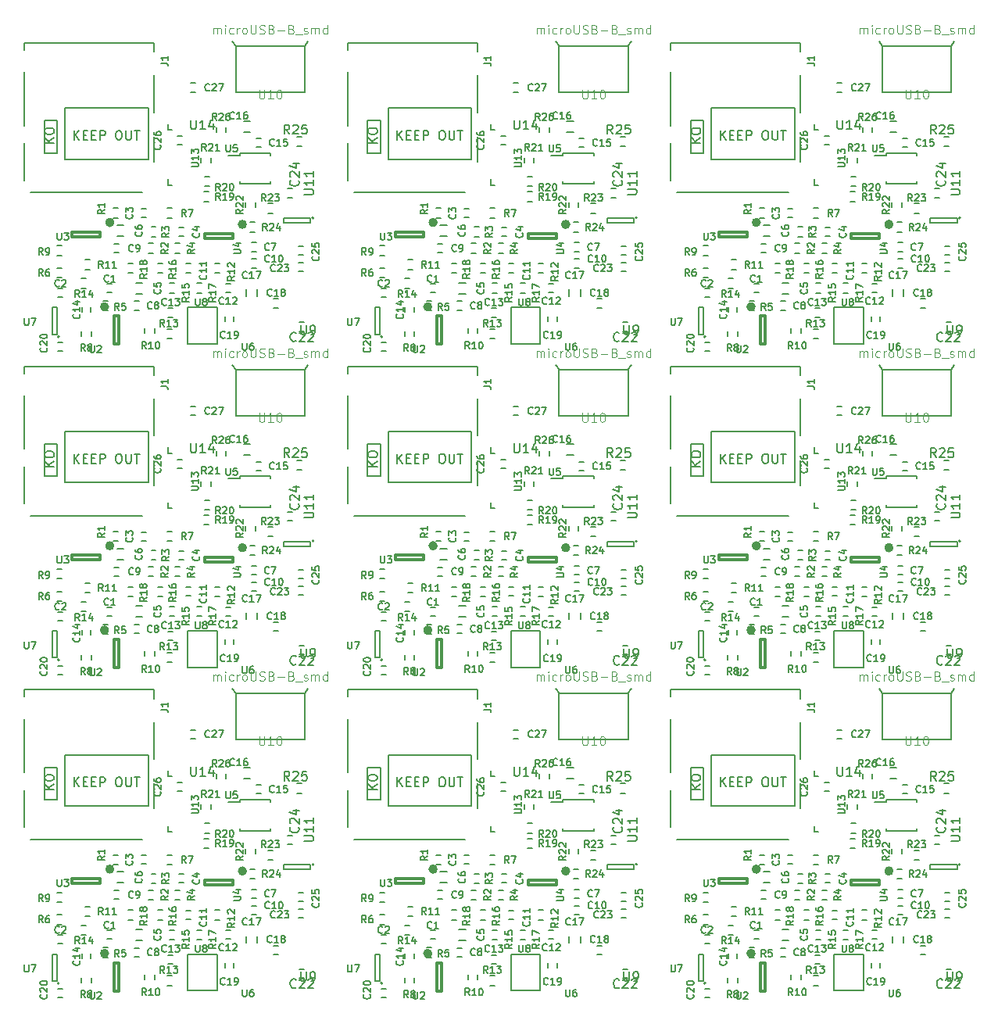
<source format=gbr>
G04 #@! TF.FileFunction,Legend,Top*
%FSLAX46Y46*%
G04 Gerber Fmt 4.6, Leading zero omitted, Abs format (unit mm)*
G04 Created by KiCad (PCBNEW 4.0.2+dfsg1-stable) date Wed 22 Jun 2016 02:24:39 PM EDT*
%MOMM*%
G01*
G04 APERTURE LIST*
%ADD10C,0.100000*%
%ADD11C,0.150000*%
%ADD12C,0.127000*%
%ADD13C,0.200000*%
%ADD14C,0.307000*%
%ADD15C,0.500000*%
%ADD16C,0.121920*%
G04 APERTURE END LIST*
D10*
D11*
X104440000Y-91253000D02*
X104440000Y-91753000D01*
X105490000Y-91753000D02*
X105490000Y-91253000D01*
D12*
X114049000Y-82460000D02*
X114049000Y-87460000D01*
X114049000Y-87460000D02*
X106549000Y-87460000D01*
X106549000Y-87460000D02*
X106549000Y-82460000D01*
X114049000Y-82460000D02*
X113999000Y-82460000D01*
X113999000Y-82460000D02*
X106599000Y-82460000D01*
X106599000Y-82460000D02*
X106549000Y-82460000D01*
X113999000Y-82460000D02*
X114399000Y-81960000D01*
X106599000Y-82460000D02*
X106199000Y-81960000D01*
D11*
X99189040Y-90885780D02*
X99189040Y-91495380D01*
X99189040Y-91495380D02*
X99620840Y-91505540D01*
X99189040Y-96854780D02*
X99189040Y-97464380D01*
X99189040Y-97464380D02*
X99620840Y-97474540D01*
X102167000Y-86456000D02*
X101667000Y-86456000D01*
X101667000Y-87406000D02*
X102167000Y-87406000D01*
X100770000Y-92171000D02*
X100270000Y-92171000D01*
X100270000Y-93121000D02*
X100770000Y-93121000D01*
X115020000Y-101025000D02*
G75*
G03X115020000Y-101025000I-100000J0D01*
G01*
X114670000Y-101575000D02*
X114670000Y-101075000D01*
X111770000Y-101575000D02*
X114670000Y-101575000D01*
X111770000Y-101075000D02*
X111770000Y-101575000D01*
X114670000Y-101075000D02*
X111770000Y-101075000D01*
X113224000Y-93298000D02*
X113724000Y-93298000D01*
X113724000Y-92248000D02*
X113224000Y-92248000D01*
X113851000Y-104109000D02*
X113351000Y-104109000D01*
X113351000Y-105059000D02*
X113851000Y-105059000D01*
X113851000Y-105887000D02*
X113351000Y-105887000D01*
X113351000Y-106837000D02*
X113851000Y-106837000D01*
X113978000Y-112364000D02*
X113478000Y-112364000D01*
X113478000Y-113314000D02*
X113978000Y-113314000D01*
D13*
X104534000Y-110739000D02*
X101334000Y-110739000D01*
X104534000Y-114699000D02*
X104534000Y-110739000D01*
X104534000Y-114699000D02*
X101334000Y-114699000D01*
X101334000Y-110739000D02*
X101334000Y-114699000D01*
D11*
X87431000Y-113904000D02*
G75*
G03X87431000Y-113904000I-100000J0D01*
G01*
X86681000Y-113654000D02*
X87181000Y-113654000D01*
X86681000Y-110754000D02*
X86681000Y-113654000D01*
X87181000Y-110754000D02*
X86681000Y-110754000D01*
X87181000Y-113654000D02*
X87181000Y-110754000D01*
X106973000Y-94019000D02*
X106973000Y-94269000D01*
X110323000Y-94019000D02*
X110323000Y-94269000D01*
X110323000Y-97369000D02*
X110323000Y-97119000D01*
X106973000Y-97369000D02*
X106973000Y-97119000D01*
X106973000Y-94019000D02*
X110323000Y-94019000D01*
X106973000Y-97369000D02*
X110323000Y-97369000D01*
X106973000Y-94269000D02*
X105723000Y-94269000D01*
D14*
X106265000Y-102756000D02*
X106265000Y-103264000D01*
X103217000Y-102756000D02*
X106265000Y-102756000D01*
X103217000Y-103264000D02*
X103217000Y-102756000D01*
X106265000Y-103264000D02*
X103217000Y-103264000D01*
D15*
X107531000Y-101740000D02*
G75*
G03X107531000Y-101740000I-250000J0D01*
G01*
D14*
X91899000Y-102552000D02*
X91899000Y-103060000D01*
X88851000Y-102552000D02*
X91899000Y-102552000D01*
X88851000Y-103060000D02*
X88851000Y-102552000D01*
X91899000Y-103060000D02*
X88851000Y-103060000D01*
D15*
X93165000Y-101536000D02*
G75*
G03X93165000Y-101536000I-250000J0D01*
G01*
D14*
X93358000Y-111681000D02*
X93866000Y-111681000D01*
X93358000Y-114729000D02*
X93358000Y-111681000D01*
X93866000Y-114729000D02*
X93358000Y-114729000D01*
X93866000Y-111681000D02*
X93866000Y-114729000D01*
D15*
X92592000Y-110665000D02*
G75*
G03X92592000Y-110665000I-250000J0D01*
G01*
D11*
X108144000Y-102569000D02*
X108644000Y-102569000D01*
X108644000Y-101519000D02*
X108144000Y-101519000D01*
X110049000Y-100537000D02*
X110549000Y-100537000D01*
X110549000Y-99487000D02*
X110049000Y-99487000D01*
X108665000Y-99881000D02*
X108665000Y-99381000D01*
X107615000Y-99381000D02*
X107615000Y-99881000D01*
X102789000Y-94555000D02*
X102789000Y-95055000D01*
X103839000Y-95055000D02*
X103839000Y-94555000D01*
X103191000Y-97616000D02*
X103691000Y-97616000D01*
X103691000Y-96566000D02*
X103191000Y-96566000D01*
X103633000Y-98217000D02*
X103133000Y-98217000D01*
X103133000Y-99267000D02*
X103633000Y-99267000D01*
X94936000Y-107014000D02*
X95436000Y-107014000D01*
X95436000Y-105964000D02*
X94936000Y-105964000D01*
X102871000Y-108123000D02*
X102371000Y-108123000D01*
X102371000Y-109173000D02*
X102871000Y-109173000D01*
X98611000Y-105964000D02*
X98111000Y-105964000D01*
X98111000Y-107014000D02*
X98611000Y-107014000D01*
X99881000Y-108123000D02*
X99381000Y-108123000D01*
X99381000Y-109173000D02*
X99881000Y-109173000D01*
X99627000Y-113076000D02*
X99127000Y-113076000D01*
X99127000Y-114126000D02*
X99627000Y-114126000D01*
X104834000Y-105964000D02*
X104334000Y-105964000D01*
X104334000Y-107014000D02*
X104834000Y-107014000D01*
X90237000Y-106633000D02*
X90737000Y-106633000D01*
X90737000Y-105583000D02*
X90237000Y-105583000D01*
X97743000Y-113470000D02*
X97743000Y-112970000D01*
X96693000Y-112970000D02*
X96693000Y-113470000D01*
X87689000Y-104059000D02*
X87189000Y-104059000D01*
X87189000Y-105109000D02*
X87689000Y-105109000D01*
X99627000Y-99995000D02*
X99127000Y-99995000D01*
X99127000Y-101045000D02*
X99627000Y-101045000D01*
X87689000Y-106472000D02*
X87189000Y-106472000D01*
X87189000Y-107522000D02*
X87689000Y-107522000D01*
X92700000Y-110028000D02*
X92200000Y-110028000D01*
X92200000Y-111078000D02*
X92700000Y-111078000D01*
X100516000Y-103805000D02*
X100016000Y-103805000D01*
X100016000Y-104855000D02*
X100516000Y-104855000D01*
X97907000Y-102027000D02*
X97407000Y-102027000D01*
X97407000Y-103077000D02*
X97907000Y-103077000D01*
X97595000Y-103805000D02*
X97095000Y-103805000D01*
X97095000Y-104855000D02*
X97595000Y-104855000D01*
X93785000Y-99995000D02*
X93285000Y-99995000D01*
X93285000Y-101045000D02*
X93785000Y-101045000D01*
X87316000Y-115473000D02*
X87816000Y-115473000D01*
X87816000Y-114523000D02*
X87316000Y-114523000D01*
X106329000Y-112200000D02*
X106329000Y-111700000D01*
X105379000Y-111700000D02*
X105379000Y-112200000D01*
X111184000Y-109824000D02*
X110684000Y-109824000D01*
X110684000Y-110774000D02*
X111184000Y-110774000D01*
X107667000Y-109506000D02*
X107667000Y-108806000D01*
X108867000Y-108806000D02*
X108867000Y-109506000D01*
X108109000Y-91722000D02*
X107409000Y-91722000D01*
X107409000Y-90522000D02*
X108109000Y-90522000D01*
X109279000Y-92425000D02*
X108779000Y-92425000D01*
X108779000Y-93375000D02*
X109279000Y-93375000D01*
X99254000Y-111790000D02*
X99754000Y-111790000D01*
X99754000Y-110840000D02*
X99254000Y-110840000D01*
X105477000Y-109123000D02*
X105977000Y-109123000D01*
X105977000Y-108173000D02*
X105477000Y-108173000D01*
X101659000Y-106014000D02*
X101159000Y-106014000D01*
X101159000Y-106964000D02*
X101659000Y-106964000D01*
X108771000Y-105506000D02*
X108271000Y-105506000D01*
X108271000Y-106456000D02*
X108771000Y-106456000D01*
X93912000Y-103855000D02*
X93412000Y-103855000D01*
X93412000Y-104805000D02*
X93912000Y-104805000D01*
X96071000Y-110078000D02*
X95571000Y-110078000D01*
X95571000Y-111028000D02*
X96071000Y-111028000D01*
X108771000Y-103728000D02*
X108271000Y-103728000D01*
X108271000Y-104678000D02*
X108771000Y-104678000D01*
X93693000Y-101825000D02*
X94393000Y-101825000D01*
X94393000Y-103025000D02*
X93693000Y-103025000D01*
X95725000Y-108048000D02*
X96425000Y-108048000D01*
X96425000Y-109248000D02*
X95725000Y-109248000D01*
X100397000Y-103027000D02*
X100897000Y-103027000D01*
X100897000Y-102077000D02*
X100397000Y-102077000D01*
X96833000Y-100045000D02*
X96333000Y-100045000D01*
X96333000Y-100995000D02*
X96833000Y-100995000D01*
X87816000Y-108681000D02*
X87316000Y-108681000D01*
X87316000Y-109631000D02*
X87816000Y-109631000D01*
X93150000Y-108173000D02*
X92650000Y-108173000D01*
X92650000Y-109123000D02*
X93150000Y-109123000D01*
X89885000Y-110684000D02*
X89885000Y-111184000D01*
X90835000Y-111184000D02*
X90835000Y-110684000D01*
X89835000Y-113351000D02*
X89835000Y-113851000D01*
X90885000Y-113851000D02*
X90885000Y-113351000D01*
X90356000Y-107615000D02*
X89856000Y-107615000D01*
X89856000Y-108665000D02*
X90356000Y-108665000D01*
X112208000Y-98836000D02*
X112708000Y-98836000D01*
X112708000Y-97886000D02*
X112208000Y-97886000D01*
D12*
X87209000Y-90508000D02*
X85809000Y-90508000D01*
X85809000Y-90508000D02*
X85809000Y-94008000D01*
X87209000Y-90508000D02*
X87209000Y-94008000D01*
X97069000Y-94678000D02*
X97069000Y-89148000D01*
X97069000Y-94678000D02*
X88069000Y-94678000D01*
X88069000Y-89148000D02*
X88069000Y-94678000D01*
X97069000Y-89148000D02*
X88069000Y-89148000D01*
X96419000Y-98308000D02*
X84319000Y-98308000D01*
X83659000Y-96958000D02*
X83659000Y-92958000D01*
X83659000Y-91058000D02*
X83659000Y-85258000D01*
X83659000Y-82858000D02*
X83659000Y-82108000D01*
X97694000Y-82108000D02*
X83659000Y-82108000D01*
X97694000Y-83058000D02*
X97694000Y-82108000D01*
X97694000Y-94958000D02*
X97694000Y-92258000D01*
X97694000Y-89598000D02*
X97694000Y-85608000D01*
X87209000Y-94008000D02*
X85809000Y-94008000D01*
D11*
X104440000Y-56233000D02*
X104440000Y-56733000D01*
X105490000Y-56733000D02*
X105490000Y-56233000D01*
D12*
X114049000Y-47440000D02*
X114049000Y-52440000D01*
X114049000Y-52440000D02*
X106549000Y-52440000D01*
X106549000Y-52440000D02*
X106549000Y-47440000D01*
X114049000Y-47440000D02*
X113999000Y-47440000D01*
X113999000Y-47440000D02*
X106599000Y-47440000D01*
X106599000Y-47440000D02*
X106549000Y-47440000D01*
X113999000Y-47440000D02*
X114399000Y-46940000D01*
X106599000Y-47440000D02*
X106199000Y-46940000D01*
D11*
X99189040Y-55865780D02*
X99189040Y-56475380D01*
X99189040Y-56475380D02*
X99620840Y-56485540D01*
X99189040Y-61834780D02*
X99189040Y-62444380D01*
X99189040Y-62444380D02*
X99620840Y-62454540D01*
X102167000Y-51436000D02*
X101667000Y-51436000D01*
X101667000Y-52386000D02*
X102167000Y-52386000D01*
X100770000Y-57151000D02*
X100270000Y-57151000D01*
X100270000Y-58101000D02*
X100770000Y-58101000D01*
X115020000Y-66005000D02*
G75*
G03X115020000Y-66005000I-100000J0D01*
G01*
X114670000Y-66555000D02*
X114670000Y-66055000D01*
X111770000Y-66555000D02*
X114670000Y-66555000D01*
X111770000Y-66055000D02*
X111770000Y-66555000D01*
X114670000Y-66055000D02*
X111770000Y-66055000D01*
X113224000Y-58278000D02*
X113724000Y-58278000D01*
X113724000Y-57228000D02*
X113224000Y-57228000D01*
X113851000Y-69089000D02*
X113351000Y-69089000D01*
X113351000Y-70039000D02*
X113851000Y-70039000D01*
X113851000Y-70867000D02*
X113351000Y-70867000D01*
X113351000Y-71817000D02*
X113851000Y-71817000D01*
X113978000Y-77344000D02*
X113478000Y-77344000D01*
X113478000Y-78294000D02*
X113978000Y-78294000D01*
D13*
X104534000Y-75719000D02*
X101334000Y-75719000D01*
X104534000Y-79679000D02*
X104534000Y-75719000D01*
X104534000Y-79679000D02*
X101334000Y-79679000D01*
X101334000Y-75719000D02*
X101334000Y-79679000D01*
D11*
X87431000Y-78884000D02*
G75*
G03X87431000Y-78884000I-100000J0D01*
G01*
X86681000Y-78634000D02*
X87181000Y-78634000D01*
X86681000Y-75734000D02*
X86681000Y-78634000D01*
X87181000Y-75734000D02*
X86681000Y-75734000D01*
X87181000Y-78634000D02*
X87181000Y-75734000D01*
X106973000Y-58999000D02*
X106973000Y-59249000D01*
X110323000Y-58999000D02*
X110323000Y-59249000D01*
X110323000Y-62349000D02*
X110323000Y-62099000D01*
X106973000Y-62349000D02*
X106973000Y-62099000D01*
X106973000Y-58999000D02*
X110323000Y-58999000D01*
X106973000Y-62349000D02*
X110323000Y-62349000D01*
X106973000Y-59249000D02*
X105723000Y-59249000D01*
D14*
X106265000Y-67736000D02*
X106265000Y-68244000D01*
X103217000Y-67736000D02*
X106265000Y-67736000D01*
X103217000Y-68244000D02*
X103217000Y-67736000D01*
X106265000Y-68244000D02*
X103217000Y-68244000D01*
D15*
X107531000Y-66720000D02*
G75*
G03X107531000Y-66720000I-250000J0D01*
G01*
D14*
X91899000Y-67532000D02*
X91899000Y-68040000D01*
X88851000Y-67532000D02*
X91899000Y-67532000D01*
X88851000Y-68040000D02*
X88851000Y-67532000D01*
X91899000Y-68040000D02*
X88851000Y-68040000D01*
D15*
X93165000Y-66516000D02*
G75*
G03X93165000Y-66516000I-250000J0D01*
G01*
D14*
X93358000Y-76661000D02*
X93866000Y-76661000D01*
X93358000Y-79709000D02*
X93358000Y-76661000D01*
X93866000Y-79709000D02*
X93358000Y-79709000D01*
X93866000Y-76661000D02*
X93866000Y-79709000D01*
D15*
X92592000Y-75645000D02*
G75*
G03X92592000Y-75645000I-250000J0D01*
G01*
D11*
X108144000Y-67549000D02*
X108644000Y-67549000D01*
X108644000Y-66499000D02*
X108144000Y-66499000D01*
X110049000Y-65517000D02*
X110549000Y-65517000D01*
X110549000Y-64467000D02*
X110049000Y-64467000D01*
X108665000Y-64861000D02*
X108665000Y-64361000D01*
X107615000Y-64361000D02*
X107615000Y-64861000D01*
X102789000Y-59535000D02*
X102789000Y-60035000D01*
X103839000Y-60035000D02*
X103839000Y-59535000D01*
X103191000Y-62596000D02*
X103691000Y-62596000D01*
X103691000Y-61546000D02*
X103191000Y-61546000D01*
X103633000Y-63197000D02*
X103133000Y-63197000D01*
X103133000Y-64247000D02*
X103633000Y-64247000D01*
X94936000Y-71994000D02*
X95436000Y-71994000D01*
X95436000Y-70944000D02*
X94936000Y-70944000D01*
X102871000Y-73103000D02*
X102371000Y-73103000D01*
X102371000Y-74153000D02*
X102871000Y-74153000D01*
X98611000Y-70944000D02*
X98111000Y-70944000D01*
X98111000Y-71994000D02*
X98611000Y-71994000D01*
X99881000Y-73103000D02*
X99381000Y-73103000D01*
X99381000Y-74153000D02*
X99881000Y-74153000D01*
X99627000Y-78056000D02*
X99127000Y-78056000D01*
X99127000Y-79106000D02*
X99627000Y-79106000D01*
X104834000Y-70944000D02*
X104334000Y-70944000D01*
X104334000Y-71994000D02*
X104834000Y-71994000D01*
X90237000Y-71613000D02*
X90737000Y-71613000D01*
X90737000Y-70563000D02*
X90237000Y-70563000D01*
X97743000Y-78450000D02*
X97743000Y-77950000D01*
X96693000Y-77950000D02*
X96693000Y-78450000D01*
X87689000Y-69039000D02*
X87189000Y-69039000D01*
X87189000Y-70089000D02*
X87689000Y-70089000D01*
X99627000Y-64975000D02*
X99127000Y-64975000D01*
X99127000Y-66025000D02*
X99627000Y-66025000D01*
X87689000Y-71452000D02*
X87189000Y-71452000D01*
X87189000Y-72502000D02*
X87689000Y-72502000D01*
X92700000Y-75008000D02*
X92200000Y-75008000D01*
X92200000Y-76058000D02*
X92700000Y-76058000D01*
X100516000Y-68785000D02*
X100016000Y-68785000D01*
X100016000Y-69835000D02*
X100516000Y-69835000D01*
X97907000Y-67007000D02*
X97407000Y-67007000D01*
X97407000Y-68057000D02*
X97907000Y-68057000D01*
X97595000Y-68785000D02*
X97095000Y-68785000D01*
X97095000Y-69835000D02*
X97595000Y-69835000D01*
X93785000Y-64975000D02*
X93285000Y-64975000D01*
X93285000Y-66025000D02*
X93785000Y-66025000D01*
X87316000Y-80453000D02*
X87816000Y-80453000D01*
X87816000Y-79503000D02*
X87316000Y-79503000D01*
X106329000Y-77180000D02*
X106329000Y-76680000D01*
X105379000Y-76680000D02*
X105379000Y-77180000D01*
X111184000Y-74804000D02*
X110684000Y-74804000D01*
X110684000Y-75754000D02*
X111184000Y-75754000D01*
X107667000Y-74486000D02*
X107667000Y-73786000D01*
X108867000Y-73786000D02*
X108867000Y-74486000D01*
X108109000Y-56702000D02*
X107409000Y-56702000D01*
X107409000Y-55502000D02*
X108109000Y-55502000D01*
X109279000Y-57405000D02*
X108779000Y-57405000D01*
X108779000Y-58355000D02*
X109279000Y-58355000D01*
X99254000Y-76770000D02*
X99754000Y-76770000D01*
X99754000Y-75820000D02*
X99254000Y-75820000D01*
X105477000Y-74103000D02*
X105977000Y-74103000D01*
X105977000Y-73153000D02*
X105477000Y-73153000D01*
X101659000Y-70994000D02*
X101159000Y-70994000D01*
X101159000Y-71944000D02*
X101659000Y-71944000D01*
X108771000Y-70486000D02*
X108271000Y-70486000D01*
X108271000Y-71436000D02*
X108771000Y-71436000D01*
X93912000Y-68835000D02*
X93412000Y-68835000D01*
X93412000Y-69785000D02*
X93912000Y-69785000D01*
X96071000Y-75058000D02*
X95571000Y-75058000D01*
X95571000Y-76008000D02*
X96071000Y-76008000D01*
X108771000Y-68708000D02*
X108271000Y-68708000D01*
X108271000Y-69658000D02*
X108771000Y-69658000D01*
X93693000Y-66805000D02*
X94393000Y-66805000D01*
X94393000Y-68005000D02*
X93693000Y-68005000D01*
X95725000Y-73028000D02*
X96425000Y-73028000D01*
X96425000Y-74228000D02*
X95725000Y-74228000D01*
X100397000Y-68007000D02*
X100897000Y-68007000D01*
X100897000Y-67057000D02*
X100397000Y-67057000D01*
X96833000Y-65025000D02*
X96333000Y-65025000D01*
X96333000Y-65975000D02*
X96833000Y-65975000D01*
X87816000Y-73661000D02*
X87316000Y-73661000D01*
X87316000Y-74611000D02*
X87816000Y-74611000D01*
X93150000Y-73153000D02*
X92650000Y-73153000D01*
X92650000Y-74103000D02*
X93150000Y-74103000D01*
X89885000Y-75664000D02*
X89885000Y-76164000D01*
X90835000Y-76164000D02*
X90835000Y-75664000D01*
X89835000Y-78331000D02*
X89835000Y-78831000D01*
X90885000Y-78831000D02*
X90885000Y-78331000D01*
X90356000Y-72595000D02*
X89856000Y-72595000D01*
X89856000Y-73645000D02*
X90356000Y-73645000D01*
X112208000Y-63816000D02*
X112708000Y-63816000D01*
X112708000Y-62866000D02*
X112208000Y-62866000D01*
D12*
X87209000Y-55488000D02*
X85809000Y-55488000D01*
X85809000Y-55488000D02*
X85809000Y-58988000D01*
X87209000Y-55488000D02*
X87209000Y-58988000D01*
X97069000Y-59658000D02*
X97069000Y-54128000D01*
X97069000Y-59658000D02*
X88069000Y-59658000D01*
X88069000Y-54128000D02*
X88069000Y-59658000D01*
X97069000Y-54128000D02*
X88069000Y-54128000D01*
X96419000Y-63288000D02*
X84319000Y-63288000D01*
X83659000Y-61938000D02*
X83659000Y-57938000D01*
X83659000Y-56038000D02*
X83659000Y-50238000D01*
X83659000Y-47838000D02*
X83659000Y-47088000D01*
X97694000Y-47088000D02*
X83659000Y-47088000D01*
X97694000Y-48038000D02*
X97694000Y-47088000D01*
X97694000Y-59938000D02*
X97694000Y-57238000D01*
X97694000Y-54578000D02*
X97694000Y-50588000D01*
X87209000Y-58988000D02*
X85809000Y-58988000D01*
D11*
X104440000Y-21213000D02*
X104440000Y-21713000D01*
X105490000Y-21713000D02*
X105490000Y-21213000D01*
D12*
X114049000Y-12420000D02*
X114049000Y-17420000D01*
X114049000Y-17420000D02*
X106549000Y-17420000D01*
X106549000Y-17420000D02*
X106549000Y-12420000D01*
X114049000Y-12420000D02*
X113999000Y-12420000D01*
X113999000Y-12420000D02*
X106599000Y-12420000D01*
X106599000Y-12420000D02*
X106549000Y-12420000D01*
X113999000Y-12420000D02*
X114399000Y-11920000D01*
X106599000Y-12420000D02*
X106199000Y-11920000D01*
D11*
X99189040Y-20845780D02*
X99189040Y-21455380D01*
X99189040Y-21455380D02*
X99620840Y-21465540D01*
X99189040Y-26814780D02*
X99189040Y-27424380D01*
X99189040Y-27424380D02*
X99620840Y-27434540D01*
X102167000Y-16416000D02*
X101667000Y-16416000D01*
X101667000Y-17366000D02*
X102167000Y-17366000D01*
X100770000Y-22131000D02*
X100270000Y-22131000D01*
X100270000Y-23081000D02*
X100770000Y-23081000D01*
X115020000Y-30985000D02*
G75*
G03X115020000Y-30985000I-100000J0D01*
G01*
X114670000Y-31535000D02*
X114670000Y-31035000D01*
X111770000Y-31535000D02*
X114670000Y-31535000D01*
X111770000Y-31035000D02*
X111770000Y-31535000D01*
X114670000Y-31035000D02*
X111770000Y-31035000D01*
X113224000Y-23258000D02*
X113724000Y-23258000D01*
X113724000Y-22208000D02*
X113224000Y-22208000D01*
X113851000Y-34069000D02*
X113351000Y-34069000D01*
X113351000Y-35019000D02*
X113851000Y-35019000D01*
X113851000Y-35847000D02*
X113351000Y-35847000D01*
X113351000Y-36797000D02*
X113851000Y-36797000D01*
X113978000Y-42324000D02*
X113478000Y-42324000D01*
X113478000Y-43274000D02*
X113978000Y-43274000D01*
D13*
X104534000Y-40699000D02*
X101334000Y-40699000D01*
X104534000Y-44659000D02*
X104534000Y-40699000D01*
X104534000Y-44659000D02*
X101334000Y-44659000D01*
X101334000Y-40699000D02*
X101334000Y-44659000D01*
D11*
X87431000Y-43864000D02*
G75*
G03X87431000Y-43864000I-100000J0D01*
G01*
X86681000Y-43614000D02*
X87181000Y-43614000D01*
X86681000Y-40714000D02*
X86681000Y-43614000D01*
X87181000Y-40714000D02*
X86681000Y-40714000D01*
X87181000Y-43614000D02*
X87181000Y-40714000D01*
X106973000Y-23979000D02*
X106973000Y-24229000D01*
X110323000Y-23979000D02*
X110323000Y-24229000D01*
X110323000Y-27329000D02*
X110323000Y-27079000D01*
X106973000Y-27329000D02*
X106973000Y-27079000D01*
X106973000Y-23979000D02*
X110323000Y-23979000D01*
X106973000Y-27329000D02*
X110323000Y-27329000D01*
X106973000Y-24229000D02*
X105723000Y-24229000D01*
D14*
X106265000Y-32716000D02*
X106265000Y-33224000D01*
X103217000Y-32716000D02*
X106265000Y-32716000D01*
X103217000Y-33224000D02*
X103217000Y-32716000D01*
X106265000Y-33224000D02*
X103217000Y-33224000D01*
D15*
X107531000Y-31700000D02*
G75*
G03X107531000Y-31700000I-250000J0D01*
G01*
D14*
X91899000Y-32512000D02*
X91899000Y-33020000D01*
X88851000Y-32512000D02*
X91899000Y-32512000D01*
X88851000Y-33020000D02*
X88851000Y-32512000D01*
X91899000Y-33020000D02*
X88851000Y-33020000D01*
D15*
X93165000Y-31496000D02*
G75*
G03X93165000Y-31496000I-250000J0D01*
G01*
D14*
X93358000Y-41641000D02*
X93866000Y-41641000D01*
X93358000Y-44689000D02*
X93358000Y-41641000D01*
X93866000Y-44689000D02*
X93358000Y-44689000D01*
X93866000Y-41641000D02*
X93866000Y-44689000D01*
D15*
X92592000Y-40625000D02*
G75*
G03X92592000Y-40625000I-250000J0D01*
G01*
D11*
X108144000Y-32529000D02*
X108644000Y-32529000D01*
X108644000Y-31479000D02*
X108144000Y-31479000D01*
X110049000Y-30497000D02*
X110549000Y-30497000D01*
X110549000Y-29447000D02*
X110049000Y-29447000D01*
X108665000Y-29841000D02*
X108665000Y-29341000D01*
X107615000Y-29341000D02*
X107615000Y-29841000D01*
X102789000Y-24515000D02*
X102789000Y-25015000D01*
X103839000Y-25015000D02*
X103839000Y-24515000D01*
X103191000Y-27576000D02*
X103691000Y-27576000D01*
X103691000Y-26526000D02*
X103191000Y-26526000D01*
X103633000Y-28177000D02*
X103133000Y-28177000D01*
X103133000Y-29227000D02*
X103633000Y-29227000D01*
X94936000Y-36974000D02*
X95436000Y-36974000D01*
X95436000Y-35924000D02*
X94936000Y-35924000D01*
X102871000Y-38083000D02*
X102371000Y-38083000D01*
X102371000Y-39133000D02*
X102871000Y-39133000D01*
X98611000Y-35924000D02*
X98111000Y-35924000D01*
X98111000Y-36974000D02*
X98611000Y-36974000D01*
X99881000Y-38083000D02*
X99381000Y-38083000D01*
X99381000Y-39133000D02*
X99881000Y-39133000D01*
X99627000Y-43036000D02*
X99127000Y-43036000D01*
X99127000Y-44086000D02*
X99627000Y-44086000D01*
X104834000Y-35924000D02*
X104334000Y-35924000D01*
X104334000Y-36974000D02*
X104834000Y-36974000D01*
X90237000Y-36593000D02*
X90737000Y-36593000D01*
X90737000Y-35543000D02*
X90237000Y-35543000D01*
X97743000Y-43430000D02*
X97743000Y-42930000D01*
X96693000Y-42930000D02*
X96693000Y-43430000D01*
X87689000Y-34019000D02*
X87189000Y-34019000D01*
X87189000Y-35069000D02*
X87689000Y-35069000D01*
X99627000Y-29955000D02*
X99127000Y-29955000D01*
X99127000Y-31005000D02*
X99627000Y-31005000D01*
X87689000Y-36432000D02*
X87189000Y-36432000D01*
X87189000Y-37482000D02*
X87689000Y-37482000D01*
X92700000Y-39988000D02*
X92200000Y-39988000D01*
X92200000Y-41038000D02*
X92700000Y-41038000D01*
X100516000Y-33765000D02*
X100016000Y-33765000D01*
X100016000Y-34815000D02*
X100516000Y-34815000D01*
X97907000Y-31987000D02*
X97407000Y-31987000D01*
X97407000Y-33037000D02*
X97907000Y-33037000D01*
X97595000Y-33765000D02*
X97095000Y-33765000D01*
X97095000Y-34815000D02*
X97595000Y-34815000D01*
X93785000Y-29955000D02*
X93285000Y-29955000D01*
X93285000Y-31005000D02*
X93785000Y-31005000D01*
X87316000Y-45433000D02*
X87816000Y-45433000D01*
X87816000Y-44483000D02*
X87316000Y-44483000D01*
X106329000Y-42160000D02*
X106329000Y-41660000D01*
X105379000Y-41660000D02*
X105379000Y-42160000D01*
X111184000Y-39784000D02*
X110684000Y-39784000D01*
X110684000Y-40734000D02*
X111184000Y-40734000D01*
X107667000Y-39466000D02*
X107667000Y-38766000D01*
X108867000Y-38766000D02*
X108867000Y-39466000D01*
X108109000Y-21682000D02*
X107409000Y-21682000D01*
X107409000Y-20482000D02*
X108109000Y-20482000D01*
X109279000Y-22385000D02*
X108779000Y-22385000D01*
X108779000Y-23335000D02*
X109279000Y-23335000D01*
X99254000Y-41750000D02*
X99754000Y-41750000D01*
X99754000Y-40800000D02*
X99254000Y-40800000D01*
X105477000Y-39083000D02*
X105977000Y-39083000D01*
X105977000Y-38133000D02*
X105477000Y-38133000D01*
X101659000Y-35974000D02*
X101159000Y-35974000D01*
X101159000Y-36924000D02*
X101659000Y-36924000D01*
X108771000Y-35466000D02*
X108271000Y-35466000D01*
X108271000Y-36416000D02*
X108771000Y-36416000D01*
X93912000Y-33815000D02*
X93412000Y-33815000D01*
X93412000Y-34765000D02*
X93912000Y-34765000D01*
X96071000Y-40038000D02*
X95571000Y-40038000D01*
X95571000Y-40988000D02*
X96071000Y-40988000D01*
X108771000Y-33688000D02*
X108271000Y-33688000D01*
X108271000Y-34638000D02*
X108771000Y-34638000D01*
X93693000Y-31785000D02*
X94393000Y-31785000D01*
X94393000Y-32985000D02*
X93693000Y-32985000D01*
X95725000Y-38008000D02*
X96425000Y-38008000D01*
X96425000Y-39208000D02*
X95725000Y-39208000D01*
X100397000Y-32987000D02*
X100897000Y-32987000D01*
X100897000Y-32037000D02*
X100397000Y-32037000D01*
X96833000Y-30005000D02*
X96333000Y-30005000D01*
X96333000Y-30955000D02*
X96833000Y-30955000D01*
X87816000Y-38641000D02*
X87316000Y-38641000D01*
X87316000Y-39591000D02*
X87816000Y-39591000D01*
X93150000Y-38133000D02*
X92650000Y-38133000D01*
X92650000Y-39083000D02*
X93150000Y-39083000D01*
X89885000Y-40644000D02*
X89885000Y-41144000D01*
X90835000Y-41144000D02*
X90835000Y-40644000D01*
X89835000Y-43311000D02*
X89835000Y-43811000D01*
X90885000Y-43811000D02*
X90885000Y-43311000D01*
X90356000Y-37575000D02*
X89856000Y-37575000D01*
X89856000Y-38625000D02*
X90356000Y-38625000D01*
X112208000Y-28796000D02*
X112708000Y-28796000D01*
X112708000Y-27846000D02*
X112208000Y-27846000D01*
D12*
X87209000Y-20468000D02*
X85809000Y-20468000D01*
X85809000Y-20468000D02*
X85809000Y-23968000D01*
X87209000Y-20468000D02*
X87209000Y-23968000D01*
X97069000Y-24638000D02*
X97069000Y-19108000D01*
X97069000Y-24638000D02*
X88069000Y-24638000D01*
X88069000Y-19108000D02*
X88069000Y-24638000D01*
X97069000Y-19108000D02*
X88069000Y-19108000D01*
X96419000Y-28268000D02*
X84319000Y-28268000D01*
X83659000Y-26918000D02*
X83659000Y-22918000D01*
X83659000Y-21018000D02*
X83659000Y-15218000D01*
X83659000Y-12818000D02*
X83659000Y-12068000D01*
X97694000Y-12068000D02*
X83659000Y-12068000D01*
X97694000Y-13018000D02*
X97694000Y-12068000D01*
X97694000Y-24918000D02*
X97694000Y-22218000D01*
X97694000Y-19558000D02*
X97694000Y-15568000D01*
X87209000Y-23968000D02*
X85809000Y-23968000D01*
D11*
X69420000Y-91253000D02*
X69420000Y-91753000D01*
X70470000Y-91753000D02*
X70470000Y-91253000D01*
D12*
X79029000Y-82460000D02*
X79029000Y-87460000D01*
X79029000Y-87460000D02*
X71529000Y-87460000D01*
X71529000Y-87460000D02*
X71529000Y-82460000D01*
X79029000Y-82460000D02*
X78979000Y-82460000D01*
X78979000Y-82460000D02*
X71579000Y-82460000D01*
X71579000Y-82460000D02*
X71529000Y-82460000D01*
X78979000Y-82460000D02*
X79379000Y-81960000D01*
X71579000Y-82460000D02*
X71179000Y-81960000D01*
D11*
X64169040Y-90885780D02*
X64169040Y-91495380D01*
X64169040Y-91495380D02*
X64600840Y-91505540D01*
X64169040Y-96854780D02*
X64169040Y-97464380D01*
X64169040Y-97464380D02*
X64600840Y-97474540D01*
X67147000Y-86456000D02*
X66647000Y-86456000D01*
X66647000Y-87406000D02*
X67147000Y-87406000D01*
X65750000Y-92171000D02*
X65250000Y-92171000D01*
X65250000Y-93121000D02*
X65750000Y-93121000D01*
X80000000Y-101025000D02*
G75*
G03X80000000Y-101025000I-100000J0D01*
G01*
X79650000Y-101575000D02*
X79650000Y-101075000D01*
X76750000Y-101575000D02*
X79650000Y-101575000D01*
X76750000Y-101075000D02*
X76750000Y-101575000D01*
X79650000Y-101075000D02*
X76750000Y-101075000D01*
X78204000Y-93298000D02*
X78704000Y-93298000D01*
X78704000Y-92248000D02*
X78204000Y-92248000D01*
X78831000Y-104109000D02*
X78331000Y-104109000D01*
X78331000Y-105059000D02*
X78831000Y-105059000D01*
X78831000Y-105887000D02*
X78331000Y-105887000D01*
X78331000Y-106837000D02*
X78831000Y-106837000D01*
X78958000Y-112364000D02*
X78458000Y-112364000D01*
X78458000Y-113314000D02*
X78958000Y-113314000D01*
D13*
X69514000Y-110739000D02*
X66314000Y-110739000D01*
X69514000Y-114699000D02*
X69514000Y-110739000D01*
X69514000Y-114699000D02*
X66314000Y-114699000D01*
X66314000Y-110739000D02*
X66314000Y-114699000D01*
D11*
X52411000Y-113904000D02*
G75*
G03X52411000Y-113904000I-100000J0D01*
G01*
X51661000Y-113654000D02*
X52161000Y-113654000D01*
X51661000Y-110754000D02*
X51661000Y-113654000D01*
X52161000Y-110754000D02*
X51661000Y-110754000D01*
X52161000Y-113654000D02*
X52161000Y-110754000D01*
X71953000Y-94019000D02*
X71953000Y-94269000D01*
X75303000Y-94019000D02*
X75303000Y-94269000D01*
X75303000Y-97369000D02*
X75303000Y-97119000D01*
X71953000Y-97369000D02*
X71953000Y-97119000D01*
X71953000Y-94019000D02*
X75303000Y-94019000D01*
X71953000Y-97369000D02*
X75303000Y-97369000D01*
X71953000Y-94269000D02*
X70703000Y-94269000D01*
D14*
X71245000Y-102756000D02*
X71245000Y-103264000D01*
X68197000Y-102756000D02*
X71245000Y-102756000D01*
X68197000Y-103264000D02*
X68197000Y-102756000D01*
X71245000Y-103264000D02*
X68197000Y-103264000D01*
D15*
X72511000Y-101740000D02*
G75*
G03X72511000Y-101740000I-250000J0D01*
G01*
D14*
X56879000Y-102552000D02*
X56879000Y-103060000D01*
X53831000Y-102552000D02*
X56879000Y-102552000D01*
X53831000Y-103060000D02*
X53831000Y-102552000D01*
X56879000Y-103060000D02*
X53831000Y-103060000D01*
D15*
X58145000Y-101536000D02*
G75*
G03X58145000Y-101536000I-250000J0D01*
G01*
D14*
X58338000Y-111681000D02*
X58846000Y-111681000D01*
X58338000Y-114729000D02*
X58338000Y-111681000D01*
X58846000Y-114729000D02*
X58338000Y-114729000D01*
X58846000Y-111681000D02*
X58846000Y-114729000D01*
D15*
X57572000Y-110665000D02*
G75*
G03X57572000Y-110665000I-250000J0D01*
G01*
D11*
X73124000Y-102569000D02*
X73624000Y-102569000D01*
X73624000Y-101519000D02*
X73124000Y-101519000D01*
X75029000Y-100537000D02*
X75529000Y-100537000D01*
X75529000Y-99487000D02*
X75029000Y-99487000D01*
X73645000Y-99881000D02*
X73645000Y-99381000D01*
X72595000Y-99381000D02*
X72595000Y-99881000D01*
X67769000Y-94555000D02*
X67769000Y-95055000D01*
X68819000Y-95055000D02*
X68819000Y-94555000D01*
X68171000Y-97616000D02*
X68671000Y-97616000D01*
X68671000Y-96566000D02*
X68171000Y-96566000D01*
X68613000Y-98217000D02*
X68113000Y-98217000D01*
X68113000Y-99267000D02*
X68613000Y-99267000D01*
X59916000Y-107014000D02*
X60416000Y-107014000D01*
X60416000Y-105964000D02*
X59916000Y-105964000D01*
X67851000Y-108123000D02*
X67351000Y-108123000D01*
X67351000Y-109173000D02*
X67851000Y-109173000D01*
X63591000Y-105964000D02*
X63091000Y-105964000D01*
X63091000Y-107014000D02*
X63591000Y-107014000D01*
X64861000Y-108123000D02*
X64361000Y-108123000D01*
X64361000Y-109173000D02*
X64861000Y-109173000D01*
X64607000Y-113076000D02*
X64107000Y-113076000D01*
X64107000Y-114126000D02*
X64607000Y-114126000D01*
X69814000Y-105964000D02*
X69314000Y-105964000D01*
X69314000Y-107014000D02*
X69814000Y-107014000D01*
X55217000Y-106633000D02*
X55717000Y-106633000D01*
X55717000Y-105583000D02*
X55217000Y-105583000D01*
X62723000Y-113470000D02*
X62723000Y-112970000D01*
X61673000Y-112970000D02*
X61673000Y-113470000D01*
X52669000Y-104059000D02*
X52169000Y-104059000D01*
X52169000Y-105109000D02*
X52669000Y-105109000D01*
X64607000Y-99995000D02*
X64107000Y-99995000D01*
X64107000Y-101045000D02*
X64607000Y-101045000D01*
X52669000Y-106472000D02*
X52169000Y-106472000D01*
X52169000Y-107522000D02*
X52669000Y-107522000D01*
X57680000Y-110028000D02*
X57180000Y-110028000D01*
X57180000Y-111078000D02*
X57680000Y-111078000D01*
X65496000Y-103805000D02*
X64996000Y-103805000D01*
X64996000Y-104855000D02*
X65496000Y-104855000D01*
X62887000Y-102027000D02*
X62387000Y-102027000D01*
X62387000Y-103077000D02*
X62887000Y-103077000D01*
X62575000Y-103805000D02*
X62075000Y-103805000D01*
X62075000Y-104855000D02*
X62575000Y-104855000D01*
X58765000Y-99995000D02*
X58265000Y-99995000D01*
X58265000Y-101045000D02*
X58765000Y-101045000D01*
X52296000Y-115473000D02*
X52796000Y-115473000D01*
X52796000Y-114523000D02*
X52296000Y-114523000D01*
X71309000Y-112200000D02*
X71309000Y-111700000D01*
X70359000Y-111700000D02*
X70359000Y-112200000D01*
X76164000Y-109824000D02*
X75664000Y-109824000D01*
X75664000Y-110774000D02*
X76164000Y-110774000D01*
X72647000Y-109506000D02*
X72647000Y-108806000D01*
X73847000Y-108806000D02*
X73847000Y-109506000D01*
X73089000Y-91722000D02*
X72389000Y-91722000D01*
X72389000Y-90522000D02*
X73089000Y-90522000D01*
X74259000Y-92425000D02*
X73759000Y-92425000D01*
X73759000Y-93375000D02*
X74259000Y-93375000D01*
X64234000Y-111790000D02*
X64734000Y-111790000D01*
X64734000Y-110840000D02*
X64234000Y-110840000D01*
X70457000Y-109123000D02*
X70957000Y-109123000D01*
X70957000Y-108173000D02*
X70457000Y-108173000D01*
X66639000Y-106014000D02*
X66139000Y-106014000D01*
X66139000Y-106964000D02*
X66639000Y-106964000D01*
X73751000Y-105506000D02*
X73251000Y-105506000D01*
X73251000Y-106456000D02*
X73751000Y-106456000D01*
X58892000Y-103855000D02*
X58392000Y-103855000D01*
X58392000Y-104805000D02*
X58892000Y-104805000D01*
X61051000Y-110078000D02*
X60551000Y-110078000D01*
X60551000Y-111028000D02*
X61051000Y-111028000D01*
X73751000Y-103728000D02*
X73251000Y-103728000D01*
X73251000Y-104678000D02*
X73751000Y-104678000D01*
X58673000Y-101825000D02*
X59373000Y-101825000D01*
X59373000Y-103025000D02*
X58673000Y-103025000D01*
X60705000Y-108048000D02*
X61405000Y-108048000D01*
X61405000Y-109248000D02*
X60705000Y-109248000D01*
X65377000Y-103027000D02*
X65877000Y-103027000D01*
X65877000Y-102077000D02*
X65377000Y-102077000D01*
X61813000Y-100045000D02*
X61313000Y-100045000D01*
X61313000Y-100995000D02*
X61813000Y-100995000D01*
X52796000Y-108681000D02*
X52296000Y-108681000D01*
X52296000Y-109631000D02*
X52796000Y-109631000D01*
X58130000Y-108173000D02*
X57630000Y-108173000D01*
X57630000Y-109123000D02*
X58130000Y-109123000D01*
X54865000Y-110684000D02*
X54865000Y-111184000D01*
X55815000Y-111184000D02*
X55815000Y-110684000D01*
X54815000Y-113351000D02*
X54815000Y-113851000D01*
X55865000Y-113851000D02*
X55865000Y-113351000D01*
X55336000Y-107615000D02*
X54836000Y-107615000D01*
X54836000Y-108665000D02*
X55336000Y-108665000D01*
X77188000Y-98836000D02*
X77688000Y-98836000D01*
X77688000Y-97886000D02*
X77188000Y-97886000D01*
D12*
X52189000Y-90508000D02*
X50789000Y-90508000D01*
X50789000Y-90508000D02*
X50789000Y-94008000D01*
X52189000Y-90508000D02*
X52189000Y-94008000D01*
X62049000Y-94678000D02*
X62049000Y-89148000D01*
X62049000Y-94678000D02*
X53049000Y-94678000D01*
X53049000Y-89148000D02*
X53049000Y-94678000D01*
X62049000Y-89148000D02*
X53049000Y-89148000D01*
X61399000Y-98308000D02*
X49299000Y-98308000D01*
X48639000Y-96958000D02*
X48639000Y-92958000D01*
X48639000Y-91058000D02*
X48639000Y-85258000D01*
X48639000Y-82858000D02*
X48639000Y-82108000D01*
X62674000Y-82108000D02*
X48639000Y-82108000D01*
X62674000Y-83058000D02*
X62674000Y-82108000D01*
X62674000Y-94958000D02*
X62674000Y-92258000D01*
X62674000Y-89598000D02*
X62674000Y-85608000D01*
X52189000Y-94008000D02*
X50789000Y-94008000D01*
D11*
X69420000Y-56233000D02*
X69420000Y-56733000D01*
X70470000Y-56733000D02*
X70470000Y-56233000D01*
D12*
X79029000Y-47440000D02*
X79029000Y-52440000D01*
X79029000Y-52440000D02*
X71529000Y-52440000D01*
X71529000Y-52440000D02*
X71529000Y-47440000D01*
X79029000Y-47440000D02*
X78979000Y-47440000D01*
X78979000Y-47440000D02*
X71579000Y-47440000D01*
X71579000Y-47440000D02*
X71529000Y-47440000D01*
X78979000Y-47440000D02*
X79379000Y-46940000D01*
X71579000Y-47440000D02*
X71179000Y-46940000D01*
D11*
X64169040Y-55865780D02*
X64169040Y-56475380D01*
X64169040Y-56475380D02*
X64600840Y-56485540D01*
X64169040Y-61834780D02*
X64169040Y-62444380D01*
X64169040Y-62444380D02*
X64600840Y-62454540D01*
X67147000Y-51436000D02*
X66647000Y-51436000D01*
X66647000Y-52386000D02*
X67147000Y-52386000D01*
X65750000Y-57151000D02*
X65250000Y-57151000D01*
X65250000Y-58101000D02*
X65750000Y-58101000D01*
X80000000Y-66005000D02*
G75*
G03X80000000Y-66005000I-100000J0D01*
G01*
X79650000Y-66555000D02*
X79650000Y-66055000D01*
X76750000Y-66555000D02*
X79650000Y-66555000D01*
X76750000Y-66055000D02*
X76750000Y-66555000D01*
X79650000Y-66055000D02*
X76750000Y-66055000D01*
X78204000Y-58278000D02*
X78704000Y-58278000D01*
X78704000Y-57228000D02*
X78204000Y-57228000D01*
X78831000Y-69089000D02*
X78331000Y-69089000D01*
X78331000Y-70039000D02*
X78831000Y-70039000D01*
X78831000Y-70867000D02*
X78331000Y-70867000D01*
X78331000Y-71817000D02*
X78831000Y-71817000D01*
X78958000Y-77344000D02*
X78458000Y-77344000D01*
X78458000Y-78294000D02*
X78958000Y-78294000D01*
D13*
X69514000Y-75719000D02*
X66314000Y-75719000D01*
X69514000Y-79679000D02*
X69514000Y-75719000D01*
X69514000Y-79679000D02*
X66314000Y-79679000D01*
X66314000Y-75719000D02*
X66314000Y-79679000D01*
D11*
X52411000Y-78884000D02*
G75*
G03X52411000Y-78884000I-100000J0D01*
G01*
X51661000Y-78634000D02*
X52161000Y-78634000D01*
X51661000Y-75734000D02*
X51661000Y-78634000D01*
X52161000Y-75734000D02*
X51661000Y-75734000D01*
X52161000Y-78634000D02*
X52161000Y-75734000D01*
X71953000Y-58999000D02*
X71953000Y-59249000D01*
X75303000Y-58999000D02*
X75303000Y-59249000D01*
X75303000Y-62349000D02*
X75303000Y-62099000D01*
X71953000Y-62349000D02*
X71953000Y-62099000D01*
X71953000Y-58999000D02*
X75303000Y-58999000D01*
X71953000Y-62349000D02*
X75303000Y-62349000D01*
X71953000Y-59249000D02*
X70703000Y-59249000D01*
D14*
X71245000Y-67736000D02*
X71245000Y-68244000D01*
X68197000Y-67736000D02*
X71245000Y-67736000D01*
X68197000Y-68244000D02*
X68197000Y-67736000D01*
X71245000Y-68244000D02*
X68197000Y-68244000D01*
D15*
X72511000Y-66720000D02*
G75*
G03X72511000Y-66720000I-250000J0D01*
G01*
D14*
X56879000Y-67532000D02*
X56879000Y-68040000D01*
X53831000Y-67532000D02*
X56879000Y-67532000D01*
X53831000Y-68040000D02*
X53831000Y-67532000D01*
X56879000Y-68040000D02*
X53831000Y-68040000D01*
D15*
X58145000Y-66516000D02*
G75*
G03X58145000Y-66516000I-250000J0D01*
G01*
D14*
X58338000Y-76661000D02*
X58846000Y-76661000D01*
X58338000Y-79709000D02*
X58338000Y-76661000D01*
X58846000Y-79709000D02*
X58338000Y-79709000D01*
X58846000Y-76661000D02*
X58846000Y-79709000D01*
D15*
X57572000Y-75645000D02*
G75*
G03X57572000Y-75645000I-250000J0D01*
G01*
D11*
X73124000Y-67549000D02*
X73624000Y-67549000D01*
X73624000Y-66499000D02*
X73124000Y-66499000D01*
X75029000Y-65517000D02*
X75529000Y-65517000D01*
X75529000Y-64467000D02*
X75029000Y-64467000D01*
X73645000Y-64861000D02*
X73645000Y-64361000D01*
X72595000Y-64361000D02*
X72595000Y-64861000D01*
X67769000Y-59535000D02*
X67769000Y-60035000D01*
X68819000Y-60035000D02*
X68819000Y-59535000D01*
X68171000Y-62596000D02*
X68671000Y-62596000D01*
X68671000Y-61546000D02*
X68171000Y-61546000D01*
X68613000Y-63197000D02*
X68113000Y-63197000D01*
X68113000Y-64247000D02*
X68613000Y-64247000D01*
X59916000Y-71994000D02*
X60416000Y-71994000D01*
X60416000Y-70944000D02*
X59916000Y-70944000D01*
X67851000Y-73103000D02*
X67351000Y-73103000D01*
X67351000Y-74153000D02*
X67851000Y-74153000D01*
X63591000Y-70944000D02*
X63091000Y-70944000D01*
X63091000Y-71994000D02*
X63591000Y-71994000D01*
X64861000Y-73103000D02*
X64361000Y-73103000D01*
X64361000Y-74153000D02*
X64861000Y-74153000D01*
X64607000Y-78056000D02*
X64107000Y-78056000D01*
X64107000Y-79106000D02*
X64607000Y-79106000D01*
X69814000Y-70944000D02*
X69314000Y-70944000D01*
X69314000Y-71994000D02*
X69814000Y-71994000D01*
X55217000Y-71613000D02*
X55717000Y-71613000D01*
X55717000Y-70563000D02*
X55217000Y-70563000D01*
X62723000Y-78450000D02*
X62723000Y-77950000D01*
X61673000Y-77950000D02*
X61673000Y-78450000D01*
X52669000Y-69039000D02*
X52169000Y-69039000D01*
X52169000Y-70089000D02*
X52669000Y-70089000D01*
X64607000Y-64975000D02*
X64107000Y-64975000D01*
X64107000Y-66025000D02*
X64607000Y-66025000D01*
X52669000Y-71452000D02*
X52169000Y-71452000D01*
X52169000Y-72502000D02*
X52669000Y-72502000D01*
X57680000Y-75008000D02*
X57180000Y-75008000D01*
X57180000Y-76058000D02*
X57680000Y-76058000D01*
X65496000Y-68785000D02*
X64996000Y-68785000D01*
X64996000Y-69835000D02*
X65496000Y-69835000D01*
X62887000Y-67007000D02*
X62387000Y-67007000D01*
X62387000Y-68057000D02*
X62887000Y-68057000D01*
X62575000Y-68785000D02*
X62075000Y-68785000D01*
X62075000Y-69835000D02*
X62575000Y-69835000D01*
X58765000Y-64975000D02*
X58265000Y-64975000D01*
X58265000Y-66025000D02*
X58765000Y-66025000D01*
X52296000Y-80453000D02*
X52796000Y-80453000D01*
X52796000Y-79503000D02*
X52296000Y-79503000D01*
X71309000Y-77180000D02*
X71309000Y-76680000D01*
X70359000Y-76680000D02*
X70359000Y-77180000D01*
X76164000Y-74804000D02*
X75664000Y-74804000D01*
X75664000Y-75754000D02*
X76164000Y-75754000D01*
X72647000Y-74486000D02*
X72647000Y-73786000D01*
X73847000Y-73786000D02*
X73847000Y-74486000D01*
X73089000Y-56702000D02*
X72389000Y-56702000D01*
X72389000Y-55502000D02*
X73089000Y-55502000D01*
X74259000Y-57405000D02*
X73759000Y-57405000D01*
X73759000Y-58355000D02*
X74259000Y-58355000D01*
X64234000Y-76770000D02*
X64734000Y-76770000D01*
X64734000Y-75820000D02*
X64234000Y-75820000D01*
X70457000Y-74103000D02*
X70957000Y-74103000D01*
X70957000Y-73153000D02*
X70457000Y-73153000D01*
X66639000Y-70994000D02*
X66139000Y-70994000D01*
X66139000Y-71944000D02*
X66639000Y-71944000D01*
X73751000Y-70486000D02*
X73251000Y-70486000D01*
X73251000Y-71436000D02*
X73751000Y-71436000D01*
X58892000Y-68835000D02*
X58392000Y-68835000D01*
X58392000Y-69785000D02*
X58892000Y-69785000D01*
X61051000Y-75058000D02*
X60551000Y-75058000D01*
X60551000Y-76008000D02*
X61051000Y-76008000D01*
X73751000Y-68708000D02*
X73251000Y-68708000D01*
X73251000Y-69658000D02*
X73751000Y-69658000D01*
X58673000Y-66805000D02*
X59373000Y-66805000D01*
X59373000Y-68005000D02*
X58673000Y-68005000D01*
X60705000Y-73028000D02*
X61405000Y-73028000D01*
X61405000Y-74228000D02*
X60705000Y-74228000D01*
X65377000Y-68007000D02*
X65877000Y-68007000D01*
X65877000Y-67057000D02*
X65377000Y-67057000D01*
X61813000Y-65025000D02*
X61313000Y-65025000D01*
X61313000Y-65975000D02*
X61813000Y-65975000D01*
X52796000Y-73661000D02*
X52296000Y-73661000D01*
X52296000Y-74611000D02*
X52796000Y-74611000D01*
X58130000Y-73153000D02*
X57630000Y-73153000D01*
X57630000Y-74103000D02*
X58130000Y-74103000D01*
X54865000Y-75664000D02*
X54865000Y-76164000D01*
X55815000Y-76164000D02*
X55815000Y-75664000D01*
X54815000Y-78331000D02*
X54815000Y-78831000D01*
X55865000Y-78831000D02*
X55865000Y-78331000D01*
X55336000Y-72595000D02*
X54836000Y-72595000D01*
X54836000Y-73645000D02*
X55336000Y-73645000D01*
X77188000Y-63816000D02*
X77688000Y-63816000D01*
X77688000Y-62866000D02*
X77188000Y-62866000D01*
D12*
X52189000Y-55488000D02*
X50789000Y-55488000D01*
X50789000Y-55488000D02*
X50789000Y-58988000D01*
X52189000Y-55488000D02*
X52189000Y-58988000D01*
X62049000Y-59658000D02*
X62049000Y-54128000D01*
X62049000Y-59658000D02*
X53049000Y-59658000D01*
X53049000Y-54128000D02*
X53049000Y-59658000D01*
X62049000Y-54128000D02*
X53049000Y-54128000D01*
X61399000Y-63288000D02*
X49299000Y-63288000D01*
X48639000Y-61938000D02*
X48639000Y-57938000D01*
X48639000Y-56038000D02*
X48639000Y-50238000D01*
X48639000Y-47838000D02*
X48639000Y-47088000D01*
X62674000Y-47088000D02*
X48639000Y-47088000D01*
X62674000Y-48038000D02*
X62674000Y-47088000D01*
X62674000Y-59938000D02*
X62674000Y-57238000D01*
X62674000Y-54578000D02*
X62674000Y-50588000D01*
X52189000Y-58988000D02*
X50789000Y-58988000D01*
D11*
X69420000Y-21213000D02*
X69420000Y-21713000D01*
X70470000Y-21713000D02*
X70470000Y-21213000D01*
D12*
X79029000Y-12420000D02*
X79029000Y-17420000D01*
X79029000Y-17420000D02*
X71529000Y-17420000D01*
X71529000Y-17420000D02*
X71529000Y-12420000D01*
X79029000Y-12420000D02*
X78979000Y-12420000D01*
X78979000Y-12420000D02*
X71579000Y-12420000D01*
X71579000Y-12420000D02*
X71529000Y-12420000D01*
X78979000Y-12420000D02*
X79379000Y-11920000D01*
X71579000Y-12420000D02*
X71179000Y-11920000D01*
D11*
X64169040Y-20845780D02*
X64169040Y-21455380D01*
X64169040Y-21455380D02*
X64600840Y-21465540D01*
X64169040Y-26814780D02*
X64169040Y-27424380D01*
X64169040Y-27424380D02*
X64600840Y-27434540D01*
X67147000Y-16416000D02*
X66647000Y-16416000D01*
X66647000Y-17366000D02*
X67147000Y-17366000D01*
X65750000Y-22131000D02*
X65250000Y-22131000D01*
X65250000Y-23081000D02*
X65750000Y-23081000D01*
X80000000Y-30985000D02*
G75*
G03X80000000Y-30985000I-100000J0D01*
G01*
X79650000Y-31535000D02*
X79650000Y-31035000D01*
X76750000Y-31535000D02*
X79650000Y-31535000D01*
X76750000Y-31035000D02*
X76750000Y-31535000D01*
X79650000Y-31035000D02*
X76750000Y-31035000D01*
X78204000Y-23258000D02*
X78704000Y-23258000D01*
X78704000Y-22208000D02*
X78204000Y-22208000D01*
X78831000Y-34069000D02*
X78331000Y-34069000D01*
X78331000Y-35019000D02*
X78831000Y-35019000D01*
X78831000Y-35847000D02*
X78331000Y-35847000D01*
X78331000Y-36797000D02*
X78831000Y-36797000D01*
X78958000Y-42324000D02*
X78458000Y-42324000D01*
X78458000Y-43274000D02*
X78958000Y-43274000D01*
D13*
X69514000Y-40699000D02*
X66314000Y-40699000D01*
X69514000Y-44659000D02*
X69514000Y-40699000D01*
X69514000Y-44659000D02*
X66314000Y-44659000D01*
X66314000Y-40699000D02*
X66314000Y-44659000D01*
D11*
X52411000Y-43864000D02*
G75*
G03X52411000Y-43864000I-100000J0D01*
G01*
X51661000Y-43614000D02*
X52161000Y-43614000D01*
X51661000Y-40714000D02*
X51661000Y-43614000D01*
X52161000Y-40714000D02*
X51661000Y-40714000D01*
X52161000Y-43614000D02*
X52161000Y-40714000D01*
X71953000Y-23979000D02*
X71953000Y-24229000D01*
X75303000Y-23979000D02*
X75303000Y-24229000D01*
X75303000Y-27329000D02*
X75303000Y-27079000D01*
X71953000Y-27329000D02*
X71953000Y-27079000D01*
X71953000Y-23979000D02*
X75303000Y-23979000D01*
X71953000Y-27329000D02*
X75303000Y-27329000D01*
X71953000Y-24229000D02*
X70703000Y-24229000D01*
D14*
X71245000Y-32716000D02*
X71245000Y-33224000D01*
X68197000Y-32716000D02*
X71245000Y-32716000D01*
X68197000Y-33224000D02*
X68197000Y-32716000D01*
X71245000Y-33224000D02*
X68197000Y-33224000D01*
D15*
X72511000Y-31700000D02*
G75*
G03X72511000Y-31700000I-250000J0D01*
G01*
D14*
X56879000Y-32512000D02*
X56879000Y-33020000D01*
X53831000Y-32512000D02*
X56879000Y-32512000D01*
X53831000Y-33020000D02*
X53831000Y-32512000D01*
X56879000Y-33020000D02*
X53831000Y-33020000D01*
D15*
X58145000Y-31496000D02*
G75*
G03X58145000Y-31496000I-250000J0D01*
G01*
D14*
X58338000Y-41641000D02*
X58846000Y-41641000D01*
X58338000Y-44689000D02*
X58338000Y-41641000D01*
X58846000Y-44689000D02*
X58338000Y-44689000D01*
X58846000Y-41641000D02*
X58846000Y-44689000D01*
D15*
X57572000Y-40625000D02*
G75*
G03X57572000Y-40625000I-250000J0D01*
G01*
D11*
X73124000Y-32529000D02*
X73624000Y-32529000D01*
X73624000Y-31479000D02*
X73124000Y-31479000D01*
X75029000Y-30497000D02*
X75529000Y-30497000D01*
X75529000Y-29447000D02*
X75029000Y-29447000D01*
X73645000Y-29841000D02*
X73645000Y-29341000D01*
X72595000Y-29341000D02*
X72595000Y-29841000D01*
X67769000Y-24515000D02*
X67769000Y-25015000D01*
X68819000Y-25015000D02*
X68819000Y-24515000D01*
X68171000Y-27576000D02*
X68671000Y-27576000D01*
X68671000Y-26526000D02*
X68171000Y-26526000D01*
X68613000Y-28177000D02*
X68113000Y-28177000D01*
X68113000Y-29227000D02*
X68613000Y-29227000D01*
X59916000Y-36974000D02*
X60416000Y-36974000D01*
X60416000Y-35924000D02*
X59916000Y-35924000D01*
X67851000Y-38083000D02*
X67351000Y-38083000D01*
X67351000Y-39133000D02*
X67851000Y-39133000D01*
X63591000Y-35924000D02*
X63091000Y-35924000D01*
X63091000Y-36974000D02*
X63591000Y-36974000D01*
X64861000Y-38083000D02*
X64361000Y-38083000D01*
X64361000Y-39133000D02*
X64861000Y-39133000D01*
X64607000Y-43036000D02*
X64107000Y-43036000D01*
X64107000Y-44086000D02*
X64607000Y-44086000D01*
X69814000Y-35924000D02*
X69314000Y-35924000D01*
X69314000Y-36974000D02*
X69814000Y-36974000D01*
X55217000Y-36593000D02*
X55717000Y-36593000D01*
X55717000Y-35543000D02*
X55217000Y-35543000D01*
X62723000Y-43430000D02*
X62723000Y-42930000D01*
X61673000Y-42930000D02*
X61673000Y-43430000D01*
X52669000Y-34019000D02*
X52169000Y-34019000D01*
X52169000Y-35069000D02*
X52669000Y-35069000D01*
X64607000Y-29955000D02*
X64107000Y-29955000D01*
X64107000Y-31005000D02*
X64607000Y-31005000D01*
X52669000Y-36432000D02*
X52169000Y-36432000D01*
X52169000Y-37482000D02*
X52669000Y-37482000D01*
X57680000Y-39988000D02*
X57180000Y-39988000D01*
X57180000Y-41038000D02*
X57680000Y-41038000D01*
X65496000Y-33765000D02*
X64996000Y-33765000D01*
X64996000Y-34815000D02*
X65496000Y-34815000D01*
X62887000Y-31987000D02*
X62387000Y-31987000D01*
X62387000Y-33037000D02*
X62887000Y-33037000D01*
X62575000Y-33765000D02*
X62075000Y-33765000D01*
X62075000Y-34815000D02*
X62575000Y-34815000D01*
X58765000Y-29955000D02*
X58265000Y-29955000D01*
X58265000Y-31005000D02*
X58765000Y-31005000D01*
X52296000Y-45433000D02*
X52796000Y-45433000D01*
X52796000Y-44483000D02*
X52296000Y-44483000D01*
X71309000Y-42160000D02*
X71309000Y-41660000D01*
X70359000Y-41660000D02*
X70359000Y-42160000D01*
X76164000Y-39784000D02*
X75664000Y-39784000D01*
X75664000Y-40734000D02*
X76164000Y-40734000D01*
X72647000Y-39466000D02*
X72647000Y-38766000D01*
X73847000Y-38766000D02*
X73847000Y-39466000D01*
X73089000Y-21682000D02*
X72389000Y-21682000D01*
X72389000Y-20482000D02*
X73089000Y-20482000D01*
X74259000Y-22385000D02*
X73759000Y-22385000D01*
X73759000Y-23335000D02*
X74259000Y-23335000D01*
X64234000Y-41750000D02*
X64734000Y-41750000D01*
X64734000Y-40800000D02*
X64234000Y-40800000D01*
X70457000Y-39083000D02*
X70957000Y-39083000D01*
X70957000Y-38133000D02*
X70457000Y-38133000D01*
X66639000Y-35974000D02*
X66139000Y-35974000D01*
X66139000Y-36924000D02*
X66639000Y-36924000D01*
X73751000Y-35466000D02*
X73251000Y-35466000D01*
X73251000Y-36416000D02*
X73751000Y-36416000D01*
X58892000Y-33815000D02*
X58392000Y-33815000D01*
X58392000Y-34765000D02*
X58892000Y-34765000D01*
X61051000Y-40038000D02*
X60551000Y-40038000D01*
X60551000Y-40988000D02*
X61051000Y-40988000D01*
X73751000Y-33688000D02*
X73251000Y-33688000D01*
X73251000Y-34638000D02*
X73751000Y-34638000D01*
X58673000Y-31785000D02*
X59373000Y-31785000D01*
X59373000Y-32985000D02*
X58673000Y-32985000D01*
X60705000Y-38008000D02*
X61405000Y-38008000D01*
X61405000Y-39208000D02*
X60705000Y-39208000D01*
X65377000Y-32987000D02*
X65877000Y-32987000D01*
X65877000Y-32037000D02*
X65377000Y-32037000D01*
X61813000Y-30005000D02*
X61313000Y-30005000D01*
X61313000Y-30955000D02*
X61813000Y-30955000D01*
X52796000Y-38641000D02*
X52296000Y-38641000D01*
X52296000Y-39591000D02*
X52796000Y-39591000D01*
X58130000Y-38133000D02*
X57630000Y-38133000D01*
X57630000Y-39083000D02*
X58130000Y-39083000D01*
X54865000Y-40644000D02*
X54865000Y-41144000D01*
X55815000Y-41144000D02*
X55815000Y-40644000D01*
X54815000Y-43311000D02*
X54815000Y-43811000D01*
X55865000Y-43811000D02*
X55865000Y-43311000D01*
X55336000Y-37575000D02*
X54836000Y-37575000D01*
X54836000Y-38625000D02*
X55336000Y-38625000D01*
X77188000Y-28796000D02*
X77688000Y-28796000D01*
X77688000Y-27846000D02*
X77188000Y-27846000D01*
D12*
X52189000Y-20468000D02*
X50789000Y-20468000D01*
X50789000Y-20468000D02*
X50789000Y-23968000D01*
X52189000Y-20468000D02*
X52189000Y-23968000D01*
X62049000Y-24638000D02*
X62049000Y-19108000D01*
X62049000Y-24638000D02*
X53049000Y-24638000D01*
X53049000Y-19108000D02*
X53049000Y-24638000D01*
X62049000Y-19108000D02*
X53049000Y-19108000D01*
X61399000Y-28268000D02*
X49299000Y-28268000D01*
X48639000Y-26918000D02*
X48639000Y-22918000D01*
X48639000Y-21018000D02*
X48639000Y-15218000D01*
X48639000Y-12818000D02*
X48639000Y-12068000D01*
X62674000Y-12068000D02*
X48639000Y-12068000D01*
X62674000Y-13018000D02*
X62674000Y-12068000D01*
X62674000Y-24918000D02*
X62674000Y-22218000D01*
X62674000Y-19558000D02*
X62674000Y-15568000D01*
X52189000Y-23968000D02*
X50789000Y-23968000D01*
D11*
X34400000Y-91253000D02*
X34400000Y-91753000D01*
X35450000Y-91753000D02*
X35450000Y-91253000D01*
D12*
X44009000Y-82460000D02*
X44009000Y-87460000D01*
X44009000Y-87460000D02*
X36509000Y-87460000D01*
X36509000Y-87460000D02*
X36509000Y-82460000D01*
X44009000Y-82460000D02*
X43959000Y-82460000D01*
X43959000Y-82460000D02*
X36559000Y-82460000D01*
X36559000Y-82460000D02*
X36509000Y-82460000D01*
X43959000Y-82460000D02*
X44359000Y-81960000D01*
X36559000Y-82460000D02*
X36159000Y-81960000D01*
D11*
X29149040Y-90885780D02*
X29149040Y-91495380D01*
X29149040Y-91495380D02*
X29580840Y-91505540D01*
X29149040Y-96854780D02*
X29149040Y-97464380D01*
X29149040Y-97464380D02*
X29580840Y-97474540D01*
X32127000Y-86456000D02*
X31627000Y-86456000D01*
X31627000Y-87406000D02*
X32127000Y-87406000D01*
X30730000Y-92171000D02*
X30230000Y-92171000D01*
X30230000Y-93121000D02*
X30730000Y-93121000D01*
X44980000Y-101025000D02*
G75*
G03X44980000Y-101025000I-100000J0D01*
G01*
X44630000Y-101575000D02*
X44630000Y-101075000D01*
X41730000Y-101575000D02*
X44630000Y-101575000D01*
X41730000Y-101075000D02*
X41730000Y-101575000D01*
X44630000Y-101075000D02*
X41730000Y-101075000D01*
X43184000Y-93298000D02*
X43684000Y-93298000D01*
X43684000Y-92248000D02*
X43184000Y-92248000D01*
X43811000Y-104109000D02*
X43311000Y-104109000D01*
X43311000Y-105059000D02*
X43811000Y-105059000D01*
X43811000Y-105887000D02*
X43311000Y-105887000D01*
X43311000Y-106837000D02*
X43811000Y-106837000D01*
X43938000Y-112364000D02*
X43438000Y-112364000D01*
X43438000Y-113314000D02*
X43938000Y-113314000D01*
D13*
X34494000Y-110739000D02*
X31294000Y-110739000D01*
X34494000Y-114699000D02*
X34494000Y-110739000D01*
X34494000Y-114699000D02*
X31294000Y-114699000D01*
X31294000Y-110739000D02*
X31294000Y-114699000D01*
D11*
X17391000Y-113904000D02*
G75*
G03X17391000Y-113904000I-100000J0D01*
G01*
X16641000Y-113654000D02*
X17141000Y-113654000D01*
X16641000Y-110754000D02*
X16641000Y-113654000D01*
X17141000Y-110754000D02*
X16641000Y-110754000D01*
X17141000Y-113654000D02*
X17141000Y-110754000D01*
X36933000Y-94019000D02*
X36933000Y-94269000D01*
X40283000Y-94019000D02*
X40283000Y-94269000D01*
X40283000Y-97369000D02*
X40283000Y-97119000D01*
X36933000Y-97369000D02*
X36933000Y-97119000D01*
X36933000Y-94019000D02*
X40283000Y-94019000D01*
X36933000Y-97369000D02*
X40283000Y-97369000D01*
X36933000Y-94269000D02*
X35683000Y-94269000D01*
D14*
X36225000Y-102756000D02*
X36225000Y-103264000D01*
X33177000Y-102756000D02*
X36225000Y-102756000D01*
X33177000Y-103264000D02*
X33177000Y-102756000D01*
X36225000Y-103264000D02*
X33177000Y-103264000D01*
D15*
X37491000Y-101740000D02*
G75*
G03X37491000Y-101740000I-250000J0D01*
G01*
D14*
X21859000Y-102552000D02*
X21859000Y-103060000D01*
X18811000Y-102552000D02*
X21859000Y-102552000D01*
X18811000Y-103060000D02*
X18811000Y-102552000D01*
X21859000Y-103060000D02*
X18811000Y-103060000D01*
D15*
X23125000Y-101536000D02*
G75*
G03X23125000Y-101536000I-250000J0D01*
G01*
D14*
X23318000Y-111681000D02*
X23826000Y-111681000D01*
X23318000Y-114729000D02*
X23318000Y-111681000D01*
X23826000Y-114729000D02*
X23318000Y-114729000D01*
X23826000Y-111681000D02*
X23826000Y-114729000D01*
D15*
X22552000Y-110665000D02*
G75*
G03X22552000Y-110665000I-250000J0D01*
G01*
D11*
X38104000Y-102569000D02*
X38604000Y-102569000D01*
X38604000Y-101519000D02*
X38104000Y-101519000D01*
X40009000Y-100537000D02*
X40509000Y-100537000D01*
X40509000Y-99487000D02*
X40009000Y-99487000D01*
X38625000Y-99881000D02*
X38625000Y-99381000D01*
X37575000Y-99381000D02*
X37575000Y-99881000D01*
X32749000Y-94555000D02*
X32749000Y-95055000D01*
X33799000Y-95055000D02*
X33799000Y-94555000D01*
X33151000Y-97616000D02*
X33651000Y-97616000D01*
X33651000Y-96566000D02*
X33151000Y-96566000D01*
X33593000Y-98217000D02*
X33093000Y-98217000D01*
X33093000Y-99267000D02*
X33593000Y-99267000D01*
X24896000Y-107014000D02*
X25396000Y-107014000D01*
X25396000Y-105964000D02*
X24896000Y-105964000D01*
X32831000Y-108123000D02*
X32331000Y-108123000D01*
X32331000Y-109173000D02*
X32831000Y-109173000D01*
X28571000Y-105964000D02*
X28071000Y-105964000D01*
X28071000Y-107014000D02*
X28571000Y-107014000D01*
X29841000Y-108123000D02*
X29341000Y-108123000D01*
X29341000Y-109173000D02*
X29841000Y-109173000D01*
X29587000Y-113076000D02*
X29087000Y-113076000D01*
X29087000Y-114126000D02*
X29587000Y-114126000D01*
X34794000Y-105964000D02*
X34294000Y-105964000D01*
X34294000Y-107014000D02*
X34794000Y-107014000D01*
X20197000Y-106633000D02*
X20697000Y-106633000D01*
X20697000Y-105583000D02*
X20197000Y-105583000D01*
X27703000Y-113470000D02*
X27703000Y-112970000D01*
X26653000Y-112970000D02*
X26653000Y-113470000D01*
X17649000Y-104059000D02*
X17149000Y-104059000D01*
X17149000Y-105109000D02*
X17649000Y-105109000D01*
X29587000Y-99995000D02*
X29087000Y-99995000D01*
X29087000Y-101045000D02*
X29587000Y-101045000D01*
X17649000Y-106472000D02*
X17149000Y-106472000D01*
X17149000Y-107522000D02*
X17649000Y-107522000D01*
X22660000Y-110028000D02*
X22160000Y-110028000D01*
X22160000Y-111078000D02*
X22660000Y-111078000D01*
X30476000Y-103805000D02*
X29976000Y-103805000D01*
X29976000Y-104855000D02*
X30476000Y-104855000D01*
X27867000Y-102027000D02*
X27367000Y-102027000D01*
X27367000Y-103077000D02*
X27867000Y-103077000D01*
X27555000Y-103805000D02*
X27055000Y-103805000D01*
X27055000Y-104855000D02*
X27555000Y-104855000D01*
X23745000Y-99995000D02*
X23245000Y-99995000D01*
X23245000Y-101045000D02*
X23745000Y-101045000D01*
X17276000Y-115473000D02*
X17776000Y-115473000D01*
X17776000Y-114523000D02*
X17276000Y-114523000D01*
X36289000Y-112200000D02*
X36289000Y-111700000D01*
X35339000Y-111700000D02*
X35339000Y-112200000D01*
X41144000Y-109824000D02*
X40644000Y-109824000D01*
X40644000Y-110774000D02*
X41144000Y-110774000D01*
X37627000Y-109506000D02*
X37627000Y-108806000D01*
X38827000Y-108806000D02*
X38827000Y-109506000D01*
X38069000Y-91722000D02*
X37369000Y-91722000D01*
X37369000Y-90522000D02*
X38069000Y-90522000D01*
X39239000Y-92425000D02*
X38739000Y-92425000D01*
X38739000Y-93375000D02*
X39239000Y-93375000D01*
X29214000Y-111790000D02*
X29714000Y-111790000D01*
X29714000Y-110840000D02*
X29214000Y-110840000D01*
X35437000Y-109123000D02*
X35937000Y-109123000D01*
X35937000Y-108173000D02*
X35437000Y-108173000D01*
X31619000Y-106014000D02*
X31119000Y-106014000D01*
X31119000Y-106964000D02*
X31619000Y-106964000D01*
X38731000Y-105506000D02*
X38231000Y-105506000D01*
X38231000Y-106456000D02*
X38731000Y-106456000D01*
X23872000Y-103855000D02*
X23372000Y-103855000D01*
X23372000Y-104805000D02*
X23872000Y-104805000D01*
X26031000Y-110078000D02*
X25531000Y-110078000D01*
X25531000Y-111028000D02*
X26031000Y-111028000D01*
X38731000Y-103728000D02*
X38231000Y-103728000D01*
X38231000Y-104678000D02*
X38731000Y-104678000D01*
X23653000Y-101825000D02*
X24353000Y-101825000D01*
X24353000Y-103025000D02*
X23653000Y-103025000D01*
X25685000Y-108048000D02*
X26385000Y-108048000D01*
X26385000Y-109248000D02*
X25685000Y-109248000D01*
X30357000Y-103027000D02*
X30857000Y-103027000D01*
X30857000Y-102077000D02*
X30357000Y-102077000D01*
X26793000Y-100045000D02*
X26293000Y-100045000D01*
X26293000Y-100995000D02*
X26793000Y-100995000D01*
X17776000Y-108681000D02*
X17276000Y-108681000D01*
X17276000Y-109631000D02*
X17776000Y-109631000D01*
X23110000Y-108173000D02*
X22610000Y-108173000D01*
X22610000Y-109123000D02*
X23110000Y-109123000D01*
X19845000Y-110684000D02*
X19845000Y-111184000D01*
X20795000Y-111184000D02*
X20795000Y-110684000D01*
X19795000Y-113351000D02*
X19795000Y-113851000D01*
X20845000Y-113851000D02*
X20845000Y-113351000D01*
X20316000Y-107615000D02*
X19816000Y-107615000D01*
X19816000Y-108665000D02*
X20316000Y-108665000D01*
X42168000Y-98836000D02*
X42668000Y-98836000D01*
X42668000Y-97886000D02*
X42168000Y-97886000D01*
D12*
X17169000Y-90508000D02*
X15769000Y-90508000D01*
X15769000Y-90508000D02*
X15769000Y-94008000D01*
X17169000Y-90508000D02*
X17169000Y-94008000D01*
X27029000Y-94678000D02*
X27029000Y-89148000D01*
X27029000Y-94678000D02*
X18029000Y-94678000D01*
X18029000Y-89148000D02*
X18029000Y-94678000D01*
X27029000Y-89148000D02*
X18029000Y-89148000D01*
X26379000Y-98308000D02*
X14279000Y-98308000D01*
X13619000Y-96958000D02*
X13619000Y-92958000D01*
X13619000Y-91058000D02*
X13619000Y-85258000D01*
X13619000Y-82858000D02*
X13619000Y-82108000D01*
X27654000Y-82108000D02*
X13619000Y-82108000D01*
X27654000Y-83058000D02*
X27654000Y-82108000D01*
X27654000Y-94958000D02*
X27654000Y-92258000D01*
X27654000Y-89598000D02*
X27654000Y-85608000D01*
X17169000Y-94008000D02*
X15769000Y-94008000D01*
D11*
X34400000Y-56233000D02*
X34400000Y-56733000D01*
X35450000Y-56733000D02*
X35450000Y-56233000D01*
D12*
X44009000Y-47440000D02*
X44009000Y-52440000D01*
X44009000Y-52440000D02*
X36509000Y-52440000D01*
X36509000Y-52440000D02*
X36509000Y-47440000D01*
X44009000Y-47440000D02*
X43959000Y-47440000D01*
X43959000Y-47440000D02*
X36559000Y-47440000D01*
X36559000Y-47440000D02*
X36509000Y-47440000D01*
X43959000Y-47440000D02*
X44359000Y-46940000D01*
X36559000Y-47440000D02*
X36159000Y-46940000D01*
D11*
X29149040Y-55865780D02*
X29149040Y-56475380D01*
X29149040Y-56475380D02*
X29580840Y-56485540D01*
X29149040Y-61834780D02*
X29149040Y-62444380D01*
X29149040Y-62444380D02*
X29580840Y-62454540D01*
X32127000Y-51436000D02*
X31627000Y-51436000D01*
X31627000Y-52386000D02*
X32127000Y-52386000D01*
X30730000Y-57151000D02*
X30230000Y-57151000D01*
X30230000Y-58101000D02*
X30730000Y-58101000D01*
X44980000Y-66005000D02*
G75*
G03X44980000Y-66005000I-100000J0D01*
G01*
X44630000Y-66555000D02*
X44630000Y-66055000D01*
X41730000Y-66555000D02*
X44630000Y-66555000D01*
X41730000Y-66055000D02*
X41730000Y-66555000D01*
X44630000Y-66055000D02*
X41730000Y-66055000D01*
X43184000Y-58278000D02*
X43684000Y-58278000D01*
X43684000Y-57228000D02*
X43184000Y-57228000D01*
X43811000Y-69089000D02*
X43311000Y-69089000D01*
X43311000Y-70039000D02*
X43811000Y-70039000D01*
X43811000Y-70867000D02*
X43311000Y-70867000D01*
X43311000Y-71817000D02*
X43811000Y-71817000D01*
X43938000Y-77344000D02*
X43438000Y-77344000D01*
X43438000Y-78294000D02*
X43938000Y-78294000D01*
D13*
X34494000Y-75719000D02*
X31294000Y-75719000D01*
X34494000Y-79679000D02*
X34494000Y-75719000D01*
X34494000Y-79679000D02*
X31294000Y-79679000D01*
X31294000Y-75719000D02*
X31294000Y-79679000D01*
D11*
X17391000Y-78884000D02*
G75*
G03X17391000Y-78884000I-100000J0D01*
G01*
X16641000Y-78634000D02*
X17141000Y-78634000D01*
X16641000Y-75734000D02*
X16641000Y-78634000D01*
X17141000Y-75734000D02*
X16641000Y-75734000D01*
X17141000Y-78634000D02*
X17141000Y-75734000D01*
X36933000Y-58999000D02*
X36933000Y-59249000D01*
X40283000Y-58999000D02*
X40283000Y-59249000D01*
X40283000Y-62349000D02*
X40283000Y-62099000D01*
X36933000Y-62349000D02*
X36933000Y-62099000D01*
X36933000Y-58999000D02*
X40283000Y-58999000D01*
X36933000Y-62349000D02*
X40283000Y-62349000D01*
X36933000Y-59249000D02*
X35683000Y-59249000D01*
D14*
X36225000Y-67736000D02*
X36225000Y-68244000D01*
X33177000Y-67736000D02*
X36225000Y-67736000D01*
X33177000Y-68244000D02*
X33177000Y-67736000D01*
X36225000Y-68244000D02*
X33177000Y-68244000D01*
D15*
X37491000Y-66720000D02*
G75*
G03X37491000Y-66720000I-250000J0D01*
G01*
D14*
X21859000Y-67532000D02*
X21859000Y-68040000D01*
X18811000Y-67532000D02*
X21859000Y-67532000D01*
X18811000Y-68040000D02*
X18811000Y-67532000D01*
X21859000Y-68040000D02*
X18811000Y-68040000D01*
D15*
X23125000Y-66516000D02*
G75*
G03X23125000Y-66516000I-250000J0D01*
G01*
D14*
X23318000Y-76661000D02*
X23826000Y-76661000D01*
X23318000Y-79709000D02*
X23318000Y-76661000D01*
X23826000Y-79709000D02*
X23318000Y-79709000D01*
X23826000Y-76661000D02*
X23826000Y-79709000D01*
D15*
X22552000Y-75645000D02*
G75*
G03X22552000Y-75645000I-250000J0D01*
G01*
D11*
X38104000Y-67549000D02*
X38604000Y-67549000D01*
X38604000Y-66499000D02*
X38104000Y-66499000D01*
X40009000Y-65517000D02*
X40509000Y-65517000D01*
X40509000Y-64467000D02*
X40009000Y-64467000D01*
X38625000Y-64861000D02*
X38625000Y-64361000D01*
X37575000Y-64361000D02*
X37575000Y-64861000D01*
X32749000Y-59535000D02*
X32749000Y-60035000D01*
X33799000Y-60035000D02*
X33799000Y-59535000D01*
X33151000Y-62596000D02*
X33651000Y-62596000D01*
X33651000Y-61546000D02*
X33151000Y-61546000D01*
X33593000Y-63197000D02*
X33093000Y-63197000D01*
X33093000Y-64247000D02*
X33593000Y-64247000D01*
X24896000Y-71994000D02*
X25396000Y-71994000D01*
X25396000Y-70944000D02*
X24896000Y-70944000D01*
X32831000Y-73103000D02*
X32331000Y-73103000D01*
X32331000Y-74153000D02*
X32831000Y-74153000D01*
X28571000Y-70944000D02*
X28071000Y-70944000D01*
X28071000Y-71994000D02*
X28571000Y-71994000D01*
X29841000Y-73103000D02*
X29341000Y-73103000D01*
X29341000Y-74153000D02*
X29841000Y-74153000D01*
X29587000Y-78056000D02*
X29087000Y-78056000D01*
X29087000Y-79106000D02*
X29587000Y-79106000D01*
X34794000Y-70944000D02*
X34294000Y-70944000D01*
X34294000Y-71994000D02*
X34794000Y-71994000D01*
X20197000Y-71613000D02*
X20697000Y-71613000D01*
X20697000Y-70563000D02*
X20197000Y-70563000D01*
X27703000Y-78450000D02*
X27703000Y-77950000D01*
X26653000Y-77950000D02*
X26653000Y-78450000D01*
X17649000Y-69039000D02*
X17149000Y-69039000D01*
X17149000Y-70089000D02*
X17649000Y-70089000D01*
X29587000Y-64975000D02*
X29087000Y-64975000D01*
X29087000Y-66025000D02*
X29587000Y-66025000D01*
X17649000Y-71452000D02*
X17149000Y-71452000D01*
X17149000Y-72502000D02*
X17649000Y-72502000D01*
X22660000Y-75008000D02*
X22160000Y-75008000D01*
X22160000Y-76058000D02*
X22660000Y-76058000D01*
X30476000Y-68785000D02*
X29976000Y-68785000D01*
X29976000Y-69835000D02*
X30476000Y-69835000D01*
X27867000Y-67007000D02*
X27367000Y-67007000D01*
X27367000Y-68057000D02*
X27867000Y-68057000D01*
X27555000Y-68785000D02*
X27055000Y-68785000D01*
X27055000Y-69835000D02*
X27555000Y-69835000D01*
X23745000Y-64975000D02*
X23245000Y-64975000D01*
X23245000Y-66025000D02*
X23745000Y-66025000D01*
X17276000Y-80453000D02*
X17776000Y-80453000D01*
X17776000Y-79503000D02*
X17276000Y-79503000D01*
X36289000Y-77180000D02*
X36289000Y-76680000D01*
X35339000Y-76680000D02*
X35339000Y-77180000D01*
X41144000Y-74804000D02*
X40644000Y-74804000D01*
X40644000Y-75754000D02*
X41144000Y-75754000D01*
X37627000Y-74486000D02*
X37627000Y-73786000D01*
X38827000Y-73786000D02*
X38827000Y-74486000D01*
X38069000Y-56702000D02*
X37369000Y-56702000D01*
X37369000Y-55502000D02*
X38069000Y-55502000D01*
X39239000Y-57405000D02*
X38739000Y-57405000D01*
X38739000Y-58355000D02*
X39239000Y-58355000D01*
X29214000Y-76770000D02*
X29714000Y-76770000D01*
X29714000Y-75820000D02*
X29214000Y-75820000D01*
X35437000Y-74103000D02*
X35937000Y-74103000D01*
X35937000Y-73153000D02*
X35437000Y-73153000D01*
X31619000Y-70994000D02*
X31119000Y-70994000D01*
X31119000Y-71944000D02*
X31619000Y-71944000D01*
X38731000Y-70486000D02*
X38231000Y-70486000D01*
X38231000Y-71436000D02*
X38731000Y-71436000D01*
X23872000Y-68835000D02*
X23372000Y-68835000D01*
X23372000Y-69785000D02*
X23872000Y-69785000D01*
X26031000Y-75058000D02*
X25531000Y-75058000D01*
X25531000Y-76008000D02*
X26031000Y-76008000D01*
X38731000Y-68708000D02*
X38231000Y-68708000D01*
X38231000Y-69658000D02*
X38731000Y-69658000D01*
X23653000Y-66805000D02*
X24353000Y-66805000D01*
X24353000Y-68005000D02*
X23653000Y-68005000D01*
X25685000Y-73028000D02*
X26385000Y-73028000D01*
X26385000Y-74228000D02*
X25685000Y-74228000D01*
X30357000Y-68007000D02*
X30857000Y-68007000D01*
X30857000Y-67057000D02*
X30357000Y-67057000D01*
X26793000Y-65025000D02*
X26293000Y-65025000D01*
X26293000Y-65975000D02*
X26793000Y-65975000D01*
X17776000Y-73661000D02*
X17276000Y-73661000D01*
X17276000Y-74611000D02*
X17776000Y-74611000D01*
X23110000Y-73153000D02*
X22610000Y-73153000D01*
X22610000Y-74103000D02*
X23110000Y-74103000D01*
X19845000Y-75664000D02*
X19845000Y-76164000D01*
X20795000Y-76164000D02*
X20795000Y-75664000D01*
X19795000Y-78331000D02*
X19795000Y-78831000D01*
X20845000Y-78831000D02*
X20845000Y-78331000D01*
X20316000Y-72595000D02*
X19816000Y-72595000D01*
X19816000Y-73645000D02*
X20316000Y-73645000D01*
X42168000Y-63816000D02*
X42668000Y-63816000D01*
X42668000Y-62866000D02*
X42168000Y-62866000D01*
D12*
X17169000Y-55488000D02*
X15769000Y-55488000D01*
X15769000Y-55488000D02*
X15769000Y-58988000D01*
X17169000Y-55488000D02*
X17169000Y-58988000D01*
X27029000Y-59658000D02*
X27029000Y-54128000D01*
X27029000Y-59658000D02*
X18029000Y-59658000D01*
X18029000Y-54128000D02*
X18029000Y-59658000D01*
X27029000Y-54128000D02*
X18029000Y-54128000D01*
X26379000Y-63288000D02*
X14279000Y-63288000D01*
X13619000Y-61938000D02*
X13619000Y-57938000D01*
X13619000Y-56038000D02*
X13619000Y-50238000D01*
X13619000Y-47838000D02*
X13619000Y-47088000D01*
X27654000Y-47088000D02*
X13619000Y-47088000D01*
X27654000Y-48038000D02*
X27654000Y-47088000D01*
X27654000Y-59938000D02*
X27654000Y-57238000D01*
X27654000Y-54578000D02*
X27654000Y-50588000D01*
X17169000Y-58988000D02*
X15769000Y-58988000D01*
X17169000Y-20468000D02*
X15769000Y-20468000D01*
X15769000Y-20468000D02*
X15769000Y-23968000D01*
X17169000Y-20468000D02*
X17169000Y-23968000D01*
X27029000Y-24638000D02*
X27029000Y-19108000D01*
X27029000Y-24638000D02*
X18029000Y-24638000D01*
X18029000Y-19108000D02*
X18029000Y-24638000D01*
X27029000Y-19108000D02*
X18029000Y-19108000D01*
X26379000Y-28268000D02*
X14279000Y-28268000D01*
X13619000Y-26918000D02*
X13619000Y-22918000D01*
X13619000Y-21018000D02*
X13619000Y-15218000D01*
X13619000Y-12818000D02*
X13619000Y-12068000D01*
X27654000Y-12068000D02*
X13619000Y-12068000D01*
X27654000Y-13018000D02*
X27654000Y-12068000D01*
X27654000Y-24918000D02*
X27654000Y-22218000D01*
X27654000Y-19558000D02*
X27654000Y-15568000D01*
X17169000Y-23968000D02*
X15769000Y-23968000D01*
D11*
X42168000Y-28796000D02*
X42668000Y-28796000D01*
X42668000Y-27846000D02*
X42168000Y-27846000D01*
X20316000Y-37575000D02*
X19816000Y-37575000D01*
X19816000Y-38625000D02*
X20316000Y-38625000D01*
X19795000Y-43311000D02*
X19795000Y-43811000D01*
X20845000Y-43811000D02*
X20845000Y-43311000D01*
X19845000Y-40644000D02*
X19845000Y-41144000D01*
X20795000Y-41144000D02*
X20795000Y-40644000D01*
X23110000Y-38133000D02*
X22610000Y-38133000D01*
X22610000Y-39083000D02*
X23110000Y-39083000D01*
X17776000Y-38641000D02*
X17276000Y-38641000D01*
X17276000Y-39591000D02*
X17776000Y-39591000D01*
X26793000Y-30005000D02*
X26293000Y-30005000D01*
X26293000Y-30955000D02*
X26793000Y-30955000D01*
X30357000Y-32987000D02*
X30857000Y-32987000D01*
X30857000Y-32037000D02*
X30357000Y-32037000D01*
X25685000Y-38008000D02*
X26385000Y-38008000D01*
X26385000Y-39208000D02*
X25685000Y-39208000D01*
X23653000Y-31785000D02*
X24353000Y-31785000D01*
X24353000Y-32985000D02*
X23653000Y-32985000D01*
X38731000Y-33688000D02*
X38231000Y-33688000D01*
X38231000Y-34638000D02*
X38731000Y-34638000D01*
X26031000Y-40038000D02*
X25531000Y-40038000D01*
X25531000Y-40988000D02*
X26031000Y-40988000D01*
X23872000Y-33815000D02*
X23372000Y-33815000D01*
X23372000Y-34765000D02*
X23872000Y-34765000D01*
X38731000Y-35466000D02*
X38231000Y-35466000D01*
X38231000Y-36416000D02*
X38731000Y-36416000D01*
X31619000Y-35974000D02*
X31119000Y-35974000D01*
X31119000Y-36924000D02*
X31619000Y-36924000D01*
X35437000Y-39083000D02*
X35937000Y-39083000D01*
X35937000Y-38133000D02*
X35437000Y-38133000D01*
X29214000Y-41750000D02*
X29714000Y-41750000D01*
X29714000Y-40800000D02*
X29214000Y-40800000D01*
X39239000Y-22385000D02*
X38739000Y-22385000D01*
X38739000Y-23335000D02*
X39239000Y-23335000D01*
X38069000Y-21682000D02*
X37369000Y-21682000D01*
X37369000Y-20482000D02*
X38069000Y-20482000D01*
X37627000Y-39466000D02*
X37627000Y-38766000D01*
X38827000Y-38766000D02*
X38827000Y-39466000D01*
X41144000Y-39784000D02*
X40644000Y-39784000D01*
X40644000Y-40734000D02*
X41144000Y-40734000D01*
X36289000Y-42160000D02*
X36289000Y-41660000D01*
X35339000Y-41660000D02*
X35339000Y-42160000D01*
X17276000Y-45433000D02*
X17776000Y-45433000D01*
X17776000Y-44483000D02*
X17276000Y-44483000D01*
X23745000Y-29955000D02*
X23245000Y-29955000D01*
X23245000Y-31005000D02*
X23745000Y-31005000D01*
X27555000Y-33765000D02*
X27055000Y-33765000D01*
X27055000Y-34815000D02*
X27555000Y-34815000D01*
X27867000Y-31987000D02*
X27367000Y-31987000D01*
X27367000Y-33037000D02*
X27867000Y-33037000D01*
X30476000Y-33765000D02*
X29976000Y-33765000D01*
X29976000Y-34815000D02*
X30476000Y-34815000D01*
X22660000Y-39988000D02*
X22160000Y-39988000D01*
X22160000Y-41038000D02*
X22660000Y-41038000D01*
X17649000Y-36432000D02*
X17149000Y-36432000D01*
X17149000Y-37482000D02*
X17649000Y-37482000D01*
X29587000Y-29955000D02*
X29087000Y-29955000D01*
X29087000Y-31005000D02*
X29587000Y-31005000D01*
X17649000Y-34019000D02*
X17149000Y-34019000D01*
X17149000Y-35069000D02*
X17649000Y-35069000D01*
X27703000Y-43430000D02*
X27703000Y-42930000D01*
X26653000Y-42930000D02*
X26653000Y-43430000D01*
X20197000Y-36593000D02*
X20697000Y-36593000D01*
X20697000Y-35543000D02*
X20197000Y-35543000D01*
X34794000Y-35924000D02*
X34294000Y-35924000D01*
X34294000Y-36974000D02*
X34794000Y-36974000D01*
X29587000Y-43036000D02*
X29087000Y-43036000D01*
X29087000Y-44086000D02*
X29587000Y-44086000D01*
X29841000Y-38083000D02*
X29341000Y-38083000D01*
X29341000Y-39133000D02*
X29841000Y-39133000D01*
X28571000Y-35924000D02*
X28071000Y-35924000D01*
X28071000Y-36974000D02*
X28571000Y-36974000D01*
X32831000Y-38083000D02*
X32331000Y-38083000D01*
X32331000Y-39133000D02*
X32831000Y-39133000D01*
X24896000Y-36974000D02*
X25396000Y-36974000D01*
X25396000Y-35924000D02*
X24896000Y-35924000D01*
X33593000Y-28177000D02*
X33093000Y-28177000D01*
X33093000Y-29227000D02*
X33593000Y-29227000D01*
X33151000Y-27576000D02*
X33651000Y-27576000D01*
X33651000Y-26526000D02*
X33151000Y-26526000D01*
X32749000Y-24515000D02*
X32749000Y-25015000D01*
X33799000Y-25015000D02*
X33799000Y-24515000D01*
X38625000Y-29841000D02*
X38625000Y-29341000D01*
X37575000Y-29341000D02*
X37575000Y-29841000D01*
X40009000Y-30497000D02*
X40509000Y-30497000D01*
X40509000Y-29447000D02*
X40009000Y-29447000D01*
X38104000Y-32529000D02*
X38604000Y-32529000D01*
X38604000Y-31479000D02*
X38104000Y-31479000D01*
D14*
X23318000Y-41641000D02*
X23826000Y-41641000D01*
X23318000Y-44689000D02*
X23318000Y-41641000D01*
X23826000Y-44689000D02*
X23318000Y-44689000D01*
X23826000Y-41641000D02*
X23826000Y-44689000D01*
D15*
X22552000Y-40625000D02*
G75*
G03X22552000Y-40625000I-250000J0D01*
G01*
D14*
X21859000Y-32512000D02*
X21859000Y-33020000D01*
X18811000Y-32512000D02*
X21859000Y-32512000D01*
X18811000Y-33020000D02*
X18811000Y-32512000D01*
X21859000Y-33020000D02*
X18811000Y-33020000D01*
D15*
X23125000Y-31496000D02*
G75*
G03X23125000Y-31496000I-250000J0D01*
G01*
D14*
X36225000Y-32716000D02*
X36225000Y-33224000D01*
X33177000Y-32716000D02*
X36225000Y-32716000D01*
X33177000Y-33224000D02*
X33177000Y-32716000D01*
X36225000Y-33224000D02*
X33177000Y-33224000D01*
D15*
X37491000Y-31700000D02*
G75*
G03X37491000Y-31700000I-250000J0D01*
G01*
D11*
X36933000Y-23979000D02*
X36933000Y-24229000D01*
X40283000Y-23979000D02*
X40283000Y-24229000D01*
X40283000Y-27329000D02*
X40283000Y-27079000D01*
X36933000Y-27329000D02*
X36933000Y-27079000D01*
X36933000Y-23979000D02*
X40283000Y-23979000D01*
X36933000Y-27329000D02*
X40283000Y-27329000D01*
X36933000Y-24229000D02*
X35683000Y-24229000D01*
X17391000Y-43864000D02*
G75*
G03X17391000Y-43864000I-100000J0D01*
G01*
X16641000Y-43614000D02*
X17141000Y-43614000D01*
X16641000Y-40714000D02*
X16641000Y-43614000D01*
X17141000Y-40714000D02*
X16641000Y-40714000D01*
X17141000Y-43614000D02*
X17141000Y-40714000D01*
D13*
X34494000Y-40699000D02*
X31294000Y-40699000D01*
X34494000Y-44659000D02*
X34494000Y-40699000D01*
X34494000Y-44659000D02*
X31294000Y-44659000D01*
X31294000Y-40699000D02*
X31294000Y-44659000D01*
D11*
X43938000Y-42324000D02*
X43438000Y-42324000D01*
X43438000Y-43274000D02*
X43938000Y-43274000D01*
X43811000Y-35847000D02*
X43311000Y-35847000D01*
X43311000Y-36797000D02*
X43811000Y-36797000D01*
X43811000Y-34069000D02*
X43311000Y-34069000D01*
X43311000Y-35019000D02*
X43811000Y-35019000D01*
X43184000Y-23258000D02*
X43684000Y-23258000D01*
X43684000Y-22208000D02*
X43184000Y-22208000D01*
X44980000Y-30985000D02*
G75*
G03X44980000Y-30985000I-100000J0D01*
G01*
X44630000Y-31535000D02*
X44630000Y-31035000D01*
X41730000Y-31535000D02*
X44630000Y-31535000D01*
X41730000Y-31035000D02*
X41730000Y-31535000D01*
X44630000Y-31035000D02*
X41730000Y-31035000D01*
X30730000Y-22131000D02*
X30230000Y-22131000D01*
X30230000Y-23081000D02*
X30730000Y-23081000D01*
X32127000Y-16416000D02*
X31627000Y-16416000D01*
X31627000Y-17366000D02*
X32127000Y-17366000D01*
X29149040Y-26814780D02*
X29149040Y-27424380D01*
X29149040Y-27424380D02*
X29580840Y-27434540D01*
X29149040Y-20845780D02*
X29149040Y-21455380D01*
X29149040Y-21455380D02*
X29580840Y-21465540D01*
D12*
X44009000Y-12420000D02*
X44009000Y-17420000D01*
X44009000Y-17420000D02*
X36509000Y-17420000D01*
X36509000Y-17420000D02*
X36509000Y-12420000D01*
X44009000Y-12420000D02*
X43959000Y-12420000D01*
X43959000Y-12420000D02*
X36559000Y-12420000D01*
X36559000Y-12420000D02*
X36509000Y-12420000D01*
X43959000Y-12420000D02*
X44359000Y-11920000D01*
X36559000Y-12420000D02*
X36159000Y-11920000D01*
D11*
X34400000Y-21213000D02*
X34400000Y-21713000D01*
X35450000Y-21713000D02*
X35450000Y-21213000D01*
X113601095Y-112672381D02*
X113601095Y-113481905D01*
X113648714Y-113577143D01*
X113696333Y-113624762D01*
X113791571Y-113672381D01*
X113982048Y-113672381D01*
X114077286Y-113624762D01*
X114124905Y-113577143D01*
X114172524Y-113481905D01*
X114172524Y-112672381D01*
X114696333Y-113672381D02*
X114886809Y-113672381D01*
X114982048Y-113624762D01*
X115029667Y-113577143D01*
X115124905Y-113434286D01*
X115172524Y-113243810D01*
X115172524Y-112862857D01*
X115124905Y-112767619D01*
X115077286Y-112720000D01*
X114982048Y-112672381D01*
X114791571Y-112672381D01*
X114696333Y-112720000D01*
X114648714Y-112767619D01*
X114601095Y-112862857D01*
X114601095Y-113100952D01*
X114648714Y-113196190D01*
X114696333Y-113243810D01*
X114791571Y-113291429D01*
X114982048Y-113291429D01*
X115077286Y-113243810D01*
X115124905Y-113196190D01*
X115172524Y-113100952D01*
X104475143Y-90450714D02*
X104221143Y-90087857D01*
X104039715Y-90450714D02*
X104039715Y-89688714D01*
X104330000Y-89688714D01*
X104402572Y-89725000D01*
X104438857Y-89761286D01*
X104475143Y-89833857D01*
X104475143Y-89942714D01*
X104438857Y-90015286D01*
X104402572Y-90051571D01*
X104330000Y-90087857D01*
X104039715Y-90087857D01*
X104765429Y-89761286D02*
X104801715Y-89725000D01*
X104874286Y-89688714D01*
X105055715Y-89688714D01*
X105128286Y-89725000D01*
X105164572Y-89761286D01*
X105200857Y-89833857D01*
X105200857Y-89906429D01*
X105164572Y-90015286D01*
X104729143Y-90450714D01*
X105200857Y-90450714D01*
X105854000Y-89688714D02*
X105708857Y-89688714D01*
X105636286Y-89725000D01*
X105600000Y-89761286D01*
X105527429Y-89870143D01*
X105491143Y-90015286D01*
X105491143Y-90305571D01*
X105527429Y-90378143D01*
X105563714Y-90414429D01*
X105636286Y-90450714D01*
X105781429Y-90450714D01*
X105854000Y-90414429D01*
X105890286Y-90378143D01*
X105926571Y-90305571D01*
X105926571Y-90124143D01*
X105890286Y-90051571D01*
X105854000Y-90015286D01*
X105781429Y-89979000D01*
X105636286Y-89979000D01*
X105563714Y-90015286D01*
X105527429Y-90051571D01*
X105491143Y-90124143D01*
D16*
X109103991Y-87148838D02*
X109103991Y-87930190D01*
X109149952Y-88022114D01*
X109195914Y-88068076D01*
X109287838Y-88114038D01*
X109471686Y-88114038D01*
X109563610Y-88068076D01*
X109609571Y-88022114D01*
X109655533Y-87930190D01*
X109655533Y-87148838D01*
X110620733Y-88114038D02*
X110069191Y-88114038D01*
X110344962Y-88114038D02*
X110344962Y-87148838D01*
X110253038Y-87286724D01*
X110161114Y-87378648D01*
X110069191Y-87424610D01*
X111218238Y-87148838D02*
X111310162Y-87148838D01*
X111402086Y-87194800D01*
X111448048Y-87240762D01*
X111494010Y-87332686D01*
X111539971Y-87516533D01*
X111539971Y-87746343D01*
X111494010Y-87930190D01*
X111448048Y-88022114D01*
X111402086Y-88068076D01*
X111310162Y-88114038D01*
X111218238Y-88114038D01*
X111126314Y-88068076D01*
X111080352Y-88022114D01*
X111034391Y-87930190D01*
X110988429Y-87746343D01*
X110988429Y-87516533D01*
X111034391Y-87332686D01*
X111080352Y-87240762D01*
X111126314Y-87194800D01*
X111218238Y-87148838D01*
X104140106Y-81114038D02*
X104140106Y-80470571D01*
X104140106Y-80562495D02*
X104186067Y-80516533D01*
X104277991Y-80470571D01*
X104415877Y-80470571D01*
X104507801Y-80516533D01*
X104553763Y-80608457D01*
X104553763Y-81114038D01*
X104553763Y-80608457D02*
X104599725Y-80516533D01*
X104691648Y-80470571D01*
X104829534Y-80470571D01*
X104921458Y-80516533D01*
X104967420Y-80608457D01*
X104967420Y-81114038D01*
X105427039Y-81114038D02*
X105427039Y-80470571D01*
X105427039Y-80148838D02*
X105381077Y-80194800D01*
X105427039Y-80240762D01*
X105473000Y-80194800D01*
X105427039Y-80148838D01*
X105427039Y-80240762D01*
X106300315Y-81068076D02*
X106208391Y-81114038D01*
X106024543Y-81114038D01*
X105932619Y-81068076D01*
X105886658Y-81022114D01*
X105840696Y-80930190D01*
X105840696Y-80654419D01*
X105886658Y-80562495D01*
X105932619Y-80516533D01*
X106024543Y-80470571D01*
X106208391Y-80470571D01*
X106300315Y-80516533D01*
X106713972Y-81114038D02*
X106713972Y-80470571D01*
X106713972Y-80654419D02*
X106759933Y-80562495D01*
X106805895Y-80516533D01*
X106897819Y-80470571D01*
X106989743Y-80470571D01*
X107449362Y-81114038D02*
X107357438Y-81068076D01*
X107311477Y-81022114D01*
X107265515Y-80930190D01*
X107265515Y-80654419D01*
X107311477Y-80562495D01*
X107357438Y-80516533D01*
X107449362Y-80470571D01*
X107587248Y-80470571D01*
X107679172Y-80516533D01*
X107725134Y-80562495D01*
X107771096Y-80654419D01*
X107771096Y-80930190D01*
X107725134Y-81022114D01*
X107679172Y-81068076D01*
X107587248Y-81114038D01*
X107449362Y-81114038D01*
X108184753Y-80148838D02*
X108184753Y-80930190D01*
X108230714Y-81022114D01*
X108276676Y-81068076D01*
X108368600Y-81114038D01*
X108552448Y-81114038D01*
X108644372Y-81068076D01*
X108690333Y-81022114D01*
X108736295Y-80930190D01*
X108736295Y-80148838D01*
X109149953Y-81068076D02*
X109287838Y-81114038D01*
X109517648Y-81114038D01*
X109609572Y-81068076D01*
X109655534Y-81022114D01*
X109701495Y-80930190D01*
X109701495Y-80838267D01*
X109655534Y-80746343D01*
X109609572Y-80700381D01*
X109517648Y-80654419D01*
X109333800Y-80608457D01*
X109241876Y-80562495D01*
X109195915Y-80516533D01*
X109149953Y-80424610D01*
X109149953Y-80332686D01*
X109195915Y-80240762D01*
X109241876Y-80194800D01*
X109333800Y-80148838D01*
X109563610Y-80148838D01*
X109701495Y-80194800D01*
X110436886Y-80608457D02*
X110574772Y-80654419D01*
X110620733Y-80700381D01*
X110666695Y-80792305D01*
X110666695Y-80930190D01*
X110620733Y-81022114D01*
X110574772Y-81068076D01*
X110482848Y-81114038D01*
X110115153Y-81114038D01*
X110115153Y-80148838D01*
X110436886Y-80148838D01*
X110528810Y-80194800D01*
X110574772Y-80240762D01*
X110620733Y-80332686D01*
X110620733Y-80424610D01*
X110574772Y-80516533D01*
X110528810Y-80562495D01*
X110436886Y-80608457D01*
X110115153Y-80608457D01*
X111080353Y-80746343D02*
X111815743Y-80746343D01*
X112597096Y-80608457D02*
X112734982Y-80654419D01*
X112780943Y-80700381D01*
X112826905Y-80792305D01*
X112826905Y-80930190D01*
X112780943Y-81022114D01*
X112734982Y-81068076D01*
X112643058Y-81114038D01*
X112275363Y-81114038D01*
X112275363Y-80148838D01*
X112597096Y-80148838D01*
X112689020Y-80194800D01*
X112734982Y-80240762D01*
X112780943Y-80332686D01*
X112780943Y-80424610D01*
X112734982Y-80516533D01*
X112689020Y-80562495D01*
X112597096Y-80608457D01*
X112275363Y-80608457D01*
X113010753Y-81205962D02*
X113746143Y-81205962D01*
X113929991Y-81068076D02*
X114021914Y-81114038D01*
X114205762Y-81114038D01*
X114297686Y-81068076D01*
X114343648Y-80976152D01*
X114343648Y-80930190D01*
X114297686Y-80838267D01*
X114205762Y-80792305D01*
X114067876Y-80792305D01*
X113975953Y-80746343D01*
X113929991Y-80654419D01*
X113929991Y-80608457D01*
X113975953Y-80516533D01*
X114067876Y-80470571D01*
X114205762Y-80470571D01*
X114297686Y-80516533D01*
X114757305Y-81114038D02*
X114757305Y-80470571D01*
X114757305Y-80562495D02*
X114803266Y-80516533D01*
X114895190Y-80470571D01*
X115033076Y-80470571D01*
X115125000Y-80516533D01*
X115170962Y-80608457D01*
X115170962Y-81114038D01*
X115170962Y-80608457D02*
X115216924Y-80516533D01*
X115308847Y-80470571D01*
X115446733Y-80470571D01*
X115538657Y-80516533D01*
X115584619Y-80608457D01*
X115584619Y-81114038D01*
X116457895Y-81114038D02*
X116457895Y-80148838D01*
X116457895Y-81068076D02*
X116365971Y-81114038D01*
X116182123Y-81114038D01*
X116090199Y-81068076D01*
X116044238Y-81022114D01*
X115998276Y-80930190D01*
X115998276Y-80654419D01*
X116044238Y-80562495D01*
X116090199Y-80516533D01*
X116182123Y-80470571D01*
X116365971Y-80470571D01*
X116457895Y-80516533D01*
D11*
X101694905Y-90447381D02*
X101694905Y-91256905D01*
X101742524Y-91352143D01*
X101790143Y-91399762D01*
X101885381Y-91447381D01*
X102075858Y-91447381D01*
X102171096Y-91399762D01*
X102218715Y-91352143D01*
X102266334Y-91256905D01*
X102266334Y-90447381D01*
X103266334Y-91447381D02*
X102694905Y-91447381D01*
X102980619Y-91447381D02*
X102980619Y-90447381D01*
X102885381Y-90590238D01*
X102790143Y-90685476D01*
X102694905Y-90733095D01*
X104123477Y-90780714D02*
X104123477Y-91447381D01*
X103885381Y-90399762D02*
X103647286Y-91114048D01*
X104266334Y-91114048D01*
X101753714Y-95494428D02*
X102370571Y-95494428D01*
X102443143Y-95458143D01*
X102479429Y-95421857D01*
X102515714Y-95349286D01*
X102515714Y-95204143D01*
X102479429Y-95131571D01*
X102443143Y-95095286D01*
X102370571Y-95059000D01*
X101753714Y-95059000D01*
X102515714Y-94297000D02*
X102515714Y-94732428D01*
X102515714Y-94514714D02*
X101753714Y-94514714D01*
X101862571Y-94587285D01*
X101935143Y-94659857D01*
X101971429Y-94732428D01*
X101753714Y-94043000D02*
X101753714Y-93571286D01*
X102044000Y-93825286D01*
X102044000Y-93716428D01*
X102080286Y-93643857D01*
X102116571Y-93607571D01*
X102189143Y-93571286D01*
X102370571Y-93571286D01*
X102443143Y-93607571D01*
X102479429Y-93643857D01*
X102515714Y-93716428D01*
X102515714Y-93934143D01*
X102479429Y-94006714D01*
X102443143Y-94043000D01*
X103713143Y-87203143D02*
X103676857Y-87239429D01*
X103568000Y-87275714D01*
X103495429Y-87275714D01*
X103386572Y-87239429D01*
X103314000Y-87166857D01*
X103277715Y-87094286D01*
X103241429Y-86949143D01*
X103241429Y-86840286D01*
X103277715Y-86695143D01*
X103314000Y-86622571D01*
X103386572Y-86550000D01*
X103495429Y-86513714D01*
X103568000Y-86513714D01*
X103676857Y-86550000D01*
X103713143Y-86586286D01*
X104003429Y-86586286D02*
X104039715Y-86550000D01*
X104112286Y-86513714D01*
X104293715Y-86513714D01*
X104366286Y-86550000D01*
X104402572Y-86586286D01*
X104438857Y-86658857D01*
X104438857Y-86731429D01*
X104402572Y-86840286D01*
X103967143Y-87275714D01*
X104438857Y-87275714D01*
X104692857Y-86513714D02*
X105200857Y-86513714D01*
X104874286Y-87275714D01*
X98379143Y-93135857D02*
X98415429Y-93172143D01*
X98451714Y-93281000D01*
X98451714Y-93353571D01*
X98415429Y-93462428D01*
X98342857Y-93535000D01*
X98270286Y-93571285D01*
X98125143Y-93607571D01*
X98016286Y-93607571D01*
X97871143Y-93571285D01*
X97798571Y-93535000D01*
X97726000Y-93462428D01*
X97689714Y-93353571D01*
X97689714Y-93281000D01*
X97726000Y-93172143D01*
X97762286Y-93135857D01*
X97762286Y-92845571D02*
X97726000Y-92809285D01*
X97689714Y-92736714D01*
X97689714Y-92555285D01*
X97726000Y-92482714D01*
X97762286Y-92446428D01*
X97834857Y-92410143D01*
X97907429Y-92410143D01*
X98016286Y-92446428D01*
X98451714Y-92881857D01*
X98451714Y-92410143D01*
X97689714Y-91757000D02*
X97689714Y-91902143D01*
X97726000Y-91974714D01*
X97762286Y-92011000D01*
X97871143Y-92083571D01*
X98016286Y-92119857D01*
X98306571Y-92119857D01*
X98379143Y-92083571D01*
X98415429Y-92047286D01*
X98451714Y-91974714D01*
X98451714Y-91829571D01*
X98415429Y-91757000D01*
X98379143Y-91720714D01*
X98306571Y-91684429D01*
X98125143Y-91684429D01*
X98052571Y-91720714D01*
X98016286Y-91757000D01*
X97980000Y-91829571D01*
X97980000Y-91974714D01*
X98016286Y-92047286D01*
X98052571Y-92083571D01*
X98125143Y-92119857D01*
X113985381Y-98499095D02*
X114794905Y-98499095D01*
X114890143Y-98451476D01*
X114937762Y-98403857D01*
X114985381Y-98308619D01*
X114985381Y-98118142D01*
X114937762Y-98022904D01*
X114890143Y-97975285D01*
X114794905Y-97927666D01*
X113985381Y-97927666D01*
X114985381Y-96927666D02*
X114985381Y-97499095D01*
X114985381Y-97213381D02*
X113985381Y-97213381D01*
X114128238Y-97308619D01*
X114223476Y-97403857D01*
X114271095Y-97499095D01*
X114985381Y-95975285D02*
X114985381Y-96546714D01*
X114985381Y-96261000D02*
X113985381Y-96261000D01*
X114128238Y-96356238D01*
X114223476Y-96451476D01*
X114271095Y-96546714D01*
X112381143Y-91955381D02*
X112047809Y-91479190D01*
X111809714Y-91955381D02*
X111809714Y-90955381D01*
X112190667Y-90955381D01*
X112285905Y-91003000D01*
X112333524Y-91050619D01*
X112381143Y-91145857D01*
X112381143Y-91288714D01*
X112333524Y-91383952D01*
X112285905Y-91431571D01*
X112190667Y-91479190D01*
X111809714Y-91479190D01*
X112762095Y-91050619D02*
X112809714Y-91003000D01*
X112904952Y-90955381D01*
X113143048Y-90955381D01*
X113238286Y-91003000D01*
X113285905Y-91050619D01*
X113333524Y-91145857D01*
X113333524Y-91241095D01*
X113285905Y-91383952D01*
X112714476Y-91955381D01*
X113333524Y-91955381D01*
X114238286Y-90955381D02*
X113762095Y-90955381D01*
X113714476Y-91431571D01*
X113762095Y-91383952D01*
X113857333Y-91336333D01*
X114095429Y-91336333D01*
X114190667Y-91383952D01*
X114238286Y-91431571D01*
X114285905Y-91526810D01*
X114285905Y-91764905D01*
X114238286Y-91860143D01*
X114190667Y-91907762D01*
X114095429Y-91955381D01*
X113857333Y-91955381D01*
X113762095Y-91907762D01*
X113714476Y-91860143D01*
X115524143Y-105200857D02*
X115560429Y-105237143D01*
X115596714Y-105346000D01*
X115596714Y-105418571D01*
X115560429Y-105527428D01*
X115487857Y-105600000D01*
X115415286Y-105636285D01*
X115270143Y-105672571D01*
X115161286Y-105672571D01*
X115016143Y-105636285D01*
X114943571Y-105600000D01*
X114871000Y-105527428D01*
X114834714Y-105418571D01*
X114834714Y-105346000D01*
X114871000Y-105237143D01*
X114907286Y-105200857D01*
X114907286Y-104910571D02*
X114871000Y-104874285D01*
X114834714Y-104801714D01*
X114834714Y-104620285D01*
X114871000Y-104547714D01*
X114907286Y-104511428D01*
X114979857Y-104475143D01*
X115052429Y-104475143D01*
X115161286Y-104511428D01*
X115596714Y-104946857D01*
X115596714Y-104475143D01*
X114834714Y-103785714D02*
X114834714Y-104148571D01*
X115197571Y-104184857D01*
X115161286Y-104148571D01*
X115125000Y-104076000D01*
X115125000Y-103894571D01*
X115161286Y-103822000D01*
X115197571Y-103785714D01*
X115270143Y-103749429D01*
X115451571Y-103749429D01*
X115524143Y-103785714D01*
X115560429Y-103822000D01*
X115596714Y-103894571D01*
X115596714Y-104076000D01*
X115560429Y-104148571D01*
X115524143Y-104184857D01*
X110825143Y-106761143D02*
X110788857Y-106797429D01*
X110680000Y-106833714D01*
X110607429Y-106833714D01*
X110498572Y-106797429D01*
X110426000Y-106724857D01*
X110389715Y-106652286D01*
X110353429Y-106507143D01*
X110353429Y-106398286D01*
X110389715Y-106253143D01*
X110426000Y-106180571D01*
X110498572Y-106108000D01*
X110607429Y-106071714D01*
X110680000Y-106071714D01*
X110788857Y-106108000D01*
X110825143Y-106144286D01*
X111115429Y-106144286D02*
X111151715Y-106108000D01*
X111224286Y-106071714D01*
X111405715Y-106071714D01*
X111478286Y-106108000D01*
X111514572Y-106144286D01*
X111550857Y-106216857D01*
X111550857Y-106289429D01*
X111514572Y-106398286D01*
X111079143Y-106833714D01*
X111550857Y-106833714D01*
X111804857Y-106071714D02*
X112276571Y-106071714D01*
X112022571Y-106362000D01*
X112131429Y-106362000D01*
X112204000Y-106398286D01*
X112240286Y-106434571D01*
X112276571Y-106507143D01*
X112276571Y-106688571D01*
X112240286Y-106761143D01*
X112204000Y-106797429D01*
X112131429Y-106833714D01*
X111913714Y-106833714D01*
X111841143Y-106797429D01*
X111804857Y-106761143D01*
X113085143Y-114339143D02*
X113037524Y-114386762D01*
X112894667Y-114434381D01*
X112799429Y-114434381D01*
X112656571Y-114386762D01*
X112561333Y-114291524D01*
X112513714Y-114196286D01*
X112466095Y-114005810D01*
X112466095Y-113862952D01*
X112513714Y-113672476D01*
X112561333Y-113577238D01*
X112656571Y-113482000D01*
X112799429Y-113434381D01*
X112894667Y-113434381D01*
X113037524Y-113482000D01*
X113085143Y-113529619D01*
X113466095Y-113529619D02*
X113513714Y-113482000D01*
X113608952Y-113434381D01*
X113847048Y-113434381D01*
X113942286Y-113482000D01*
X113989905Y-113529619D01*
X114037524Y-113624857D01*
X114037524Y-113720095D01*
X113989905Y-113862952D01*
X113418476Y-114434381D01*
X114037524Y-114434381D01*
X114418476Y-113529619D02*
X114466095Y-113482000D01*
X114561333Y-113434381D01*
X114799429Y-113434381D01*
X114894667Y-113482000D01*
X114942286Y-113529619D01*
X114989905Y-113624857D01*
X114989905Y-113720095D01*
X114942286Y-113862952D01*
X114370857Y-114434381D01*
X114989905Y-114434381D01*
X102225429Y-109754714D02*
X102225429Y-110371571D01*
X102261714Y-110444143D01*
X102298000Y-110480429D01*
X102370571Y-110516714D01*
X102515714Y-110516714D01*
X102588286Y-110480429D01*
X102624571Y-110444143D01*
X102660857Y-110371571D01*
X102660857Y-109754714D01*
X103132572Y-110081286D02*
X103060000Y-110045000D01*
X103023715Y-110008714D01*
X102987429Y-109936143D01*
X102987429Y-109899857D01*
X103023715Y-109827286D01*
X103060000Y-109791000D01*
X103132572Y-109754714D01*
X103277715Y-109754714D01*
X103350286Y-109791000D01*
X103386572Y-109827286D01*
X103422857Y-109899857D01*
X103422857Y-109936143D01*
X103386572Y-110008714D01*
X103350286Y-110045000D01*
X103277715Y-110081286D01*
X103132572Y-110081286D01*
X103060000Y-110117571D01*
X103023715Y-110153857D01*
X102987429Y-110226429D01*
X102987429Y-110371571D01*
X103023715Y-110444143D01*
X103060000Y-110480429D01*
X103132572Y-110516714D01*
X103277715Y-110516714D01*
X103350286Y-110480429D01*
X103386572Y-110444143D01*
X103422857Y-110371571D01*
X103422857Y-110226429D01*
X103386572Y-110153857D01*
X103350286Y-110117571D01*
X103277715Y-110081286D01*
X83683429Y-111913714D02*
X83683429Y-112530571D01*
X83719714Y-112603143D01*
X83756000Y-112639429D01*
X83828571Y-112675714D01*
X83973714Y-112675714D01*
X84046286Y-112639429D01*
X84082571Y-112603143D01*
X84118857Y-112530571D01*
X84118857Y-111913714D01*
X84409143Y-111913714D02*
X84917143Y-111913714D01*
X84590572Y-112675714D01*
X107305429Y-114580714D02*
X107305429Y-115197571D01*
X107341714Y-115270143D01*
X107378000Y-115306429D01*
X107450571Y-115342714D01*
X107595714Y-115342714D01*
X107668286Y-115306429D01*
X107704571Y-115270143D01*
X107740857Y-115197571D01*
X107740857Y-114580714D01*
X108430286Y-114580714D02*
X108285143Y-114580714D01*
X108212572Y-114617000D01*
X108176286Y-114653286D01*
X108103715Y-114762143D01*
X108067429Y-114907286D01*
X108067429Y-115197571D01*
X108103715Y-115270143D01*
X108140000Y-115306429D01*
X108212572Y-115342714D01*
X108357715Y-115342714D01*
X108430286Y-115306429D01*
X108466572Y-115270143D01*
X108502857Y-115197571D01*
X108502857Y-115016143D01*
X108466572Y-114943571D01*
X108430286Y-114907286D01*
X108357715Y-114871000D01*
X108212572Y-114871000D01*
X108140000Y-114907286D01*
X108103715Y-114943571D01*
X108067429Y-115016143D01*
X105527429Y-93117714D02*
X105527429Y-93734571D01*
X105563714Y-93807143D01*
X105600000Y-93843429D01*
X105672571Y-93879714D01*
X105817714Y-93879714D01*
X105890286Y-93843429D01*
X105926571Y-93807143D01*
X105962857Y-93734571D01*
X105962857Y-93117714D01*
X106688572Y-93117714D02*
X106325715Y-93117714D01*
X106289429Y-93480571D01*
X106325715Y-93444286D01*
X106398286Y-93408000D01*
X106579715Y-93408000D01*
X106652286Y-93444286D01*
X106688572Y-93480571D01*
X106724857Y-93553143D01*
X106724857Y-93734571D01*
X106688572Y-93807143D01*
X106652286Y-93843429D01*
X106579715Y-93879714D01*
X106398286Y-93879714D01*
X106325715Y-93843429D01*
X106289429Y-93807143D01*
X106325714Y-104910571D02*
X106942571Y-104910571D01*
X107015143Y-104874286D01*
X107051429Y-104838000D01*
X107087714Y-104765429D01*
X107087714Y-104620286D01*
X107051429Y-104547714D01*
X107015143Y-104511429D01*
X106942571Y-104475143D01*
X106325714Y-104475143D01*
X106579714Y-103785714D02*
X107087714Y-103785714D01*
X106289429Y-103967143D02*
X106833714Y-104148571D01*
X106833714Y-103676857D01*
X87239429Y-102642714D02*
X87239429Y-103259571D01*
X87275714Y-103332143D01*
X87312000Y-103368429D01*
X87384571Y-103404714D01*
X87529714Y-103404714D01*
X87602286Y-103368429D01*
X87638571Y-103332143D01*
X87674857Y-103259571D01*
X87674857Y-102642714D01*
X87965143Y-102642714D02*
X88436857Y-102642714D01*
X88182857Y-102933000D01*
X88291715Y-102933000D01*
X88364286Y-102969286D01*
X88400572Y-103005571D01*
X88436857Y-103078143D01*
X88436857Y-103259571D01*
X88400572Y-103332143D01*
X88364286Y-103368429D01*
X88291715Y-103404714D01*
X88074000Y-103404714D01*
X88001429Y-103368429D01*
X87965143Y-103332143D01*
X90795429Y-114834714D02*
X90795429Y-115451571D01*
X90831714Y-115524143D01*
X90868000Y-115560429D01*
X90940571Y-115596714D01*
X91085714Y-115596714D01*
X91158286Y-115560429D01*
X91194571Y-115524143D01*
X91230857Y-115451571D01*
X91230857Y-114834714D01*
X91557429Y-114907286D02*
X91593715Y-114871000D01*
X91666286Y-114834714D01*
X91847715Y-114834714D01*
X91920286Y-114871000D01*
X91956572Y-114907286D01*
X91992857Y-114979857D01*
X91992857Y-115052429D01*
X91956572Y-115161286D01*
X91521143Y-115596714D01*
X91992857Y-115596714D01*
X109936143Y-102388714D02*
X109682143Y-102025857D01*
X109500715Y-102388714D02*
X109500715Y-101626714D01*
X109791000Y-101626714D01*
X109863572Y-101663000D01*
X109899857Y-101699286D01*
X109936143Y-101771857D01*
X109936143Y-101880714D01*
X109899857Y-101953286D01*
X109863572Y-101989571D01*
X109791000Y-102025857D01*
X109500715Y-102025857D01*
X110226429Y-101699286D02*
X110262715Y-101663000D01*
X110335286Y-101626714D01*
X110516715Y-101626714D01*
X110589286Y-101663000D01*
X110625572Y-101699286D01*
X110661857Y-101771857D01*
X110661857Y-101844429D01*
X110625572Y-101953286D01*
X110190143Y-102388714D01*
X110661857Y-102388714D01*
X111315000Y-101880714D02*
X111315000Y-102388714D01*
X111133571Y-101590429D02*
X110952143Y-102134714D01*
X111423857Y-102134714D01*
X109809143Y-99213714D02*
X109555143Y-98850857D01*
X109373715Y-99213714D02*
X109373715Y-98451714D01*
X109664000Y-98451714D01*
X109736572Y-98488000D01*
X109772857Y-98524286D01*
X109809143Y-98596857D01*
X109809143Y-98705714D01*
X109772857Y-98778286D01*
X109736572Y-98814571D01*
X109664000Y-98850857D01*
X109373715Y-98850857D01*
X110099429Y-98524286D02*
X110135715Y-98488000D01*
X110208286Y-98451714D01*
X110389715Y-98451714D01*
X110462286Y-98488000D01*
X110498572Y-98524286D01*
X110534857Y-98596857D01*
X110534857Y-98669429D01*
X110498572Y-98778286D01*
X110063143Y-99213714D01*
X110534857Y-99213714D01*
X110788857Y-98451714D02*
X111260571Y-98451714D01*
X111006571Y-98742000D01*
X111115429Y-98742000D01*
X111188000Y-98778286D01*
X111224286Y-98814571D01*
X111260571Y-98887143D01*
X111260571Y-99068571D01*
X111224286Y-99141143D01*
X111188000Y-99177429D01*
X111115429Y-99213714D01*
X110897714Y-99213714D01*
X110825143Y-99177429D01*
X110788857Y-99141143D01*
X107341714Y-100120857D02*
X106978857Y-100374857D01*
X107341714Y-100556285D02*
X106579714Y-100556285D01*
X106579714Y-100266000D01*
X106616000Y-100193428D01*
X106652286Y-100157143D01*
X106724857Y-100120857D01*
X106833714Y-100120857D01*
X106906286Y-100157143D01*
X106942571Y-100193428D01*
X106978857Y-100266000D01*
X106978857Y-100556285D01*
X106652286Y-99830571D02*
X106616000Y-99794285D01*
X106579714Y-99721714D01*
X106579714Y-99540285D01*
X106616000Y-99467714D01*
X106652286Y-99431428D01*
X106724857Y-99395143D01*
X106797429Y-99395143D01*
X106906286Y-99431428D01*
X107341714Y-99866857D01*
X107341714Y-99395143D01*
X106652286Y-99104857D02*
X106616000Y-99068571D01*
X106579714Y-98996000D01*
X106579714Y-98814571D01*
X106616000Y-98742000D01*
X106652286Y-98705714D01*
X106724857Y-98669429D01*
X106797429Y-98669429D01*
X106906286Y-98705714D01*
X107341714Y-99141143D01*
X107341714Y-98669429D01*
X103332143Y-93752714D02*
X103078143Y-93389857D01*
X102896715Y-93752714D02*
X102896715Y-92990714D01*
X103187000Y-92990714D01*
X103259572Y-93027000D01*
X103295857Y-93063286D01*
X103332143Y-93135857D01*
X103332143Y-93244714D01*
X103295857Y-93317286D01*
X103259572Y-93353571D01*
X103187000Y-93389857D01*
X102896715Y-93389857D01*
X103622429Y-93063286D02*
X103658715Y-93027000D01*
X103731286Y-92990714D01*
X103912715Y-92990714D01*
X103985286Y-93027000D01*
X104021572Y-93063286D01*
X104057857Y-93135857D01*
X104057857Y-93208429D01*
X104021572Y-93317286D01*
X103586143Y-93752714D01*
X104057857Y-93752714D01*
X104783571Y-93752714D02*
X104348143Y-93752714D01*
X104565857Y-93752714D02*
X104565857Y-92990714D01*
X104493286Y-93099571D01*
X104420714Y-93172143D01*
X104348143Y-93208429D01*
X104856143Y-98070714D02*
X104602143Y-97707857D01*
X104420715Y-98070714D02*
X104420715Y-97308714D01*
X104711000Y-97308714D01*
X104783572Y-97345000D01*
X104819857Y-97381286D01*
X104856143Y-97453857D01*
X104856143Y-97562714D01*
X104819857Y-97635286D01*
X104783572Y-97671571D01*
X104711000Y-97707857D01*
X104420715Y-97707857D01*
X105146429Y-97381286D02*
X105182715Y-97345000D01*
X105255286Y-97308714D01*
X105436715Y-97308714D01*
X105509286Y-97345000D01*
X105545572Y-97381286D01*
X105581857Y-97453857D01*
X105581857Y-97526429D01*
X105545572Y-97635286D01*
X105110143Y-98070714D01*
X105581857Y-98070714D01*
X106053571Y-97308714D02*
X106126143Y-97308714D01*
X106198714Y-97345000D01*
X106235000Y-97381286D01*
X106271286Y-97453857D01*
X106307571Y-97599000D01*
X106307571Y-97780429D01*
X106271286Y-97925571D01*
X106235000Y-97998143D01*
X106198714Y-98034429D01*
X106126143Y-98070714D01*
X106053571Y-98070714D01*
X105981000Y-98034429D01*
X105944714Y-97998143D01*
X105908429Y-97925571D01*
X105872143Y-97780429D01*
X105872143Y-97599000D01*
X105908429Y-97453857D01*
X105944714Y-97381286D01*
X105981000Y-97345000D01*
X106053571Y-97308714D01*
X104856143Y-99086714D02*
X104602143Y-98723857D01*
X104420715Y-99086714D02*
X104420715Y-98324714D01*
X104711000Y-98324714D01*
X104783572Y-98361000D01*
X104819857Y-98397286D01*
X104856143Y-98469857D01*
X104856143Y-98578714D01*
X104819857Y-98651286D01*
X104783572Y-98687571D01*
X104711000Y-98723857D01*
X104420715Y-98723857D01*
X105581857Y-99086714D02*
X105146429Y-99086714D01*
X105364143Y-99086714D02*
X105364143Y-98324714D01*
X105291572Y-98433571D01*
X105219000Y-98506143D01*
X105146429Y-98542429D01*
X105944714Y-99086714D02*
X106089857Y-99086714D01*
X106162429Y-99050429D01*
X106198714Y-99014143D01*
X106271286Y-98905286D01*
X106307571Y-98760143D01*
X106307571Y-98469857D01*
X106271286Y-98397286D01*
X106235000Y-98361000D01*
X106162429Y-98324714D01*
X106017286Y-98324714D01*
X105944714Y-98361000D01*
X105908429Y-98397286D01*
X105872143Y-98469857D01*
X105872143Y-98651286D01*
X105908429Y-98723857D01*
X105944714Y-98760143D01*
X106017286Y-98796429D01*
X106162429Y-98796429D01*
X106235000Y-98760143D01*
X106271286Y-98723857D01*
X106307571Y-98651286D01*
X96927714Y-107105857D02*
X96564857Y-107359857D01*
X96927714Y-107541285D02*
X96165714Y-107541285D01*
X96165714Y-107251000D01*
X96202000Y-107178428D01*
X96238286Y-107142143D01*
X96310857Y-107105857D01*
X96419714Y-107105857D01*
X96492286Y-107142143D01*
X96528571Y-107178428D01*
X96564857Y-107251000D01*
X96564857Y-107541285D01*
X96927714Y-106380143D02*
X96927714Y-106815571D01*
X96927714Y-106597857D02*
X96165714Y-106597857D01*
X96274571Y-106670428D01*
X96347143Y-106743000D01*
X96383429Y-106815571D01*
X96492286Y-105944714D02*
X96456000Y-106017286D01*
X96419714Y-106053571D01*
X96347143Y-106089857D01*
X96310857Y-106089857D01*
X96238286Y-106053571D01*
X96202000Y-106017286D01*
X96165714Y-105944714D01*
X96165714Y-105799571D01*
X96202000Y-105727000D01*
X96238286Y-105690714D01*
X96310857Y-105654429D01*
X96347143Y-105654429D01*
X96419714Y-105690714D01*
X96456000Y-105727000D01*
X96492286Y-105799571D01*
X96492286Y-105944714D01*
X96528571Y-106017286D01*
X96564857Y-106053571D01*
X96637429Y-106089857D01*
X96782571Y-106089857D01*
X96855143Y-106053571D01*
X96891429Y-106017286D01*
X96927714Y-105944714D01*
X96927714Y-105799571D01*
X96891429Y-105727000D01*
X96855143Y-105690714D01*
X96782571Y-105654429D01*
X96637429Y-105654429D01*
X96564857Y-105690714D01*
X96528571Y-105727000D01*
X96492286Y-105799571D01*
X104420714Y-109645857D02*
X104057857Y-109899857D01*
X104420714Y-110081285D02*
X103658714Y-110081285D01*
X103658714Y-109791000D01*
X103695000Y-109718428D01*
X103731286Y-109682143D01*
X103803857Y-109645857D01*
X103912714Y-109645857D01*
X103985286Y-109682143D01*
X104021571Y-109718428D01*
X104057857Y-109791000D01*
X104057857Y-110081285D01*
X104420714Y-108920143D02*
X104420714Y-109355571D01*
X104420714Y-109137857D02*
X103658714Y-109137857D01*
X103767571Y-109210428D01*
X103840143Y-109283000D01*
X103876429Y-109355571D01*
X103658714Y-108666143D02*
X103658714Y-108158143D01*
X104420714Y-108484714D01*
X100102714Y-107105857D02*
X99739857Y-107359857D01*
X100102714Y-107541285D02*
X99340714Y-107541285D01*
X99340714Y-107251000D01*
X99377000Y-107178428D01*
X99413286Y-107142143D01*
X99485857Y-107105857D01*
X99594714Y-107105857D01*
X99667286Y-107142143D01*
X99703571Y-107178428D01*
X99739857Y-107251000D01*
X99739857Y-107541285D01*
X100102714Y-106380143D02*
X100102714Y-106815571D01*
X100102714Y-106597857D02*
X99340714Y-106597857D01*
X99449571Y-106670428D01*
X99522143Y-106743000D01*
X99558429Y-106815571D01*
X99340714Y-105727000D02*
X99340714Y-105872143D01*
X99377000Y-105944714D01*
X99413286Y-105981000D01*
X99522143Y-106053571D01*
X99667286Y-106089857D01*
X99957571Y-106089857D01*
X100030143Y-106053571D01*
X100066429Y-106017286D01*
X100102714Y-105944714D01*
X100102714Y-105799571D01*
X100066429Y-105727000D01*
X100030143Y-105690714D01*
X99957571Y-105654429D01*
X99776143Y-105654429D01*
X99703571Y-105690714D01*
X99667286Y-105727000D01*
X99631000Y-105799571D01*
X99631000Y-105944714D01*
X99667286Y-106017286D01*
X99703571Y-106053571D01*
X99776143Y-106089857D01*
X101499714Y-109645857D02*
X101136857Y-109899857D01*
X101499714Y-110081285D02*
X100737714Y-110081285D01*
X100737714Y-109791000D01*
X100774000Y-109718428D01*
X100810286Y-109682143D01*
X100882857Y-109645857D01*
X100991714Y-109645857D01*
X101064286Y-109682143D01*
X101100571Y-109718428D01*
X101136857Y-109791000D01*
X101136857Y-110081285D01*
X101499714Y-108920143D02*
X101499714Y-109355571D01*
X101499714Y-109137857D02*
X100737714Y-109137857D01*
X100846571Y-109210428D01*
X100919143Y-109283000D01*
X100955429Y-109355571D01*
X100737714Y-108230714D02*
X100737714Y-108593571D01*
X101100571Y-108629857D01*
X101064286Y-108593571D01*
X101028000Y-108521000D01*
X101028000Y-108339571D01*
X101064286Y-108267000D01*
X101100571Y-108230714D01*
X101173143Y-108194429D01*
X101354571Y-108194429D01*
X101427143Y-108230714D01*
X101463429Y-108267000D01*
X101499714Y-108339571D01*
X101499714Y-108521000D01*
X101463429Y-108593571D01*
X101427143Y-108629857D01*
X98829143Y-112802714D02*
X98575143Y-112439857D01*
X98393715Y-112802714D02*
X98393715Y-112040714D01*
X98684000Y-112040714D01*
X98756572Y-112077000D01*
X98792857Y-112113286D01*
X98829143Y-112185857D01*
X98829143Y-112294714D01*
X98792857Y-112367286D01*
X98756572Y-112403571D01*
X98684000Y-112439857D01*
X98393715Y-112439857D01*
X99554857Y-112802714D02*
X99119429Y-112802714D01*
X99337143Y-112802714D02*
X99337143Y-112040714D01*
X99264572Y-112149571D01*
X99192000Y-112222143D01*
X99119429Y-112258429D01*
X99808857Y-112040714D02*
X100280571Y-112040714D01*
X100026571Y-112331000D01*
X100135429Y-112331000D01*
X100208000Y-112367286D01*
X100244286Y-112403571D01*
X100280571Y-112476143D01*
X100280571Y-112657571D01*
X100244286Y-112730143D01*
X100208000Y-112766429D01*
X100135429Y-112802714D01*
X99917714Y-112802714D01*
X99845143Y-112766429D01*
X99808857Y-112730143D01*
X106452714Y-107359857D02*
X106089857Y-107613857D01*
X106452714Y-107795285D02*
X105690714Y-107795285D01*
X105690714Y-107505000D01*
X105727000Y-107432428D01*
X105763286Y-107396143D01*
X105835857Y-107359857D01*
X105944714Y-107359857D01*
X106017286Y-107396143D01*
X106053571Y-107432428D01*
X106089857Y-107505000D01*
X106089857Y-107795285D01*
X106452714Y-106634143D02*
X106452714Y-107069571D01*
X106452714Y-106851857D02*
X105690714Y-106851857D01*
X105799571Y-106924428D01*
X105872143Y-106997000D01*
X105908429Y-107069571D01*
X105763286Y-106343857D02*
X105727000Y-106307571D01*
X105690714Y-106235000D01*
X105690714Y-106053571D01*
X105727000Y-105981000D01*
X105763286Y-105944714D01*
X105835857Y-105908429D01*
X105908429Y-105908429D01*
X106017286Y-105944714D01*
X106452714Y-106380143D01*
X106452714Y-105908429D01*
X92156143Y-106452714D02*
X91902143Y-106089857D01*
X91720715Y-106452714D02*
X91720715Y-105690714D01*
X92011000Y-105690714D01*
X92083572Y-105727000D01*
X92119857Y-105763286D01*
X92156143Y-105835857D01*
X92156143Y-105944714D01*
X92119857Y-106017286D01*
X92083572Y-106053571D01*
X92011000Y-106089857D01*
X91720715Y-106089857D01*
X92881857Y-106452714D02*
X92446429Y-106452714D01*
X92664143Y-106452714D02*
X92664143Y-105690714D01*
X92591572Y-105799571D01*
X92519000Y-105872143D01*
X92446429Y-105908429D01*
X93607571Y-106452714D02*
X93172143Y-106452714D01*
X93389857Y-106452714D02*
X93389857Y-105690714D01*
X93317286Y-105799571D01*
X93244714Y-105872143D01*
X93172143Y-105908429D01*
X96855143Y-115215714D02*
X96601143Y-114852857D01*
X96419715Y-115215714D02*
X96419715Y-114453714D01*
X96710000Y-114453714D01*
X96782572Y-114490000D01*
X96818857Y-114526286D01*
X96855143Y-114598857D01*
X96855143Y-114707714D01*
X96818857Y-114780286D01*
X96782572Y-114816571D01*
X96710000Y-114852857D01*
X96419715Y-114852857D01*
X97580857Y-115215714D02*
X97145429Y-115215714D01*
X97363143Y-115215714D02*
X97363143Y-114453714D01*
X97290572Y-114562571D01*
X97218000Y-114635143D01*
X97145429Y-114671429D01*
X98052571Y-114453714D02*
X98125143Y-114453714D01*
X98197714Y-114490000D01*
X98234000Y-114526286D01*
X98270286Y-114598857D01*
X98306571Y-114744000D01*
X98306571Y-114925429D01*
X98270286Y-115070571D01*
X98234000Y-115143143D01*
X98197714Y-115179429D01*
X98125143Y-115215714D01*
X98052571Y-115215714D01*
X97980000Y-115179429D01*
X97943714Y-115143143D01*
X97907429Y-115070571D01*
X97871143Y-114925429D01*
X97871143Y-114744000D01*
X97907429Y-114598857D01*
X97943714Y-114526286D01*
X97980000Y-114490000D01*
X98052571Y-114453714D01*
X85661000Y-105055714D02*
X85407000Y-104692857D01*
X85225572Y-105055714D02*
X85225572Y-104293714D01*
X85515857Y-104293714D01*
X85588429Y-104330000D01*
X85624714Y-104366286D01*
X85661000Y-104438857D01*
X85661000Y-104547714D01*
X85624714Y-104620286D01*
X85588429Y-104656571D01*
X85515857Y-104692857D01*
X85225572Y-104692857D01*
X86023857Y-105055714D02*
X86169000Y-105055714D01*
X86241572Y-105019429D01*
X86277857Y-104983143D01*
X86350429Y-104874286D01*
X86386714Y-104729143D01*
X86386714Y-104438857D01*
X86350429Y-104366286D01*
X86314143Y-104330000D01*
X86241572Y-104293714D01*
X86096429Y-104293714D01*
X86023857Y-104330000D01*
X85987572Y-104366286D01*
X85951286Y-104438857D01*
X85951286Y-104620286D01*
X85987572Y-104692857D01*
X86023857Y-104729143D01*
X86096429Y-104765429D01*
X86241572Y-104765429D01*
X86314143Y-104729143D01*
X86350429Y-104692857D01*
X86386714Y-104620286D01*
X101155000Y-100864714D02*
X100901000Y-100501857D01*
X100719572Y-100864714D02*
X100719572Y-100102714D01*
X101009857Y-100102714D01*
X101082429Y-100139000D01*
X101118714Y-100175286D01*
X101155000Y-100247857D01*
X101155000Y-100356714D01*
X101118714Y-100429286D01*
X101082429Y-100465571D01*
X101009857Y-100501857D01*
X100719572Y-100501857D01*
X101409000Y-100102714D02*
X101917000Y-100102714D01*
X101590429Y-100864714D01*
X85661000Y-107341714D02*
X85407000Y-106978857D01*
X85225572Y-107341714D02*
X85225572Y-106579714D01*
X85515857Y-106579714D01*
X85588429Y-106616000D01*
X85624714Y-106652286D01*
X85661000Y-106724857D01*
X85661000Y-106833714D01*
X85624714Y-106906286D01*
X85588429Y-106942571D01*
X85515857Y-106978857D01*
X85225572Y-106978857D01*
X86314143Y-106579714D02*
X86169000Y-106579714D01*
X86096429Y-106616000D01*
X86060143Y-106652286D01*
X85987572Y-106761143D01*
X85951286Y-106906286D01*
X85951286Y-107196571D01*
X85987572Y-107269143D01*
X86023857Y-107305429D01*
X86096429Y-107341714D01*
X86241572Y-107341714D01*
X86314143Y-107305429D01*
X86350429Y-107269143D01*
X86386714Y-107196571D01*
X86386714Y-107015143D01*
X86350429Y-106942571D01*
X86314143Y-106906286D01*
X86241572Y-106870000D01*
X86096429Y-106870000D01*
X86023857Y-106906286D01*
X85987572Y-106942571D01*
X85951286Y-107015143D01*
X93916000Y-111024714D02*
X93662000Y-110661857D01*
X93480572Y-111024714D02*
X93480572Y-110262714D01*
X93770857Y-110262714D01*
X93843429Y-110299000D01*
X93879714Y-110335286D01*
X93916000Y-110407857D01*
X93916000Y-110516714D01*
X93879714Y-110589286D01*
X93843429Y-110625571D01*
X93770857Y-110661857D01*
X93480572Y-110661857D01*
X94605429Y-110262714D02*
X94242572Y-110262714D01*
X94206286Y-110625571D01*
X94242572Y-110589286D01*
X94315143Y-110553000D01*
X94496572Y-110553000D01*
X94569143Y-110589286D01*
X94605429Y-110625571D01*
X94641714Y-110698143D01*
X94641714Y-110879571D01*
X94605429Y-110952143D01*
X94569143Y-110988429D01*
X94496572Y-111024714D01*
X94315143Y-111024714D01*
X94242572Y-110988429D01*
X94206286Y-110952143D01*
X102076714Y-104457000D02*
X101713857Y-104711000D01*
X102076714Y-104892428D02*
X101314714Y-104892428D01*
X101314714Y-104602143D01*
X101351000Y-104529571D01*
X101387286Y-104493286D01*
X101459857Y-104457000D01*
X101568714Y-104457000D01*
X101641286Y-104493286D01*
X101677571Y-104529571D01*
X101713857Y-104602143D01*
X101713857Y-104892428D01*
X101568714Y-103803857D02*
X102076714Y-103803857D01*
X101278429Y-103985286D02*
X101822714Y-104166714D01*
X101822714Y-103695000D01*
X99340714Y-102679000D02*
X98977857Y-102933000D01*
X99340714Y-103114428D02*
X98578714Y-103114428D01*
X98578714Y-102824143D01*
X98615000Y-102751571D01*
X98651286Y-102715286D01*
X98723857Y-102679000D01*
X98832714Y-102679000D01*
X98905286Y-102715286D01*
X98941571Y-102751571D01*
X98977857Y-102824143D01*
X98977857Y-103114428D01*
X98578714Y-102425000D02*
X98578714Y-101953286D01*
X98869000Y-102207286D01*
X98869000Y-102098428D01*
X98905286Y-102025857D01*
X98941571Y-101989571D01*
X99014143Y-101953286D01*
X99195571Y-101953286D01*
X99268143Y-101989571D01*
X99304429Y-102025857D01*
X99340714Y-102098428D01*
X99340714Y-102316143D01*
X99304429Y-102388714D01*
X99268143Y-102425000D01*
X99213714Y-104457000D02*
X98850857Y-104711000D01*
X99213714Y-104892428D02*
X98451714Y-104892428D01*
X98451714Y-104602143D01*
X98488000Y-104529571D01*
X98524286Y-104493286D01*
X98596857Y-104457000D01*
X98705714Y-104457000D01*
X98778286Y-104493286D01*
X98814571Y-104529571D01*
X98850857Y-104602143D01*
X98850857Y-104892428D01*
X98524286Y-104166714D02*
X98488000Y-104130428D01*
X98451714Y-104057857D01*
X98451714Y-103876428D01*
X98488000Y-103803857D01*
X98524286Y-103767571D01*
X98596857Y-103731286D01*
X98669429Y-103731286D01*
X98778286Y-103767571D01*
X99213714Y-104203000D01*
X99213714Y-103731286D01*
X92355714Y-100139000D02*
X91992857Y-100393000D01*
X92355714Y-100574428D02*
X91593714Y-100574428D01*
X91593714Y-100284143D01*
X91630000Y-100211571D01*
X91666286Y-100175286D01*
X91738857Y-100139000D01*
X91847714Y-100139000D01*
X91920286Y-100175286D01*
X91956571Y-100211571D01*
X91992857Y-100284143D01*
X91992857Y-100574428D01*
X92355714Y-99413286D02*
X92355714Y-99848714D01*
X92355714Y-99631000D02*
X91593714Y-99631000D01*
X91702571Y-99703571D01*
X91775143Y-99776143D01*
X91811429Y-99848714D01*
X86060143Y-115106857D02*
X86096429Y-115143143D01*
X86132714Y-115252000D01*
X86132714Y-115324571D01*
X86096429Y-115433428D01*
X86023857Y-115506000D01*
X85951286Y-115542285D01*
X85806143Y-115578571D01*
X85697286Y-115578571D01*
X85552143Y-115542285D01*
X85479571Y-115506000D01*
X85407000Y-115433428D01*
X85370714Y-115324571D01*
X85370714Y-115252000D01*
X85407000Y-115143143D01*
X85443286Y-115106857D01*
X85443286Y-114816571D02*
X85407000Y-114780285D01*
X85370714Y-114707714D01*
X85370714Y-114526285D01*
X85407000Y-114453714D01*
X85443286Y-114417428D01*
X85515857Y-114381143D01*
X85588429Y-114381143D01*
X85697286Y-114417428D01*
X86132714Y-114852857D01*
X86132714Y-114381143D01*
X85370714Y-113909429D02*
X85370714Y-113836857D01*
X85407000Y-113764286D01*
X85443286Y-113728000D01*
X85515857Y-113691714D01*
X85661000Y-113655429D01*
X85842429Y-113655429D01*
X85987571Y-113691714D01*
X86060143Y-113728000D01*
X86096429Y-113764286D01*
X86132714Y-113836857D01*
X86132714Y-113909429D01*
X86096429Y-113982000D01*
X86060143Y-114018286D01*
X85987571Y-114054571D01*
X85842429Y-114090857D01*
X85661000Y-114090857D01*
X85515857Y-114054571D01*
X85443286Y-114018286D01*
X85407000Y-113982000D01*
X85370714Y-113909429D01*
X105364143Y-114000143D02*
X105327857Y-114036429D01*
X105219000Y-114072714D01*
X105146429Y-114072714D01*
X105037572Y-114036429D01*
X104965000Y-113963857D01*
X104928715Y-113891286D01*
X104892429Y-113746143D01*
X104892429Y-113637286D01*
X104928715Y-113492143D01*
X104965000Y-113419571D01*
X105037572Y-113347000D01*
X105146429Y-113310714D01*
X105219000Y-113310714D01*
X105327857Y-113347000D01*
X105364143Y-113383286D01*
X106089857Y-114072714D02*
X105654429Y-114072714D01*
X105872143Y-114072714D02*
X105872143Y-113310714D01*
X105799572Y-113419571D01*
X105727000Y-113492143D01*
X105654429Y-113528429D01*
X106452714Y-114072714D02*
X106597857Y-114072714D01*
X106670429Y-114036429D01*
X106706714Y-114000143D01*
X106779286Y-113891286D01*
X106815571Y-113746143D01*
X106815571Y-113455857D01*
X106779286Y-113383286D01*
X106743000Y-113347000D01*
X106670429Y-113310714D01*
X106525286Y-113310714D01*
X106452714Y-113347000D01*
X106416429Y-113383286D01*
X106380143Y-113455857D01*
X106380143Y-113637286D01*
X106416429Y-113709857D01*
X106452714Y-113746143D01*
X106525286Y-113782429D01*
X106670429Y-113782429D01*
X106743000Y-113746143D01*
X106779286Y-113709857D01*
X106815571Y-113637286D01*
X110444143Y-109428143D02*
X110407857Y-109464429D01*
X110299000Y-109500714D01*
X110226429Y-109500714D01*
X110117572Y-109464429D01*
X110045000Y-109391857D01*
X110008715Y-109319286D01*
X109972429Y-109174143D01*
X109972429Y-109065286D01*
X110008715Y-108920143D01*
X110045000Y-108847571D01*
X110117572Y-108775000D01*
X110226429Y-108738714D01*
X110299000Y-108738714D01*
X110407857Y-108775000D01*
X110444143Y-108811286D01*
X111169857Y-109500714D02*
X110734429Y-109500714D01*
X110952143Y-109500714D02*
X110952143Y-108738714D01*
X110879572Y-108847571D01*
X110807000Y-108920143D01*
X110734429Y-108956429D01*
X111605286Y-109065286D02*
X111532714Y-109029000D01*
X111496429Y-108992714D01*
X111460143Y-108920143D01*
X111460143Y-108883857D01*
X111496429Y-108811286D01*
X111532714Y-108775000D01*
X111605286Y-108738714D01*
X111750429Y-108738714D01*
X111823000Y-108775000D01*
X111859286Y-108811286D01*
X111895571Y-108883857D01*
X111895571Y-108920143D01*
X111859286Y-108992714D01*
X111823000Y-109029000D01*
X111750429Y-109065286D01*
X111605286Y-109065286D01*
X111532714Y-109101571D01*
X111496429Y-109137857D01*
X111460143Y-109210429D01*
X111460143Y-109355571D01*
X111496429Y-109428143D01*
X111532714Y-109464429D01*
X111605286Y-109500714D01*
X111750429Y-109500714D01*
X111823000Y-109464429D01*
X111859286Y-109428143D01*
X111895571Y-109355571D01*
X111895571Y-109210429D01*
X111859286Y-109137857D01*
X111823000Y-109101571D01*
X111750429Y-109065286D01*
X107777143Y-107523143D02*
X107740857Y-107559429D01*
X107632000Y-107595714D01*
X107559429Y-107595714D01*
X107450572Y-107559429D01*
X107378000Y-107486857D01*
X107341715Y-107414286D01*
X107305429Y-107269143D01*
X107305429Y-107160286D01*
X107341715Y-107015143D01*
X107378000Y-106942571D01*
X107450572Y-106870000D01*
X107559429Y-106833714D01*
X107632000Y-106833714D01*
X107740857Y-106870000D01*
X107777143Y-106906286D01*
X108502857Y-107595714D02*
X108067429Y-107595714D01*
X108285143Y-107595714D02*
X108285143Y-106833714D01*
X108212572Y-106942571D01*
X108140000Y-107015143D01*
X108067429Y-107051429D01*
X108756857Y-106833714D02*
X109264857Y-106833714D01*
X108938286Y-107595714D01*
X106380143Y-90251143D02*
X106343857Y-90287429D01*
X106235000Y-90323714D01*
X106162429Y-90323714D01*
X106053572Y-90287429D01*
X105981000Y-90214857D01*
X105944715Y-90142286D01*
X105908429Y-89997143D01*
X105908429Y-89888286D01*
X105944715Y-89743143D01*
X105981000Y-89670571D01*
X106053572Y-89598000D01*
X106162429Y-89561714D01*
X106235000Y-89561714D01*
X106343857Y-89598000D01*
X106380143Y-89634286D01*
X107105857Y-90323714D02*
X106670429Y-90323714D01*
X106888143Y-90323714D02*
X106888143Y-89561714D01*
X106815572Y-89670571D01*
X106743000Y-89743143D01*
X106670429Y-89779429D01*
X107759000Y-89561714D02*
X107613857Y-89561714D01*
X107541286Y-89598000D01*
X107505000Y-89634286D01*
X107432429Y-89743143D01*
X107396143Y-89888286D01*
X107396143Y-90178571D01*
X107432429Y-90251143D01*
X107468714Y-90287429D01*
X107541286Y-90323714D01*
X107686429Y-90323714D01*
X107759000Y-90287429D01*
X107795286Y-90251143D01*
X107831571Y-90178571D01*
X107831571Y-89997143D01*
X107795286Y-89924571D01*
X107759000Y-89888286D01*
X107686429Y-89852000D01*
X107541286Y-89852000D01*
X107468714Y-89888286D01*
X107432429Y-89924571D01*
X107396143Y-89997143D01*
X110698143Y-93172143D02*
X110661857Y-93208429D01*
X110553000Y-93244714D01*
X110480429Y-93244714D01*
X110371572Y-93208429D01*
X110299000Y-93135857D01*
X110262715Y-93063286D01*
X110226429Y-92918143D01*
X110226429Y-92809286D01*
X110262715Y-92664143D01*
X110299000Y-92591571D01*
X110371572Y-92519000D01*
X110480429Y-92482714D01*
X110553000Y-92482714D01*
X110661857Y-92519000D01*
X110698143Y-92555286D01*
X111423857Y-93244714D02*
X110988429Y-93244714D01*
X111206143Y-93244714D02*
X111206143Y-92482714D01*
X111133572Y-92591571D01*
X111061000Y-92664143D01*
X110988429Y-92700429D01*
X112113286Y-92482714D02*
X111750429Y-92482714D01*
X111714143Y-92845571D01*
X111750429Y-92809286D01*
X111823000Y-92773000D01*
X112004429Y-92773000D01*
X112077000Y-92809286D01*
X112113286Y-92845571D01*
X112149571Y-92918143D01*
X112149571Y-93099571D01*
X112113286Y-93172143D01*
X112077000Y-93208429D01*
X112004429Y-93244714D01*
X111823000Y-93244714D01*
X111750429Y-93208429D01*
X111714143Y-93172143D01*
X99014143Y-110444143D02*
X98977857Y-110480429D01*
X98869000Y-110516714D01*
X98796429Y-110516714D01*
X98687572Y-110480429D01*
X98615000Y-110407857D01*
X98578715Y-110335286D01*
X98542429Y-110190143D01*
X98542429Y-110081286D01*
X98578715Y-109936143D01*
X98615000Y-109863571D01*
X98687572Y-109791000D01*
X98796429Y-109754714D01*
X98869000Y-109754714D01*
X98977857Y-109791000D01*
X99014143Y-109827286D01*
X99739857Y-110516714D02*
X99304429Y-110516714D01*
X99522143Y-110516714D02*
X99522143Y-109754714D01*
X99449572Y-109863571D01*
X99377000Y-109936143D01*
X99304429Y-109972429D01*
X99993857Y-109754714D02*
X100465571Y-109754714D01*
X100211571Y-110045000D01*
X100320429Y-110045000D01*
X100393000Y-110081286D01*
X100429286Y-110117571D01*
X100465571Y-110190143D01*
X100465571Y-110371571D01*
X100429286Y-110444143D01*
X100393000Y-110480429D01*
X100320429Y-110516714D01*
X100102714Y-110516714D01*
X100030143Y-110480429D01*
X99993857Y-110444143D01*
X105237143Y-110317143D02*
X105200857Y-110353429D01*
X105092000Y-110389714D01*
X105019429Y-110389714D01*
X104910572Y-110353429D01*
X104838000Y-110280857D01*
X104801715Y-110208286D01*
X104765429Y-110063143D01*
X104765429Y-109954286D01*
X104801715Y-109809143D01*
X104838000Y-109736571D01*
X104910572Y-109664000D01*
X105019429Y-109627714D01*
X105092000Y-109627714D01*
X105200857Y-109664000D01*
X105237143Y-109700286D01*
X105962857Y-110389714D02*
X105527429Y-110389714D01*
X105745143Y-110389714D02*
X105745143Y-109627714D01*
X105672572Y-109736571D01*
X105600000Y-109809143D01*
X105527429Y-109845429D01*
X106253143Y-109700286D02*
X106289429Y-109664000D01*
X106362000Y-109627714D01*
X106543429Y-109627714D01*
X106616000Y-109664000D01*
X106652286Y-109700286D01*
X106688571Y-109772857D01*
X106688571Y-109845429D01*
X106652286Y-109954286D01*
X106216857Y-110389714D01*
X106688571Y-110389714D01*
X103332143Y-107232857D02*
X103368429Y-107269143D01*
X103404714Y-107378000D01*
X103404714Y-107450571D01*
X103368429Y-107559428D01*
X103295857Y-107632000D01*
X103223286Y-107668285D01*
X103078143Y-107704571D01*
X102969286Y-107704571D01*
X102824143Y-107668285D01*
X102751571Y-107632000D01*
X102679000Y-107559428D01*
X102642714Y-107450571D01*
X102642714Y-107378000D01*
X102679000Y-107269143D01*
X102715286Y-107232857D01*
X103404714Y-106507143D02*
X103404714Y-106942571D01*
X103404714Y-106724857D02*
X102642714Y-106724857D01*
X102751571Y-106797428D01*
X102824143Y-106870000D01*
X102860429Y-106942571D01*
X103404714Y-105781429D02*
X103404714Y-106216857D01*
X103404714Y-105999143D02*
X102642714Y-105999143D01*
X102751571Y-106071714D01*
X102824143Y-106144286D01*
X102860429Y-106216857D01*
X110190143Y-105745143D02*
X110153857Y-105781429D01*
X110045000Y-105817714D01*
X109972429Y-105817714D01*
X109863572Y-105781429D01*
X109791000Y-105708857D01*
X109754715Y-105636286D01*
X109718429Y-105491143D01*
X109718429Y-105382286D01*
X109754715Y-105237143D01*
X109791000Y-105164571D01*
X109863572Y-105092000D01*
X109972429Y-105055714D01*
X110045000Y-105055714D01*
X110153857Y-105092000D01*
X110190143Y-105128286D01*
X110915857Y-105817714D02*
X110480429Y-105817714D01*
X110698143Y-105817714D02*
X110698143Y-105055714D01*
X110625572Y-105164571D01*
X110553000Y-105237143D01*
X110480429Y-105273429D01*
X111387571Y-105055714D02*
X111460143Y-105055714D01*
X111532714Y-105092000D01*
X111569000Y-105128286D01*
X111605286Y-105200857D01*
X111641571Y-105346000D01*
X111641571Y-105527429D01*
X111605286Y-105672571D01*
X111569000Y-105745143D01*
X111532714Y-105781429D01*
X111460143Y-105817714D01*
X111387571Y-105817714D01*
X111315000Y-105781429D01*
X111278714Y-105745143D01*
X111242429Y-105672571D01*
X111206143Y-105527429D01*
X111206143Y-105346000D01*
X111242429Y-105200857D01*
X111278714Y-105128286D01*
X111315000Y-105092000D01*
X111387571Y-105055714D01*
X95440000Y-104602143D02*
X95403714Y-104638429D01*
X95294857Y-104674714D01*
X95222286Y-104674714D01*
X95113429Y-104638429D01*
X95040857Y-104565857D01*
X95004572Y-104493286D01*
X94968286Y-104348143D01*
X94968286Y-104239286D01*
X95004572Y-104094143D01*
X95040857Y-104021571D01*
X95113429Y-103949000D01*
X95222286Y-103912714D01*
X95294857Y-103912714D01*
X95403714Y-103949000D01*
X95440000Y-103985286D01*
X95802857Y-104674714D02*
X95948000Y-104674714D01*
X96020572Y-104638429D01*
X96056857Y-104602143D01*
X96129429Y-104493286D01*
X96165714Y-104348143D01*
X96165714Y-104057857D01*
X96129429Y-103985286D01*
X96093143Y-103949000D01*
X96020572Y-103912714D01*
X95875429Y-103912714D01*
X95802857Y-103949000D01*
X95766572Y-103985286D01*
X95730286Y-104057857D01*
X95730286Y-104239286D01*
X95766572Y-104311857D01*
X95802857Y-104348143D01*
X95875429Y-104384429D01*
X96020572Y-104384429D01*
X96093143Y-104348143D01*
X96129429Y-104311857D01*
X96165714Y-104239286D01*
X97472000Y-110825143D02*
X97435714Y-110861429D01*
X97326857Y-110897714D01*
X97254286Y-110897714D01*
X97145429Y-110861429D01*
X97072857Y-110788857D01*
X97036572Y-110716286D01*
X97000286Y-110571143D01*
X97000286Y-110462286D01*
X97036572Y-110317143D01*
X97072857Y-110244571D01*
X97145429Y-110172000D01*
X97254286Y-110135714D01*
X97326857Y-110135714D01*
X97435714Y-110172000D01*
X97472000Y-110208286D01*
X97907429Y-110462286D02*
X97834857Y-110426000D01*
X97798572Y-110389714D01*
X97762286Y-110317143D01*
X97762286Y-110280857D01*
X97798572Y-110208286D01*
X97834857Y-110172000D01*
X97907429Y-110135714D01*
X98052572Y-110135714D01*
X98125143Y-110172000D01*
X98161429Y-110208286D01*
X98197714Y-110280857D01*
X98197714Y-110317143D01*
X98161429Y-110389714D01*
X98125143Y-110426000D01*
X98052572Y-110462286D01*
X97907429Y-110462286D01*
X97834857Y-110498571D01*
X97798572Y-110534857D01*
X97762286Y-110607429D01*
X97762286Y-110752571D01*
X97798572Y-110825143D01*
X97834857Y-110861429D01*
X97907429Y-110897714D01*
X98052572Y-110897714D01*
X98125143Y-110861429D01*
X98161429Y-110825143D01*
X98197714Y-110752571D01*
X98197714Y-110607429D01*
X98161429Y-110534857D01*
X98125143Y-110498571D01*
X98052572Y-110462286D01*
X110172000Y-104475143D02*
X110135714Y-104511429D01*
X110026857Y-104547714D01*
X109954286Y-104547714D01*
X109845429Y-104511429D01*
X109772857Y-104438857D01*
X109736572Y-104366286D01*
X109700286Y-104221143D01*
X109700286Y-104112286D01*
X109736572Y-103967143D01*
X109772857Y-103894571D01*
X109845429Y-103822000D01*
X109954286Y-103785714D01*
X110026857Y-103785714D01*
X110135714Y-103822000D01*
X110172000Y-103858286D01*
X110426000Y-103785714D02*
X110934000Y-103785714D01*
X110607429Y-104547714D01*
X96347143Y-102552000D02*
X96383429Y-102588286D01*
X96419714Y-102697143D01*
X96419714Y-102769714D01*
X96383429Y-102878571D01*
X96310857Y-102951143D01*
X96238286Y-102987428D01*
X96093143Y-103023714D01*
X95984286Y-103023714D01*
X95839143Y-102987428D01*
X95766571Y-102951143D01*
X95694000Y-102878571D01*
X95657714Y-102769714D01*
X95657714Y-102697143D01*
X95694000Y-102588286D01*
X95730286Y-102552000D01*
X95657714Y-101898857D02*
X95657714Y-102044000D01*
X95694000Y-102116571D01*
X95730286Y-102152857D01*
X95839143Y-102225428D01*
X95984286Y-102261714D01*
X96274571Y-102261714D01*
X96347143Y-102225428D01*
X96383429Y-102189143D01*
X96419714Y-102116571D01*
X96419714Y-101971428D01*
X96383429Y-101898857D01*
X96347143Y-101862571D01*
X96274571Y-101826286D01*
X96093143Y-101826286D01*
X96020571Y-101862571D01*
X95984286Y-101898857D01*
X95948000Y-101971428D01*
X95948000Y-102116571D01*
X95984286Y-102189143D01*
X96020571Y-102225428D01*
X96093143Y-102261714D01*
X98379143Y-108775000D02*
X98415429Y-108811286D01*
X98451714Y-108920143D01*
X98451714Y-108992714D01*
X98415429Y-109101571D01*
X98342857Y-109174143D01*
X98270286Y-109210428D01*
X98125143Y-109246714D01*
X98016286Y-109246714D01*
X97871143Y-109210428D01*
X97798571Y-109174143D01*
X97726000Y-109101571D01*
X97689714Y-108992714D01*
X97689714Y-108920143D01*
X97726000Y-108811286D01*
X97762286Y-108775000D01*
X97689714Y-108085571D02*
X97689714Y-108448428D01*
X98052571Y-108484714D01*
X98016286Y-108448428D01*
X97980000Y-108375857D01*
X97980000Y-108194428D01*
X98016286Y-108121857D01*
X98052571Y-108085571D01*
X98125143Y-108049286D01*
X98306571Y-108049286D01*
X98379143Y-108085571D01*
X98415429Y-108121857D01*
X98451714Y-108194428D01*
X98451714Y-108375857D01*
X98415429Y-108448428D01*
X98379143Y-108484714D01*
X102570143Y-102679000D02*
X102606429Y-102715286D01*
X102642714Y-102824143D01*
X102642714Y-102896714D01*
X102606429Y-103005571D01*
X102533857Y-103078143D01*
X102461286Y-103114428D01*
X102316143Y-103150714D01*
X102207286Y-103150714D01*
X102062143Y-103114428D01*
X101989571Y-103078143D01*
X101917000Y-103005571D01*
X101880714Y-102896714D01*
X101880714Y-102824143D01*
X101917000Y-102715286D01*
X101953286Y-102679000D01*
X102134714Y-102025857D02*
X102642714Y-102025857D01*
X101844429Y-102207286D02*
X102388714Y-102388714D01*
X102388714Y-101917000D01*
X95331143Y-100647000D02*
X95367429Y-100683286D01*
X95403714Y-100792143D01*
X95403714Y-100864714D01*
X95367429Y-100973571D01*
X95294857Y-101046143D01*
X95222286Y-101082428D01*
X95077143Y-101118714D01*
X94968286Y-101118714D01*
X94823143Y-101082428D01*
X94750571Y-101046143D01*
X94678000Y-100973571D01*
X94641714Y-100864714D01*
X94641714Y-100792143D01*
X94678000Y-100683286D01*
X94714286Y-100647000D01*
X94641714Y-100393000D02*
X94641714Y-99921286D01*
X94932000Y-100175286D01*
X94932000Y-100066428D01*
X94968286Y-99993857D01*
X95004571Y-99957571D01*
X95077143Y-99921286D01*
X95258571Y-99921286D01*
X95331143Y-99957571D01*
X95367429Y-99993857D01*
X95403714Y-100066428D01*
X95403714Y-100284143D01*
X95367429Y-100356714D01*
X95331143Y-100393000D01*
X87439000Y-108412143D02*
X87402714Y-108448429D01*
X87293857Y-108484714D01*
X87221286Y-108484714D01*
X87112429Y-108448429D01*
X87039857Y-108375857D01*
X87003572Y-108303286D01*
X86967286Y-108158143D01*
X86967286Y-108049286D01*
X87003572Y-107904143D01*
X87039857Y-107831571D01*
X87112429Y-107759000D01*
X87221286Y-107722714D01*
X87293857Y-107722714D01*
X87402714Y-107759000D01*
X87439000Y-107795286D01*
X87729286Y-107795286D02*
X87765572Y-107759000D01*
X87838143Y-107722714D01*
X88019572Y-107722714D01*
X88092143Y-107759000D01*
X88128429Y-107795286D01*
X88164714Y-107867857D01*
X88164714Y-107940429D01*
X88128429Y-108049286D01*
X87693000Y-108484714D01*
X88164714Y-108484714D01*
X92773000Y-107904143D02*
X92736714Y-107940429D01*
X92627857Y-107976714D01*
X92555286Y-107976714D01*
X92446429Y-107940429D01*
X92373857Y-107867857D01*
X92337572Y-107795286D01*
X92301286Y-107650143D01*
X92301286Y-107541286D01*
X92337572Y-107396143D01*
X92373857Y-107323571D01*
X92446429Y-107251000D01*
X92555286Y-107214714D01*
X92627857Y-107214714D01*
X92736714Y-107251000D01*
X92773000Y-107287286D01*
X93498714Y-107976714D02*
X93063286Y-107976714D01*
X93281000Y-107976714D02*
X93281000Y-107214714D01*
X93208429Y-107323571D01*
X93135857Y-107396143D01*
X93063286Y-107432429D01*
X89616143Y-111465857D02*
X89652429Y-111502143D01*
X89688714Y-111611000D01*
X89688714Y-111683571D01*
X89652429Y-111792428D01*
X89579857Y-111865000D01*
X89507286Y-111901285D01*
X89362143Y-111937571D01*
X89253286Y-111937571D01*
X89108143Y-111901285D01*
X89035571Y-111865000D01*
X88963000Y-111792428D01*
X88926714Y-111683571D01*
X88926714Y-111611000D01*
X88963000Y-111502143D01*
X88999286Y-111465857D01*
X89688714Y-110740143D02*
X89688714Y-111175571D01*
X89688714Y-110957857D02*
X88926714Y-110957857D01*
X89035571Y-111030428D01*
X89108143Y-111103000D01*
X89144429Y-111175571D01*
X89180714Y-110087000D02*
X89688714Y-110087000D01*
X88890429Y-110268429D02*
X89434714Y-110449857D01*
X89434714Y-109978143D01*
X90233000Y-115469714D02*
X89979000Y-115106857D01*
X89797572Y-115469714D02*
X89797572Y-114707714D01*
X90087857Y-114707714D01*
X90160429Y-114744000D01*
X90196714Y-114780286D01*
X90233000Y-114852857D01*
X90233000Y-114961714D01*
X90196714Y-115034286D01*
X90160429Y-115070571D01*
X90087857Y-115106857D01*
X89797572Y-115106857D01*
X90668429Y-115034286D02*
X90595857Y-114998000D01*
X90559572Y-114961714D01*
X90523286Y-114889143D01*
X90523286Y-114852857D01*
X90559572Y-114780286D01*
X90595857Y-114744000D01*
X90668429Y-114707714D01*
X90813572Y-114707714D01*
X90886143Y-114744000D01*
X90922429Y-114780286D01*
X90958714Y-114852857D01*
X90958714Y-114889143D01*
X90922429Y-114961714D01*
X90886143Y-114998000D01*
X90813572Y-115034286D01*
X90668429Y-115034286D01*
X90595857Y-115070571D01*
X90559572Y-115106857D01*
X90523286Y-115179429D01*
X90523286Y-115324571D01*
X90559572Y-115397143D01*
X90595857Y-115433429D01*
X90668429Y-115469714D01*
X90813572Y-115469714D01*
X90886143Y-115433429D01*
X90922429Y-115397143D01*
X90958714Y-115324571D01*
X90958714Y-115179429D01*
X90922429Y-115106857D01*
X90886143Y-115070571D01*
X90813572Y-115034286D01*
X89616143Y-109627714D02*
X89362143Y-109264857D01*
X89180715Y-109627714D02*
X89180715Y-108865714D01*
X89471000Y-108865714D01*
X89543572Y-108902000D01*
X89579857Y-108938286D01*
X89616143Y-109010857D01*
X89616143Y-109119714D01*
X89579857Y-109192286D01*
X89543572Y-109228571D01*
X89471000Y-109264857D01*
X89180715Y-109264857D01*
X90341857Y-109627714D02*
X89906429Y-109627714D01*
X90124143Y-109627714D02*
X90124143Y-108865714D01*
X90051572Y-108974571D01*
X89979000Y-109047143D01*
X89906429Y-109083429D01*
X90995000Y-109119714D02*
X90995000Y-109627714D01*
X90813571Y-108829429D02*
X90632143Y-109373714D01*
X91103857Y-109373714D01*
X113323143Y-96971857D02*
X113370762Y-97019476D01*
X113418381Y-97162333D01*
X113418381Y-97257571D01*
X113370762Y-97400429D01*
X113275524Y-97495667D01*
X113180286Y-97543286D01*
X112989810Y-97590905D01*
X112846952Y-97590905D01*
X112656476Y-97543286D01*
X112561238Y-97495667D01*
X112466000Y-97400429D01*
X112418381Y-97257571D01*
X112418381Y-97162333D01*
X112466000Y-97019476D01*
X112513619Y-96971857D01*
X112513619Y-96590905D02*
X112466000Y-96543286D01*
X112418381Y-96448048D01*
X112418381Y-96209952D01*
X112466000Y-96114714D01*
X112513619Y-96067095D01*
X112608857Y-96019476D01*
X112704095Y-96019476D01*
X112846952Y-96067095D01*
X113418381Y-96638524D01*
X113418381Y-96019476D01*
X112751714Y-95162333D02*
X113418381Y-95162333D01*
X112370762Y-95400429D02*
X113085048Y-95638524D01*
X113085048Y-95019476D01*
X98451714Y-84263999D02*
X98996000Y-84263999D01*
X99104857Y-84300285D01*
X99177429Y-84372856D01*
X99213714Y-84481713D01*
X99213714Y-84554285D01*
X99213714Y-83502000D02*
X99213714Y-83937428D01*
X99213714Y-83719714D02*
X98451714Y-83719714D01*
X98560571Y-83792285D01*
X98633143Y-83864857D01*
X98669429Y-83937428D01*
X86871381Y-92923714D02*
X85871381Y-92923714D01*
X86871381Y-92352285D02*
X86299952Y-92780857D01*
X85871381Y-92352285D02*
X86442810Y-92923714D01*
X85871381Y-91733238D02*
X85871381Y-91542761D01*
X85919000Y-91447523D01*
X86014238Y-91352285D01*
X86204714Y-91304666D01*
X86538048Y-91304666D01*
X86728524Y-91352285D01*
X86823762Y-91447523D01*
X86871381Y-91542761D01*
X86871381Y-91733238D01*
X86823762Y-91828476D01*
X86728524Y-91923714D01*
X86538048Y-91971333D01*
X86204714Y-91971333D01*
X86014238Y-91923714D01*
X85919000Y-91828476D01*
X85871381Y-91733238D01*
X89042809Y-92590381D02*
X89042809Y-91590381D01*
X89614238Y-92590381D02*
X89185666Y-92018952D01*
X89614238Y-91590381D02*
X89042809Y-92161810D01*
X90042809Y-92066571D02*
X90376143Y-92066571D01*
X90519000Y-92590381D02*
X90042809Y-92590381D01*
X90042809Y-91590381D01*
X90519000Y-91590381D01*
X90947571Y-92066571D02*
X91280905Y-92066571D01*
X91423762Y-92590381D02*
X90947571Y-92590381D01*
X90947571Y-91590381D01*
X91423762Y-91590381D01*
X91852333Y-92590381D02*
X91852333Y-91590381D01*
X92233286Y-91590381D01*
X92328524Y-91638000D01*
X92376143Y-91685619D01*
X92423762Y-91780857D01*
X92423762Y-91923714D01*
X92376143Y-92018952D01*
X92328524Y-92066571D01*
X92233286Y-92114190D01*
X91852333Y-92114190D01*
X93804714Y-91590381D02*
X93995191Y-91590381D01*
X94090429Y-91638000D01*
X94185667Y-91733238D01*
X94233286Y-91923714D01*
X94233286Y-92257048D01*
X94185667Y-92447524D01*
X94090429Y-92542762D01*
X93995191Y-92590381D01*
X93804714Y-92590381D01*
X93709476Y-92542762D01*
X93614238Y-92447524D01*
X93566619Y-92257048D01*
X93566619Y-91923714D01*
X93614238Y-91733238D01*
X93709476Y-91638000D01*
X93804714Y-91590381D01*
X94661857Y-91590381D02*
X94661857Y-92399905D01*
X94709476Y-92495143D01*
X94757095Y-92542762D01*
X94852333Y-92590381D01*
X95042810Y-92590381D01*
X95138048Y-92542762D01*
X95185667Y-92495143D01*
X95233286Y-92399905D01*
X95233286Y-91590381D01*
X95566619Y-91590381D02*
X96138048Y-91590381D01*
X95852333Y-92590381D02*
X95852333Y-91590381D01*
X113601095Y-77652381D02*
X113601095Y-78461905D01*
X113648714Y-78557143D01*
X113696333Y-78604762D01*
X113791571Y-78652381D01*
X113982048Y-78652381D01*
X114077286Y-78604762D01*
X114124905Y-78557143D01*
X114172524Y-78461905D01*
X114172524Y-77652381D01*
X114696333Y-78652381D02*
X114886809Y-78652381D01*
X114982048Y-78604762D01*
X115029667Y-78557143D01*
X115124905Y-78414286D01*
X115172524Y-78223810D01*
X115172524Y-77842857D01*
X115124905Y-77747619D01*
X115077286Y-77700000D01*
X114982048Y-77652381D01*
X114791571Y-77652381D01*
X114696333Y-77700000D01*
X114648714Y-77747619D01*
X114601095Y-77842857D01*
X114601095Y-78080952D01*
X114648714Y-78176190D01*
X114696333Y-78223810D01*
X114791571Y-78271429D01*
X114982048Y-78271429D01*
X115077286Y-78223810D01*
X115124905Y-78176190D01*
X115172524Y-78080952D01*
X104475143Y-55430714D02*
X104221143Y-55067857D01*
X104039715Y-55430714D02*
X104039715Y-54668714D01*
X104330000Y-54668714D01*
X104402572Y-54705000D01*
X104438857Y-54741286D01*
X104475143Y-54813857D01*
X104475143Y-54922714D01*
X104438857Y-54995286D01*
X104402572Y-55031571D01*
X104330000Y-55067857D01*
X104039715Y-55067857D01*
X104765429Y-54741286D02*
X104801715Y-54705000D01*
X104874286Y-54668714D01*
X105055715Y-54668714D01*
X105128286Y-54705000D01*
X105164572Y-54741286D01*
X105200857Y-54813857D01*
X105200857Y-54886429D01*
X105164572Y-54995286D01*
X104729143Y-55430714D01*
X105200857Y-55430714D01*
X105854000Y-54668714D02*
X105708857Y-54668714D01*
X105636286Y-54705000D01*
X105600000Y-54741286D01*
X105527429Y-54850143D01*
X105491143Y-54995286D01*
X105491143Y-55285571D01*
X105527429Y-55358143D01*
X105563714Y-55394429D01*
X105636286Y-55430714D01*
X105781429Y-55430714D01*
X105854000Y-55394429D01*
X105890286Y-55358143D01*
X105926571Y-55285571D01*
X105926571Y-55104143D01*
X105890286Y-55031571D01*
X105854000Y-54995286D01*
X105781429Y-54959000D01*
X105636286Y-54959000D01*
X105563714Y-54995286D01*
X105527429Y-55031571D01*
X105491143Y-55104143D01*
D16*
X109103991Y-52128838D02*
X109103991Y-52910190D01*
X109149952Y-53002114D01*
X109195914Y-53048076D01*
X109287838Y-53094038D01*
X109471686Y-53094038D01*
X109563610Y-53048076D01*
X109609571Y-53002114D01*
X109655533Y-52910190D01*
X109655533Y-52128838D01*
X110620733Y-53094038D02*
X110069191Y-53094038D01*
X110344962Y-53094038D02*
X110344962Y-52128838D01*
X110253038Y-52266724D01*
X110161114Y-52358648D01*
X110069191Y-52404610D01*
X111218238Y-52128838D02*
X111310162Y-52128838D01*
X111402086Y-52174800D01*
X111448048Y-52220762D01*
X111494010Y-52312686D01*
X111539971Y-52496533D01*
X111539971Y-52726343D01*
X111494010Y-52910190D01*
X111448048Y-53002114D01*
X111402086Y-53048076D01*
X111310162Y-53094038D01*
X111218238Y-53094038D01*
X111126314Y-53048076D01*
X111080352Y-53002114D01*
X111034391Y-52910190D01*
X110988429Y-52726343D01*
X110988429Y-52496533D01*
X111034391Y-52312686D01*
X111080352Y-52220762D01*
X111126314Y-52174800D01*
X111218238Y-52128838D01*
X104140106Y-46094038D02*
X104140106Y-45450571D01*
X104140106Y-45542495D02*
X104186067Y-45496533D01*
X104277991Y-45450571D01*
X104415877Y-45450571D01*
X104507801Y-45496533D01*
X104553763Y-45588457D01*
X104553763Y-46094038D01*
X104553763Y-45588457D02*
X104599725Y-45496533D01*
X104691648Y-45450571D01*
X104829534Y-45450571D01*
X104921458Y-45496533D01*
X104967420Y-45588457D01*
X104967420Y-46094038D01*
X105427039Y-46094038D02*
X105427039Y-45450571D01*
X105427039Y-45128838D02*
X105381077Y-45174800D01*
X105427039Y-45220762D01*
X105473000Y-45174800D01*
X105427039Y-45128838D01*
X105427039Y-45220762D01*
X106300315Y-46048076D02*
X106208391Y-46094038D01*
X106024543Y-46094038D01*
X105932619Y-46048076D01*
X105886658Y-46002114D01*
X105840696Y-45910190D01*
X105840696Y-45634419D01*
X105886658Y-45542495D01*
X105932619Y-45496533D01*
X106024543Y-45450571D01*
X106208391Y-45450571D01*
X106300315Y-45496533D01*
X106713972Y-46094038D02*
X106713972Y-45450571D01*
X106713972Y-45634419D02*
X106759933Y-45542495D01*
X106805895Y-45496533D01*
X106897819Y-45450571D01*
X106989743Y-45450571D01*
X107449362Y-46094038D02*
X107357438Y-46048076D01*
X107311477Y-46002114D01*
X107265515Y-45910190D01*
X107265515Y-45634419D01*
X107311477Y-45542495D01*
X107357438Y-45496533D01*
X107449362Y-45450571D01*
X107587248Y-45450571D01*
X107679172Y-45496533D01*
X107725134Y-45542495D01*
X107771096Y-45634419D01*
X107771096Y-45910190D01*
X107725134Y-46002114D01*
X107679172Y-46048076D01*
X107587248Y-46094038D01*
X107449362Y-46094038D01*
X108184753Y-45128838D02*
X108184753Y-45910190D01*
X108230714Y-46002114D01*
X108276676Y-46048076D01*
X108368600Y-46094038D01*
X108552448Y-46094038D01*
X108644372Y-46048076D01*
X108690333Y-46002114D01*
X108736295Y-45910190D01*
X108736295Y-45128838D01*
X109149953Y-46048076D02*
X109287838Y-46094038D01*
X109517648Y-46094038D01*
X109609572Y-46048076D01*
X109655534Y-46002114D01*
X109701495Y-45910190D01*
X109701495Y-45818267D01*
X109655534Y-45726343D01*
X109609572Y-45680381D01*
X109517648Y-45634419D01*
X109333800Y-45588457D01*
X109241876Y-45542495D01*
X109195915Y-45496533D01*
X109149953Y-45404610D01*
X109149953Y-45312686D01*
X109195915Y-45220762D01*
X109241876Y-45174800D01*
X109333800Y-45128838D01*
X109563610Y-45128838D01*
X109701495Y-45174800D01*
X110436886Y-45588457D02*
X110574772Y-45634419D01*
X110620733Y-45680381D01*
X110666695Y-45772305D01*
X110666695Y-45910190D01*
X110620733Y-46002114D01*
X110574772Y-46048076D01*
X110482848Y-46094038D01*
X110115153Y-46094038D01*
X110115153Y-45128838D01*
X110436886Y-45128838D01*
X110528810Y-45174800D01*
X110574772Y-45220762D01*
X110620733Y-45312686D01*
X110620733Y-45404610D01*
X110574772Y-45496533D01*
X110528810Y-45542495D01*
X110436886Y-45588457D01*
X110115153Y-45588457D01*
X111080353Y-45726343D02*
X111815743Y-45726343D01*
X112597096Y-45588457D02*
X112734982Y-45634419D01*
X112780943Y-45680381D01*
X112826905Y-45772305D01*
X112826905Y-45910190D01*
X112780943Y-46002114D01*
X112734982Y-46048076D01*
X112643058Y-46094038D01*
X112275363Y-46094038D01*
X112275363Y-45128838D01*
X112597096Y-45128838D01*
X112689020Y-45174800D01*
X112734982Y-45220762D01*
X112780943Y-45312686D01*
X112780943Y-45404610D01*
X112734982Y-45496533D01*
X112689020Y-45542495D01*
X112597096Y-45588457D01*
X112275363Y-45588457D01*
X113010753Y-46185962D02*
X113746143Y-46185962D01*
X113929991Y-46048076D02*
X114021914Y-46094038D01*
X114205762Y-46094038D01*
X114297686Y-46048076D01*
X114343648Y-45956152D01*
X114343648Y-45910190D01*
X114297686Y-45818267D01*
X114205762Y-45772305D01*
X114067876Y-45772305D01*
X113975953Y-45726343D01*
X113929991Y-45634419D01*
X113929991Y-45588457D01*
X113975953Y-45496533D01*
X114067876Y-45450571D01*
X114205762Y-45450571D01*
X114297686Y-45496533D01*
X114757305Y-46094038D02*
X114757305Y-45450571D01*
X114757305Y-45542495D02*
X114803266Y-45496533D01*
X114895190Y-45450571D01*
X115033076Y-45450571D01*
X115125000Y-45496533D01*
X115170962Y-45588457D01*
X115170962Y-46094038D01*
X115170962Y-45588457D02*
X115216924Y-45496533D01*
X115308847Y-45450571D01*
X115446733Y-45450571D01*
X115538657Y-45496533D01*
X115584619Y-45588457D01*
X115584619Y-46094038D01*
X116457895Y-46094038D02*
X116457895Y-45128838D01*
X116457895Y-46048076D02*
X116365971Y-46094038D01*
X116182123Y-46094038D01*
X116090199Y-46048076D01*
X116044238Y-46002114D01*
X115998276Y-45910190D01*
X115998276Y-45634419D01*
X116044238Y-45542495D01*
X116090199Y-45496533D01*
X116182123Y-45450571D01*
X116365971Y-45450571D01*
X116457895Y-45496533D01*
D11*
X101694905Y-55427381D02*
X101694905Y-56236905D01*
X101742524Y-56332143D01*
X101790143Y-56379762D01*
X101885381Y-56427381D01*
X102075858Y-56427381D01*
X102171096Y-56379762D01*
X102218715Y-56332143D01*
X102266334Y-56236905D01*
X102266334Y-55427381D01*
X103266334Y-56427381D02*
X102694905Y-56427381D01*
X102980619Y-56427381D02*
X102980619Y-55427381D01*
X102885381Y-55570238D01*
X102790143Y-55665476D01*
X102694905Y-55713095D01*
X104123477Y-55760714D02*
X104123477Y-56427381D01*
X103885381Y-55379762D02*
X103647286Y-56094048D01*
X104266334Y-56094048D01*
X101753714Y-60474428D02*
X102370571Y-60474428D01*
X102443143Y-60438143D01*
X102479429Y-60401857D01*
X102515714Y-60329286D01*
X102515714Y-60184143D01*
X102479429Y-60111571D01*
X102443143Y-60075286D01*
X102370571Y-60039000D01*
X101753714Y-60039000D01*
X102515714Y-59277000D02*
X102515714Y-59712428D01*
X102515714Y-59494714D02*
X101753714Y-59494714D01*
X101862571Y-59567285D01*
X101935143Y-59639857D01*
X101971429Y-59712428D01*
X101753714Y-59023000D02*
X101753714Y-58551286D01*
X102044000Y-58805286D01*
X102044000Y-58696428D01*
X102080286Y-58623857D01*
X102116571Y-58587571D01*
X102189143Y-58551286D01*
X102370571Y-58551286D01*
X102443143Y-58587571D01*
X102479429Y-58623857D01*
X102515714Y-58696428D01*
X102515714Y-58914143D01*
X102479429Y-58986714D01*
X102443143Y-59023000D01*
X103713143Y-52183143D02*
X103676857Y-52219429D01*
X103568000Y-52255714D01*
X103495429Y-52255714D01*
X103386572Y-52219429D01*
X103314000Y-52146857D01*
X103277715Y-52074286D01*
X103241429Y-51929143D01*
X103241429Y-51820286D01*
X103277715Y-51675143D01*
X103314000Y-51602571D01*
X103386572Y-51530000D01*
X103495429Y-51493714D01*
X103568000Y-51493714D01*
X103676857Y-51530000D01*
X103713143Y-51566286D01*
X104003429Y-51566286D02*
X104039715Y-51530000D01*
X104112286Y-51493714D01*
X104293715Y-51493714D01*
X104366286Y-51530000D01*
X104402572Y-51566286D01*
X104438857Y-51638857D01*
X104438857Y-51711429D01*
X104402572Y-51820286D01*
X103967143Y-52255714D01*
X104438857Y-52255714D01*
X104692857Y-51493714D02*
X105200857Y-51493714D01*
X104874286Y-52255714D01*
X98379143Y-58115857D02*
X98415429Y-58152143D01*
X98451714Y-58261000D01*
X98451714Y-58333571D01*
X98415429Y-58442428D01*
X98342857Y-58515000D01*
X98270286Y-58551285D01*
X98125143Y-58587571D01*
X98016286Y-58587571D01*
X97871143Y-58551285D01*
X97798571Y-58515000D01*
X97726000Y-58442428D01*
X97689714Y-58333571D01*
X97689714Y-58261000D01*
X97726000Y-58152143D01*
X97762286Y-58115857D01*
X97762286Y-57825571D02*
X97726000Y-57789285D01*
X97689714Y-57716714D01*
X97689714Y-57535285D01*
X97726000Y-57462714D01*
X97762286Y-57426428D01*
X97834857Y-57390143D01*
X97907429Y-57390143D01*
X98016286Y-57426428D01*
X98451714Y-57861857D01*
X98451714Y-57390143D01*
X97689714Y-56737000D02*
X97689714Y-56882143D01*
X97726000Y-56954714D01*
X97762286Y-56991000D01*
X97871143Y-57063571D01*
X98016286Y-57099857D01*
X98306571Y-57099857D01*
X98379143Y-57063571D01*
X98415429Y-57027286D01*
X98451714Y-56954714D01*
X98451714Y-56809571D01*
X98415429Y-56737000D01*
X98379143Y-56700714D01*
X98306571Y-56664429D01*
X98125143Y-56664429D01*
X98052571Y-56700714D01*
X98016286Y-56737000D01*
X97980000Y-56809571D01*
X97980000Y-56954714D01*
X98016286Y-57027286D01*
X98052571Y-57063571D01*
X98125143Y-57099857D01*
X113985381Y-63479095D02*
X114794905Y-63479095D01*
X114890143Y-63431476D01*
X114937762Y-63383857D01*
X114985381Y-63288619D01*
X114985381Y-63098142D01*
X114937762Y-63002904D01*
X114890143Y-62955285D01*
X114794905Y-62907666D01*
X113985381Y-62907666D01*
X114985381Y-61907666D02*
X114985381Y-62479095D01*
X114985381Y-62193381D02*
X113985381Y-62193381D01*
X114128238Y-62288619D01*
X114223476Y-62383857D01*
X114271095Y-62479095D01*
X114985381Y-60955285D02*
X114985381Y-61526714D01*
X114985381Y-61241000D02*
X113985381Y-61241000D01*
X114128238Y-61336238D01*
X114223476Y-61431476D01*
X114271095Y-61526714D01*
X112381143Y-56935381D02*
X112047809Y-56459190D01*
X111809714Y-56935381D02*
X111809714Y-55935381D01*
X112190667Y-55935381D01*
X112285905Y-55983000D01*
X112333524Y-56030619D01*
X112381143Y-56125857D01*
X112381143Y-56268714D01*
X112333524Y-56363952D01*
X112285905Y-56411571D01*
X112190667Y-56459190D01*
X111809714Y-56459190D01*
X112762095Y-56030619D02*
X112809714Y-55983000D01*
X112904952Y-55935381D01*
X113143048Y-55935381D01*
X113238286Y-55983000D01*
X113285905Y-56030619D01*
X113333524Y-56125857D01*
X113333524Y-56221095D01*
X113285905Y-56363952D01*
X112714476Y-56935381D01*
X113333524Y-56935381D01*
X114238286Y-55935381D02*
X113762095Y-55935381D01*
X113714476Y-56411571D01*
X113762095Y-56363952D01*
X113857333Y-56316333D01*
X114095429Y-56316333D01*
X114190667Y-56363952D01*
X114238286Y-56411571D01*
X114285905Y-56506810D01*
X114285905Y-56744905D01*
X114238286Y-56840143D01*
X114190667Y-56887762D01*
X114095429Y-56935381D01*
X113857333Y-56935381D01*
X113762095Y-56887762D01*
X113714476Y-56840143D01*
X115524143Y-70180857D02*
X115560429Y-70217143D01*
X115596714Y-70326000D01*
X115596714Y-70398571D01*
X115560429Y-70507428D01*
X115487857Y-70580000D01*
X115415286Y-70616285D01*
X115270143Y-70652571D01*
X115161286Y-70652571D01*
X115016143Y-70616285D01*
X114943571Y-70580000D01*
X114871000Y-70507428D01*
X114834714Y-70398571D01*
X114834714Y-70326000D01*
X114871000Y-70217143D01*
X114907286Y-70180857D01*
X114907286Y-69890571D02*
X114871000Y-69854285D01*
X114834714Y-69781714D01*
X114834714Y-69600285D01*
X114871000Y-69527714D01*
X114907286Y-69491428D01*
X114979857Y-69455143D01*
X115052429Y-69455143D01*
X115161286Y-69491428D01*
X115596714Y-69926857D01*
X115596714Y-69455143D01*
X114834714Y-68765714D02*
X114834714Y-69128571D01*
X115197571Y-69164857D01*
X115161286Y-69128571D01*
X115125000Y-69056000D01*
X115125000Y-68874571D01*
X115161286Y-68802000D01*
X115197571Y-68765714D01*
X115270143Y-68729429D01*
X115451571Y-68729429D01*
X115524143Y-68765714D01*
X115560429Y-68802000D01*
X115596714Y-68874571D01*
X115596714Y-69056000D01*
X115560429Y-69128571D01*
X115524143Y-69164857D01*
X110825143Y-71741143D02*
X110788857Y-71777429D01*
X110680000Y-71813714D01*
X110607429Y-71813714D01*
X110498572Y-71777429D01*
X110426000Y-71704857D01*
X110389715Y-71632286D01*
X110353429Y-71487143D01*
X110353429Y-71378286D01*
X110389715Y-71233143D01*
X110426000Y-71160571D01*
X110498572Y-71088000D01*
X110607429Y-71051714D01*
X110680000Y-71051714D01*
X110788857Y-71088000D01*
X110825143Y-71124286D01*
X111115429Y-71124286D02*
X111151715Y-71088000D01*
X111224286Y-71051714D01*
X111405715Y-71051714D01*
X111478286Y-71088000D01*
X111514572Y-71124286D01*
X111550857Y-71196857D01*
X111550857Y-71269429D01*
X111514572Y-71378286D01*
X111079143Y-71813714D01*
X111550857Y-71813714D01*
X111804857Y-71051714D02*
X112276571Y-71051714D01*
X112022571Y-71342000D01*
X112131429Y-71342000D01*
X112204000Y-71378286D01*
X112240286Y-71414571D01*
X112276571Y-71487143D01*
X112276571Y-71668571D01*
X112240286Y-71741143D01*
X112204000Y-71777429D01*
X112131429Y-71813714D01*
X111913714Y-71813714D01*
X111841143Y-71777429D01*
X111804857Y-71741143D01*
X113085143Y-79319143D02*
X113037524Y-79366762D01*
X112894667Y-79414381D01*
X112799429Y-79414381D01*
X112656571Y-79366762D01*
X112561333Y-79271524D01*
X112513714Y-79176286D01*
X112466095Y-78985810D01*
X112466095Y-78842952D01*
X112513714Y-78652476D01*
X112561333Y-78557238D01*
X112656571Y-78462000D01*
X112799429Y-78414381D01*
X112894667Y-78414381D01*
X113037524Y-78462000D01*
X113085143Y-78509619D01*
X113466095Y-78509619D02*
X113513714Y-78462000D01*
X113608952Y-78414381D01*
X113847048Y-78414381D01*
X113942286Y-78462000D01*
X113989905Y-78509619D01*
X114037524Y-78604857D01*
X114037524Y-78700095D01*
X113989905Y-78842952D01*
X113418476Y-79414381D01*
X114037524Y-79414381D01*
X114418476Y-78509619D02*
X114466095Y-78462000D01*
X114561333Y-78414381D01*
X114799429Y-78414381D01*
X114894667Y-78462000D01*
X114942286Y-78509619D01*
X114989905Y-78604857D01*
X114989905Y-78700095D01*
X114942286Y-78842952D01*
X114370857Y-79414381D01*
X114989905Y-79414381D01*
X102225429Y-74734714D02*
X102225429Y-75351571D01*
X102261714Y-75424143D01*
X102298000Y-75460429D01*
X102370571Y-75496714D01*
X102515714Y-75496714D01*
X102588286Y-75460429D01*
X102624571Y-75424143D01*
X102660857Y-75351571D01*
X102660857Y-74734714D01*
X103132572Y-75061286D02*
X103060000Y-75025000D01*
X103023715Y-74988714D01*
X102987429Y-74916143D01*
X102987429Y-74879857D01*
X103023715Y-74807286D01*
X103060000Y-74771000D01*
X103132572Y-74734714D01*
X103277715Y-74734714D01*
X103350286Y-74771000D01*
X103386572Y-74807286D01*
X103422857Y-74879857D01*
X103422857Y-74916143D01*
X103386572Y-74988714D01*
X103350286Y-75025000D01*
X103277715Y-75061286D01*
X103132572Y-75061286D01*
X103060000Y-75097571D01*
X103023715Y-75133857D01*
X102987429Y-75206429D01*
X102987429Y-75351571D01*
X103023715Y-75424143D01*
X103060000Y-75460429D01*
X103132572Y-75496714D01*
X103277715Y-75496714D01*
X103350286Y-75460429D01*
X103386572Y-75424143D01*
X103422857Y-75351571D01*
X103422857Y-75206429D01*
X103386572Y-75133857D01*
X103350286Y-75097571D01*
X103277715Y-75061286D01*
X83683429Y-76893714D02*
X83683429Y-77510571D01*
X83719714Y-77583143D01*
X83756000Y-77619429D01*
X83828571Y-77655714D01*
X83973714Y-77655714D01*
X84046286Y-77619429D01*
X84082571Y-77583143D01*
X84118857Y-77510571D01*
X84118857Y-76893714D01*
X84409143Y-76893714D02*
X84917143Y-76893714D01*
X84590572Y-77655714D01*
X107305429Y-79560714D02*
X107305429Y-80177571D01*
X107341714Y-80250143D01*
X107378000Y-80286429D01*
X107450571Y-80322714D01*
X107595714Y-80322714D01*
X107668286Y-80286429D01*
X107704571Y-80250143D01*
X107740857Y-80177571D01*
X107740857Y-79560714D01*
X108430286Y-79560714D02*
X108285143Y-79560714D01*
X108212572Y-79597000D01*
X108176286Y-79633286D01*
X108103715Y-79742143D01*
X108067429Y-79887286D01*
X108067429Y-80177571D01*
X108103715Y-80250143D01*
X108140000Y-80286429D01*
X108212572Y-80322714D01*
X108357715Y-80322714D01*
X108430286Y-80286429D01*
X108466572Y-80250143D01*
X108502857Y-80177571D01*
X108502857Y-79996143D01*
X108466572Y-79923571D01*
X108430286Y-79887286D01*
X108357715Y-79851000D01*
X108212572Y-79851000D01*
X108140000Y-79887286D01*
X108103715Y-79923571D01*
X108067429Y-79996143D01*
X105527429Y-58097714D02*
X105527429Y-58714571D01*
X105563714Y-58787143D01*
X105600000Y-58823429D01*
X105672571Y-58859714D01*
X105817714Y-58859714D01*
X105890286Y-58823429D01*
X105926571Y-58787143D01*
X105962857Y-58714571D01*
X105962857Y-58097714D01*
X106688572Y-58097714D02*
X106325715Y-58097714D01*
X106289429Y-58460571D01*
X106325715Y-58424286D01*
X106398286Y-58388000D01*
X106579715Y-58388000D01*
X106652286Y-58424286D01*
X106688572Y-58460571D01*
X106724857Y-58533143D01*
X106724857Y-58714571D01*
X106688572Y-58787143D01*
X106652286Y-58823429D01*
X106579715Y-58859714D01*
X106398286Y-58859714D01*
X106325715Y-58823429D01*
X106289429Y-58787143D01*
X106325714Y-69890571D02*
X106942571Y-69890571D01*
X107015143Y-69854286D01*
X107051429Y-69818000D01*
X107087714Y-69745429D01*
X107087714Y-69600286D01*
X107051429Y-69527714D01*
X107015143Y-69491429D01*
X106942571Y-69455143D01*
X106325714Y-69455143D01*
X106579714Y-68765714D02*
X107087714Y-68765714D01*
X106289429Y-68947143D02*
X106833714Y-69128571D01*
X106833714Y-68656857D01*
X87239429Y-67622714D02*
X87239429Y-68239571D01*
X87275714Y-68312143D01*
X87312000Y-68348429D01*
X87384571Y-68384714D01*
X87529714Y-68384714D01*
X87602286Y-68348429D01*
X87638571Y-68312143D01*
X87674857Y-68239571D01*
X87674857Y-67622714D01*
X87965143Y-67622714D02*
X88436857Y-67622714D01*
X88182857Y-67913000D01*
X88291715Y-67913000D01*
X88364286Y-67949286D01*
X88400572Y-67985571D01*
X88436857Y-68058143D01*
X88436857Y-68239571D01*
X88400572Y-68312143D01*
X88364286Y-68348429D01*
X88291715Y-68384714D01*
X88074000Y-68384714D01*
X88001429Y-68348429D01*
X87965143Y-68312143D01*
X90795429Y-79814714D02*
X90795429Y-80431571D01*
X90831714Y-80504143D01*
X90868000Y-80540429D01*
X90940571Y-80576714D01*
X91085714Y-80576714D01*
X91158286Y-80540429D01*
X91194571Y-80504143D01*
X91230857Y-80431571D01*
X91230857Y-79814714D01*
X91557429Y-79887286D02*
X91593715Y-79851000D01*
X91666286Y-79814714D01*
X91847715Y-79814714D01*
X91920286Y-79851000D01*
X91956572Y-79887286D01*
X91992857Y-79959857D01*
X91992857Y-80032429D01*
X91956572Y-80141286D01*
X91521143Y-80576714D01*
X91992857Y-80576714D01*
X109936143Y-67368714D02*
X109682143Y-67005857D01*
X109500715Y-67368714D02*
X109500715Y-66606714D01*
X109791000Y-66606714D01*
X109863572Y-66643000D01*
X109899857Y-66679286D01*
X109936143Y-66751857D01*
X109936143Y-66860714D01*
X109899857Y-66933286D01*
X109863572Y-66969571D01*
X109791000Y-67005857D01*
X109500715Y-67005857D01*
X110226429Y-66679286D02*
X110262715Y-66643000D01*
X110335286Y-66606714D01*
X110516715Y-66606714D01*
X110589286Y-66643000D01*
X110625572Y-66679286D01*
X110661857Y-66751857D01*
X110661857Y-66824429D01*
X110625572Y-66933286D01*
X110190143Y-67368714D01*
X110661857Y-67368714D01*
X111315000Y-66860714D02*
X111315000Y-67368714D01*
X111133571Y-66570429D02*
X110952143Y-67114714D01*
X111423857Y-67114714D01*
X109809143Y-64193714D02*
X109555143Y-63830857D01*
X109373715Y-64193714D02*
X109373715Y-63431714D01*
X109664000Y-63431714D01*
X109736572Y-63468000D01*
X109772857Y-63504286D01*
X109809143Y-63576857D01*
X109809143Y-63685714D01*
X109772857Y-63758286D01*
X109736572Y-63794571D01*
X109664000Y-63830857D01*
X109373715Y-63830857D01*
X110099429Y-63504286D02*
X110135715Y-63468000D01*
X110208286Y-63431714D01*
X110389715Y-63431714D01*
X110462286Y-63468000D01*
X110498572Y-63504286D01*
X110534857Y-63576857D01*
X110534857Y-63649429D01*
X110498572Y-63758286D01*
X110063143Y-64193714D01*
X110534857Y-64193714D01*
X110788857Y-63431714D02*
X111260571Y-63431714D01*
X111006571Y-63722000D01*
X111115429Y-63722000D01*
X111188000Y-63758286D01*
X111224286Y-63794571D01*
X111260571Y-63867143D01*
X111260571Y-64048571D01*
X111224286Y-64121143D01*
X111188000Y-64157429D01*
X111115429Y-64193714D01*
X110897714Y-64193714D01*
X110825143Y-64157429D01*
X110788857Y-64121143D01*
X107341714Y-65100857D02*
X106978857Y-65354857D01*
X107341714Y-65536285D02*
X106579714Y-65536285D01*
X106579714Y-65246000D01*
X106616000Y-65173428D01*
X106652286Y-65137143D01*
X106724857Y-65100857D01*
X106833714Y-65100857D01*
X106906286Y-65137143D01*
X106942571Y-65173428D01*
X106978857Y-65246000D01*
X106978857Y-65536285D01*
X106652286Y-64810571D02*
X106616000Y-64774285D01*
X106579714Y-64701714D01*
X106579714Y-64520285D01*
X106616000Y-64447714D01*
X106652286Y-64411428D01*
X106724857Y-64375143D01*
X106797429Y-64375143D01*
X106906286Y-64411428D01*
X107341714Y-64846857D01*
X107341714Y-64375143D01*
X106652286Y-64084857D02*
X106616000Y-64048571D01*
X106579714Y-63976000D01*
X106579714Y-63794571D01*
X106616000Y-63722000D01*
X106652286Y-63685714D01*
X106724857Y-63649429D01*
X106797429Y-63649429D01*
X106906286Y-63685714D01*
X107341714Y-64121143D01*
X107341714Y-63649429D01*
X103332143Y-58732714D02*
X103078143Y-58369857D01*
X102896715Y-58732714D02*
X102896715Y-57970714D01*
X103187000Y-57970714D01*
X103259572Y-58007000D01*
X103295857Y-58043286D01*
X103332143Y-58115857D01*
X103332143Y-58224714D01*
X103295857Y-58297286D01*
X103259572Y-58333571D01*
X103187000Y-58369857D01*
X102896715Y-58369857D01*
X103622429Y-58043286D02*
X103658715Y-58007000D01*
X103731286Y-57970714D01*
X103912715Y-57970714D01*
X103985286Y-58007000D01*
X104021572Y-58043286D01*
X104057857Y-58115857D01*
X104057857Y-58188429D01*
X104021572Y-58297286D01*
X103586143Y-58732714D01*
X104057857Y-58732714D01*
X104783571Y-58732714D02*
X104348143Y-58732714D01*
X104565857Y-58732714D02*
X104565857Y-57970714D01*
X104493286Y-58079571D01*
X104420714Y-58152143D01*
X104348143Y-58188429D01*
X104856143Y-63050714D02*
X104602143Y-62687857D01*
X104420715Y-63050714D02*
X104420715Y-62288714D01*
X104711000Y-62288714D01*
X104783572Y-62325000D01*
X104819857Y-62361286D01*
X104856143Y-62433857D01*
X104856143Y-62542714D01*
X104819857Y-62615286D01*
X104783572Y-62651571D01*
X104711000Y-62687857D01*
X104420715Y-62687857D01*
X105146429Y-62361286D02*
X105182715Y-62325000D01*
X105255286Y-62288714D01*
X105436715Y-62288714D01*
X105509286Y-62325000D01*
X105545572Y-62361286D01*
X105581857Y-62433857D01*
X105581857Y-62506429D01*
X105545572Y-62615286D01*
X105110143Y-63050714D01*
X105581857Y-63050714D01*
X106053571Y-62288714D02*
X106126143Y-62288714D01*
X106198714Y-62325000D01*
X106235000Y-62361286D01*
X106271286Y-62433857D01*
X106307571Y-62579000D01*
X106307571Y-62760429D01*
X106271286Y-62905571D01*
X106235000Y-62978143D01*
X106198714Y-63014429D01*
X106126143Y-63050714D01*
X106053571Y-63050714D01*
X105981000Y-63014429D01*
X105944714Y-62978143D01*
X105908429Y-62905571D01*
X105872143Y-62760429D01*
X105872143Y-62579000D01*
X105908429Y-62433857D01*
X105944714Y-62361286D01*
X105981000Y-62325000D01*
X106053571Y-62288714D01*
X104856143Y-64066714D02*
X104602143Y-63703857D01*
X104420715Y-64066714D02*
X104420715Y-63304714D01*
X104711000Y-63304714D01*
X104783572Y-63341000D01*
X104819857Y-63377286D01*
X104856143Y-63449857D01*
X104856143Y-63558714D01*
X104819857Y-63631286D01*
X104783572Y-63667571D01*
X104711000Y-63703857D01*
X104420715Y-63703857D01*
X105581857Y-64066714D02*
X105146429Y-64066714D01*
X105364143Y-64066714D02*
X105364143Y-63304714D01*
X105291572Y-63413571D01*
X105219000Y-63486143D01*
X105146429Y-63522429D01*
X105944714Y-64066714D02*
X106089857Y-64066714D01*
X106162429Y-64030429D01*
X106198714Y-63994143D01*
X106271286Y-63885286D01*
X106307571Y-63740143D01*
X106307571Y-63449857D01*
X106271286Y-63377286D01*
X106235000Y-63341000D01*
X106162429Y-63304714D01*
X106017286Y-63304714D01*
X105944714Y-63341000D01*
X105908429Y-63377286D01*
X105872143Y-63449857D01*
X105872143Y-63631286D01*
X105908429Y-63703857D01*
X105944714Y-63740143D01*
X106017286Y-63776429D01*
X106162429Y-63776429D01*
X106235000Y-63740143D01*
X106271286Y-63703857D01*
X106307571Y-63631286D01*
X96927714Y-72085857D02*
X96564857Y-72339857D01*
X96927714Y-72521285D02*
X96165714Y-72521285D01*
X96165714Y-72231000D01*
X96202000Y-72158428D01*
X96238286Y-72122143D01*
X96310857Y-72085857D01*
X96419714Y-72085857D01*
X96492286Y-72122143D01*
X96528571Y-72158428D01*
X96564857Y-72231000D01*
X96564857Y-72521285D01*
X96927714Y-71360143D02*
X96927714Y-71795571D01*
X96927714Y-71577857D02*
X96165714Y-71577857D01*
X96274571Y-71650428D01*
X96347143Y-71723000D01*
X96383429Y-71795571D01*
X96492286Y-70924714D02*
X96456000Y-70997286D01*
X96419714Y-71033571D01*
X96347143Y-71069857D01*
X96310857Y-71069857D01*
X96238286Y-71033571D01*
X96202000Y-70997286D01*
X96165714Y-70924714D01*
X96165714Y-70779571D01*
X96202000Y-70707000D01*
X96238286Y-70670714D01*
X96310857Y-70634429D01*
X96347143Y-70634429D01*
X96419714Y-70670714D01*
X96456000Y-70707000D01*
X96492286Y-70779571D01*
X96492286Y-70924714D01*
X96528571Y-70997286D01*
X96564857Y-71033571D01*
X96637429Y-71069857D01*
X96782571Y-71069857D01*
X96855143Y-71033571D01*
X96891429Y-70997286D01*
X96927714Y-70924714D01*
X96927714Y-70779571D01*
X96891429Y-70707000D01*
X96855143Y-70670714D01*
X96782571Y-70634429D01*
X96637429Y-70634429D01*
X96564857Y-70670714D01*
X96528571Y-70707000D01*
X96492286Y-70779571D01*
X104420714Y-74625857D02*
X104057857Y-74879857D01*
X104420714Y-75061285D02*
X103658714Y-75061285D01*
X103658714Y-74771000D01*
X103695000Y-74698428D01*
X103731286Y-74662143D01*
X103803857Y-74625857D01*
X103912714Y-74625857D01*
X103985286Y-74662143D01*
X104021571Y-74698428D01*
X104057857Y-74771000D01*
X104057857Y-75061285D01*
X104420714Y-73900143D02*
X104420714Y-74335571D01*
X104420714Y-74117857D02*
X103658714Y-74117857D01*
X103767571Y-74190428D01*
X103840143Y-74263000D01*
X103876429Y-74335571D01*
X103658714Y-73646143D02*
X103658714Y-73138143D01*
X104420714Y-73464714D01*
X100102714Y-72085857D02*
X99739857Y-72339857D01*
X100102714Y-72521285D02*
X99340714Y-72521285D01*
X99340714Y-72231000D01*
X99377000Y-72158428D01*
X99413286Y-72122143D01*
X99485857Y-72085857D01*
X99594714Y-72085857D01*
X99667286Y-72122143D01*
X99703571Y-72158428D01*
X99739857Y-72231000D01*
X99739857Y-72521285D01*
X100102714Y-71360143D02*
X100102714Y-71795571D01*
X100102714Y-71577857D02*
X99340714Y-71577857D01*
X99449571Y-71650428D01*
X99522143Y-71723000D01*
X99558429Y-71795571D01*
X99340714Y-70707000D02*
X99340714Y-70852143D01*
X99377000Y-70924714D01*
X99413286Y-70961000D01*
X99522143Y-71033571D01*
X99667286Y-71069857D01*
X99957571Y-71069857D01*
X100030143Y-71033571D01*
X100066429Y-70997286D01*
X100102714Y-70924714D01*
X100102714Y-70779571D01*
X100066429Y-70707000D01*
X100030143Y-70670714D01*
X99957571Y-70634429D01*
X99776143Y-70634429D01*
X99703571Y-70670714D01*
X99667286Y-70707000D01*
X99631000Y-70779571D01*
X99631000Y-70924714D01*
X99667286Y-70997286D01*
X99703571Y-71033571D01*
X99776143Y-71069857D01*
X101499714Y-74625857D02*
X101136857Y-74879857D01*
X101499714Y-75061285D02*
X100737714Y-75061285D01*
X100737714Y-74771000D01*
X100774000Y-74698428D01*
X100810286Y-74662143D01*
X100882857Y-74625857D01*
X100991714Y-74625857D01*
X101064286Y-74662143D01*
X101100571Y-74698428D01*
X101136857Y-74771000D01*
X101136857Y-75061285D01*
X101499714Y-73900143D02*
X101499714Y-74335571D01*
X101499714Y-74117857D02*
X100737714Y-74117857D01*
X100846571Y-74190428D01*
X100919143Y-74263000D01*
X100955429Y-74335571D01*
X100737714Y-73210714D02*
X100737714Y-73573571D01*
X101100571Y-73609857D01*
X101064286Y-73573571D01*
X101028000Y-73501000D01*
X101028000Y-73319571D01*
X101064286Y-73247000D01*
X101100571Y-73210714D01*
X101173143Y-73174429D01*
X101354571Y-73174429D01*
X101427143Y-73210714D01*
X101463429Y-73247000D01*
X101499714Y-73319571D01*
X101499714Y-73501000D01*
X101463429Y-73573571D01*
X101427143Y-73609857D01*
X98829143Y-77782714D02*
X98575143Y-77419857D01*
X98393715Y-77782714D02*
X98393715Y-77020714D01*
X98684000Y-77020714D01*
X98756572Y-77057000D01*
X98792857Y-77093286D01*
X98829143Y-77165857D01*
X98829143Y-77274714D01*
X98792857Y-77347286D01*
X98756572Y-77383571D01*
X98684000Y-77419857D01*
X98393715Y-77419857D01*
X99554857Y-77782714D02*
X99119429Y-77782714D01*
X99337143Y-77782714D02*
X99337143Y-77020714D01*
X99264572Y-77129571D01*
X99192000Y-77202143D01*
X99119429Y-77238429D01*
X99808857Y-77020714D02*
X100280571Y-77020714D01*
X100026571Y-77311000D01*
X100135429Y-77311000D01*
X100208000Y-77347286D01*
X100244286Y-77383571D01*
X100280571Y-77456143D01*
X100280571Y-77637571D01*
X100244286Y-77710143D01*
X100208000Y-77746429D01*
X100135429Y-77782714D01*
X99917714Y-77782714D01*
X99845143Y-77746429D01*
X99808857Y-77710143D01*
X106452714Y-72339857D02*
X106089857Y-72593857D01*
X106452714Y-72775285D02*
X105690714Y-72775285D01*
X105690714Y-72485000D01*
X105727000Y-72412428D01*
X105763286Y-72376143D01*
X105835857Y-72339857D01*
X105944714Y-72339857D01*
X106017286Y-72376143D01*
X106053571Y-72412428D01*
X106089857Y-72485000D01*
X106089857Y-72775285D01*
X106452714Y-71614143D02*
X106452714Y-72049571D01*
X106452714Y-71831857D02*
X105690714Y-71831857D01*
X105799571Y-71904428D01*
X105872143Y-71977000D01*
X105908429Y-72049571D01*
X105763286Y-71323857D02*
X105727000Y-71287571D01*
X105690714Y-71215000D01*
X105690714Y-71033571D01*
X105727000Y-70961000D01*
X105763286Y-70924714D01*
X105835857Y-70888429D01*
X105908429Y-70888429D01*
X106017286Y-70924714D01*
X106452714Y-71360143D01*
X106452714Y-70888429D01*
X92156143Y-71432714D02*
X91902143Y-71069857D01*
X91720715Y-71432714D02*
X91720715Y-70670714D01*
X92011000Y-70670714D01*
X92083572Y-70707000D01*
X92119857Y-70743286D01*
X92156143Y-70815857D01*
X92156143Y-70924714D01*
X92119857Y-70997286D01*
X92083572Y-71033571D01*
X92011000Y-71069857D01*
X91720715Y-71069857D01*
X92881857Y-71432714D02*
X92446429Y-71432714D01*
X92664143Y-71432714D02*
X92664143Y-70670714D01*
X92591572Y-70779571D01*
X92519000Y-70852143D01*
X92446429Y-70888429D01*
X93607571Y-71432714D02*
X93172143Y-71432714D01*
X93389857Y-71432714D02*
X93389857Y-70670714D01*
X93317286Y-70779571D01*
X93244714Y-70852143D01*
X93172143Y-70888429D01*
X96855143Y-80195714D02*
X96601143Y-79832857D01*
X96419715Y-80195714D02*
X96419715Y-79433714D01*
X96710000Y-79433714D01*
X96782572Y-79470000D01*
X96818857Y-79506286D01*
X96855143Y-79578857D01*
X96855143Y-79687714D01*
X96818857Y-79760286D01*
X96782572Y-79796571D01*
X96710000Y-79832857D01*
X96419715Y-79832857D01*
X97580857Y-80195714D02*
X97145429Y-80195714D01*
X97363143Y-80195714D02*
X97363143Y-79433714D01*
X97290572Y-79542571D01*
X97218000Y-79615143D01*
X97145429Y-79651429D01*
X98052571Y-79433714D02*
X98125143Y-79433714D01*
X98197714Y-79470000D01*
X98234000Y-79506286D01*
X98270286Y-79578857D01*
X98306571Y-79724000D01*
X98306571Y-79905429D01*
X98270286Y-80050571D01*
X98234000Y-80123143D01*
X98197714Y-80159429D01*
X98125143Y-80195714D01*
X98052571Y-80195714D01*
X97980000Y-80159429D01*
X97943714Y-80123143D01*
X97907429Y-80050571D01*
X97871143Y-79905429D01*
X97871143Y-79724000D01*
X97907429Y-79578857D01*
X97943714Y-79506286D01*
X97980000Y-79470000D01*
X98052571Y-79433714D01*
X85661000Y-70035714D02*
X85407000Y-69672857D01*
X85225572Y-70035714D02*
X85225572Y-69273714D01*
X85515857Y-69273714D01*
X85588429Y-69310000D01*
X85624714Y-69346286D01*
X85661000Y-69418857D01*
X85661000Y-69527714D01*
X85624714Y-69600286D01*
X85588429Y-69636571D01*
X85515857Y-69672857D01*
X85225572Y-69672857D01*
X86023857Y-70035714D02*
X86169000Y-70035714D01*
X86241572Y-69999429D01*
X86277857Y-69963143D01*
X86350429Y-69854286D01*
X86386714Y-69709143D01*
X86386714Y-69418857D01*
X86350429Y-69346286D01*
X86314143Y-69310000D01*
X86241572Y-69273714D01*
X86096429Y-69273714D01*
X86023857Y-69310000D01*
X85987572Y-69346286D01*
X85951286Y-69418857D01*
X85951286Y-69600286D01*
X85987572Y-69672857D01*
X86023857Y-69709143D01*
X86096429Y-69745429D01*
X86241572Y-69745429D01*
X86314143Y-69709143D01*
X86350429Y-69672857D01*
X86386714Y-69600286D01*
X101155000Y-65844714D02*
X100901000Y-65481857D01*
X100719572Y-65844714D02*
X100719572Y-65082714D01*
X101009857Y-65082714D01*
X101082429Y-65119000D01*
X101118714Y-65155286D01*
X101155000Y-65227857D01*
X101155000Y-65336714D01*
X101118714Y-65409286D01*
X101082429Y-65445571D01*
X101009857Y-65481857D01*
X100719572Y-65481857D01*
X101409000Y-65082714D02*
X101917000Y-65082714D01*
X101590429Y-65844714D01*
X85661000Y-72321714D02*
X85407000Y-71958857D01*
X85225572Y-72321714D02*
X85225572Y-71559714D01*
X85515857Y-71559714D01*
X85588429Y-71596000D01*
X85624714Y-71632286D01*
X85661000Y-71704857D01*
X85661000Y-71813714D01*
X85624714Y-71886286D01*
X85588429Y-71922571D01*
X85515857Y-71958857D01*
X85225572Y-71958857D01*
X86314143Y-71559714D02*
X86169000Y-71559714D01*
X86096429Y-71596000D01*
X86060143Y-71632286D01*
X85987572Y-71741143D01*
X85951286Y-71886286D01*
X85951286Y-72176571D01*
X85987572Y-72249143D01*
X86023857Y-72285429D01*
X86096429Y-72321714D01*
X86241572Y-72321714D01*
X86314143Y-72285429D01*
X86350429Y-72249143D01*
X86386714Y-72176571D01*
X86386714Y-71995143D01*
X86350429Y-71922571D01*
X86314143Y-71886286D01*
X86241572Y-71850000D01*
X86096429Y-71850000D01*
X86023857Y-71886286D01*
X85987572Y-71922571D01*
X85951286Y-71995143D01*
X93916000Y-76004714D02*
X93662000Y-75641857D01*
X93480572Y-76004714D02*
X93480572Y-75242714D01*
X93770857Y-75242714D01*
X93843429Y-75279000D01*
X93879714Y-75315286D01*
X93916000Y-75387857D01*
X93916000Y-75496714D01*
X93879714Y-75569286D01*
X93843429Y-75605571D01*
X93770857Y-75641857D01*
X93480572Y-75641857D01*
X94605429Y-75242714D02*
X94242572Y-75242714D01*
X94206286Y-75605571D01*
X94242572Y-75569286D01*
X94315143Y-75533000D01*
X94496572Y-75533000D01*
X94569143Y-75569286D01*
X94605429Y-75605571D01*
X94641714Y-75678143D01*
X94641714Y-75859571D01*
X94605429Y-75932143D01*
X94569143Y-75968429D01*
X94496572Y-76004714D01*
X94315143Y-76004714D01*
X94242572Y-75968429D01*
X94206286Y-75932143D01*
X102076714Y-69437000D02*
X101713857Y-69691000D01*
X102076714Y-69872428D02*
X101314714Y-69872428D01*
X101314714Y-69582143D01*
X101351000Y-69509571D01*
X101387286Y-69473286D01*
X101459857Y-69437000D01*
X101568714Y-69437000D01*
X101641286Y-69473286D01*
X101677571Y-69509571D01*
X101713857Y-69582143D01*
X101713857Y-69872428D01*
X101568714Y-68783857D02*
X102076714Y-68783857D01*
X101278429Y-68965286D02*
X101822714Y-69146714D01*
X101822714Y-68675000D01*
X99340714Y-67659000D02*
X98977857Y-67913000D01*
X99340714Y-68094428D02*
X98578714Y-68094428D01*
X98578714Y-67804143D01*
X98615000Y-67731571D01*
X98651286Y-67695286D01*
X98723857Y-67659000D01*
X98832714Y-67659000D01*
X98905286Y-67695286D01*
X98941571Y-67731571D01*
X98977857Y-67804143D01*
X98977857Y-68094428D01*
X98578714Y-67405000D02*
X98578714Y-66933286D01*
X98869000Y-67187286D01*
X98869000Y-67078428D01*
X98905286Y-67005857D01*
X98941571Y-66969571D01*
X99014143Y-66933286D01*
X99195571Y-66933286D01*
X99268143Y-66969571D01*
X99304429Y-67005857D01*
X99340714Y-67078428D01*
X99340714Y-67296143D01*
X99304429Y-67368714D01*
X99268143Y-67405000D01*
X99213714Y-69437000D02*
X98850857Y-69691000D01*
X99213714Y-69872428D02*
X98451714Y-69872428D01*
X98451714Y-69582143D01*
X98488000Y-69509571D01*
X98524286Y-69473286D01*
X98596857Y-69437000D01*
X98705714Y-69437000D01*
X98778286Y-69473286D01*
X98814571Y-69509571D01*
X98850857Y-69582143D01*
X98850857Y-69872428D01*
X98524286Y-69146714D02*
X98488000Y-69110428D01*
X98451714Y-69037857D01*
X98451714Y-68856428D01*
X98488000Y-68783857D01*
X98524286Y-68747571D01*
X98596857Y-68711286D01*
X98669429Y-68711286D01*
X98778286Y-68747571D01*
X99213714Y-69183000D01*
X99213714Y-68711286D01*
X92355714Y-65119000D02*
X91992857Y-65373000D01*
X92355714Y-65554428D02*
X91593714Y-65554428D01*
X91593714Y-65264143D01*
X91630000Y-65191571D01*
X91666286Y-65155286D01*
X91738857Y-65119000D01*
X91847714Y-65119000D01*
X91920286Y-65155286D01*
X91956571Y-65191571D01*
X91992857Y-65264143D01*
X91992857Y-65554428D01*
X92355714Y-64393286D02*
X92355714Y-64828714D01*
X92355714Y-64611000D02*
X91593714Y-64611000D01*
X91702571Y-64683571D01*
X91775143Y-64756143D01*
X91811429Y-64828714D01*
X86060143Y-80086857D02*
X86096429Y-80123143D01*
X86132714Y-80232000D01*
X86132714Y-80304571D01*
X86096429Y-80413428D01*
X86023857Y-80486000D01*
X85951286Y-80522285D01*
X85806143Y-80558571D01*
X85697286Y-80558571D01*
X85552143Y-80522285D01*
X85479571Y-80486000D01*
X85407000Y-80413428D01*
X85370714Y-80304571D01*
X85370714Y-80232000D01*
X85407000Y-80123143D01*
X85443286Y-80086857D01*
X85443286Y-79796571D02*
X85407000Y-79760285D01*
X85370714Y-79687714D01*
X85370714Y-79506285D01*
X85407000Y-79433714D01*
X85443286Y-79397428D01*
X85515857Y-79361143D01*
X85588429Y-79361143D01*
X85697286Y-79397428D01*
X86132714Y-79832857D01*
X86132714Y-79361143D01*
X85370714Y-78889429D02*
X85370714Y-78816857D01*
X85407000Y-78744286D01*
X85443286Y-78708000D01*
X85515857Y-78671714D01*
X85661000Y-78635429D01*
X85842429Y-78635429D01*
X85987571Y-78671714D01*
X86060143Y-78708000D01*
X86096429Y-78744286D01*
X86132714Y-78816857D01*
X86132714Y-78889429D01*
X86096429Y-78962000D01*
X86060143Y-78998286D01*
X85987571Y-79034571D01*
X85842429Y-79070857D01*
X85661000Y-79070857D01*
X85515857Y-79034571D01*
X85443286Y-78998286D01*
X85407000Y-78962000D01*
X85370714Y-78889429D01*
X105364143Y-78980143D02*
X105327857Y-79016429D01*
X105219000Y-79052714D01*
X105146429Y-79052714D01*
X105037572Y-79016429D01*
X104965000Y-78943857D01*
X104928715Y-78871286D01*
X104892429Y-78726143D01*
X104892429Y-78617286D01*
X104928715Y-78472143D01*
X104965000Y-78399571D01*
X105037572Y-78327000D01*
X105146429Y-78290714D01*
X105219000Y-78290714D01*
X105327857Y-78327000D01*
X105364143Y-78363286D01*
X106089857Y-79052714D02*
X105654429Y-79052714D01*
X105872143Y-79052714D02*
X105872143Y-78290714D01*
X105799572Y-78399571D01*
X105727000Y-78472143D01*
X105654429Y-78508429D01*
X106452714Y-79052714D02*
X106597857Y-79052714D01*
X106670429Y-79016429D01*
X106706714Y-78980143D01*
X106779286Y-78871286D01*
X106815571Y-78726143D01*
X106815571Y-78435857D01*
X106779286Y-78363286D01*
X106743000Y-78327000D01*
X106670429Y-78290714D01*
X106525286Y-78290714D01*
X106452714Y-78327000D01*
X106416429Y-78363286D01*
X106380143Y-78435857D01*
X106380143Y-78617286D01*
X106416429Y-78689857D01*
X106452714Y-78726143D01*
X106525286Y-78762429D01*
X106670429Y-78762429D01*
X106743000Y-78726143D01*
X106779286Y-78689857D01*
X106815571Y-78617286D01*
X110444143Y-74408143D02*
X110407857Y-74444429D01*
X110299000Y-74480714D01*
X110226429Y-74480714D01*
X110117572Y-74444429D01*
X110045000Y-74371857D01*
X110008715Y-74299286D01*
X109972429Y-74154143D01*
X109972429Y-74045286D01*
X110008715Y-73900143D01*
X110045000Y-73827571D01*
X110117572Y-73755000D01*
X110226429Y-73718714D01*
X110299000Y-73718714D01*
X110407857Y-73755000D01*
X110444143Y-73791286D01*
X111169857Y-74480714D02*
X110734429Y-74480714D01*
X110952143Y-74480714D02*
X110952143Y-73718714D01*
X110879572Y-73827571D01*
X110807000Y-73900143D01*
X110734429Y-73936429D01*
X111605286Y-74045286D02*
X111532714Y-74009000D01*
X111496429Y-73972714D01*
X111460143Y-73900143D01*
X111460143Y-73863857D01*
X111496429Y-73791286D01*
X111532714Y-73755000D01*
X111605286Y-73718714D01*
X111750429Y-73718714D01*
X111823000Y-73755000D01*
X111859286Y-73791286D01*
X111895571Y-73863857D01*
X111895571Y-73900143D01*
X111859286Y-73972714D01*
X111823000Y-74009000D01*
X111750429Y-74045286D01*
X111605286Y-74045286D01*
X111532714Y-74081571D01*
X111496429Y-74117857D01*
X111460143Y-74190429D01*
X111460143Y-74335571D01*
X111496429Y-74408143D01*
X111532714Y-74444429D01*
X111605286Y-74480714D01*
X111750429Y-74480714D01*
X111823000Y-74444429D01*
X111859286Y-74408143D01*
X111895571Y-74335571D01*
X111895571Y-74190429D01*
X111859286Y-74117857D01*
X111823000Y-74081571D01*
X111750429Y-74045286D01*
X107777143Y-72503143D02*
X107740857Y-72539429D01*
X107632000Y-72575714D01*
X107559429Y-72575714D01*
X107450572Y-72539429D01*
X107378000Y-72466857D01*
X107341715Y-72394286D01*
X107305429Y-72249143D01*
X107305429Y-72140286D01*
X107341715Y-71995143D01*
X107378000Y-71922571D01*
X107450572Y-71850000D01*
X107559429Y-71813714D01*
X107632000Y-71813714D01*
X107740857Y-71850000D01*
X107777143Y-71886286D01*
X108502857Y-72575714D02*
X108067429Y-72575714D01*
X108285143Y-72575714D02*
X108285143Y-71813714D01*
X108212572Y-71922571D01*
X108140000Y-71995143D01*
X108067429Y-72031429D01*
X108756857Y-71813714D02*
X109264857Y-71813714D01*
X108938286Y-72575714D01*
X106380143Y-55231143D02*
X106343857Y-55267429D01*
X106235000Y-55303714D01*
X106162429Y-55303714D01*
X106053572Y-55267429D01*
X105981000Y-55194857D01*
X105944715Y-55122286D01*
X105908429Y-54977143D01*
X105908429Y-54868286D01*
X105944715Y-54723143D01*
X105981000Y-54650571D01*
X106053572Y-54578000D01*
X106162429Y-54541714D01*
X106235000Y-54541714D01*
X106343857Y-54578000D01*
X106380143Y-54614286D01*
X107105857Y-55303714D02*
X106670429Y-55303714D01*
X106888143Y-55303714D02*
X106888143Y-54541714D01*
X106815572Y-54650571D01*
X106743000Y-54723143D01*
X106670429Y-54759429D01*
X107759000Y-54541714D02*
X107613857Y-54541714D01*
X107541286Y-54578000D01*
X107505000Y-54614286D01*
X107432429Y-54723143D01*
X107396143Y-54868286D01*
X107396143Y-55158571D01*
X107432429Y-55231143D01*
X107468714Y-55267429D01*
X107541286Y-55303714D01*
X107686429Y-55303714D01*
X107759000Y-55267429D01*
X107795286Y-55231143D01*
X107831571Y-55158571D01*
X107831571Y-54977143D01*
X107795286Y-54904571D01*
X107759000Y-54868286D01*
X107686429Y-54832000D01*
X107541286Y-54832000D01*
X107468714Y-54868286D01*
X107432429Y-54904571D01*
X107396143Y-54977143D01*
X110698143Y-58152143D02*
X110661857Y-58188429D01*
X110553000Y-58224714D01*
X110480429Y-58224714D01*
X110371572Y-58188429D01*
X110299000Y-58115857D01*
X110262715Y-58043286D01*
X110226429Y-57898143D01*
X110226429Y-57789286D01*
X110262715Y-57644143D01*
X110299000Y-57571571D01*
X110371572Y-57499000D01*
X110480429Y-57462714D01*
X110553000Y-57462714D01*
X110661857Y-57499000D01*
X110698143Y-57535286D01*
X111423857Y-58224714D02*
X110988429Y-58224714D01*
X111206143Y-58224714D02*
X111206143Y-57462714D01*
X111133572Y-57571571D01*
X111061000Y-57644143D01*
X110988429Y-57680429D01*
X112113286Y-57462714D02*
X111750429Y-57462714D01*
X111714143Y-57825571D01*
X111750429Y-57789286D01*
X111823000Y-57753000D01*
X112004429Y-57753000D01*
X112077000Y-57789286D01*
X112113286Y-57825571D01*
X112149571Y-57898143D01*
X112149571Y-58079571D01*
X112113286Y-58152143D01*
X112077000Y-58188429D01*
X112004429Y-58224714D01*
X111823000Y-58224714D01*
X111750429Y-58188429D01*
X111714143Y-58152143D01*
X99014143Y-75424143D02*
X98977857Y-75460429D01*
X98869000Y-75496714D01*
X98796429Y-75496714D01*
X98687572Y-75460429D01*
X98615000Y-75387857D01*
X98578715Y-75315286D01*
X98542429Y-75170143D01*
X98542429Y-75061286D01*
X98578715Y-74916143D01*
X98615000Y-74843571D01*
X98687572Y-74771000D01*
X98796429Y-74734714D01*
X98869000Y-74734714D01*
X98977857Y-74771000D01*
X99014143Y-74807286D01*
X99739857Y-75496714D02*
X99304429Y-75496714D01*
X99522143Y-75496714D02*
X99522143Y-74734714D01*
X99449572Y-74843571D01*
X99377000Y-74916143D01*
X99304429Y-74952429D01*
X99993857Y-74734714D02*
X100465571Y-74734714D01*
X100211571Y-75025000D01*
X100320429Y-75025000D01*
X100393000Y-75061286D01*
X100429286Y-75097571D01*
X100465571Y-75170143D01*
X100465571Y-75351571D01*
X100429286Y-75424143D01*
X100393000Y-75460429D01*
X100320429Y-75496714D01*
X100102714Y-75496714D01*
X100030143Y-75460429D01*
X99993857Y-75424143D01*
X105237143Y-75297143D02*
X105200857Y-75333429D01*
X105092000Y-75369714D01*
X105019429Y-75369714D01*
X104910572Y-75333429D01*
X104838000Y-75260857D01*
X104801715Y-75188286D01*
X104765429Y-75043143D01*
X104765429Y-74934286D01*
X104801715Y-74789143D01*
X104838000Y-74716571D01*
X104910572Y-74644000D01*
X105019429Y-74607714D01*
X105092000Y-74607714D01*
X105200857Y-74644000D01*
X105237143Y-74680286D01*
X105962857Y-75369714D02*
X105527429Y-75369714D01*
X105745143Y-75369714D02*
X105745143Y-74607714D01*
X105672572Y-74716571D01*
X105600000Y-74789143D01*
X105527429Y-74825429D01*
X106253143Y-74680286D02*
X106289429Y-74644000D01*
X106362000Y-74607714D01*
X106543429Y-74607714D01*
X106616000Y-74644000D01*
X106652286Y-74680286D01*
X106688571Y-74752857D01*
X106688571Y-74825429D01*
X106652286Y-74934286D01*
X106216857Y-75369714D01*
X106688571Y-75369714D01*
X103332143Y-72212857D02*
X103368429Y-72249143D01*
X103404714Y-72358000D01*
X103404714Y-72430571D01*
X103368429Y-72539428D01*
X103295857Y-72612000D01*
X103223286Y-72648285D01*
X103078143Y-72684571D01*
X102969286Y-72684571D01*
X102824143Y-72648285D01*
X102751571Y-72612000D01*
X102679000Y-72539428D01*
X102642714Y-72430571D01*
X102642714Y-72358000D01*
X102679000Y-72249143D01*
X102715286Y-72212857D01*
X103404714Y-71487143D02*
X103404714Y-71922571D01*
X103404714Y-71704857D02*
X102642714Y-71704857D01*
X102751571Y-71777428D01*
X102824143Y-71850000D01*
X102860429Y-71922571D01*
X103404714Y-70761429D02*
X103404714Y-71196857D01*
X103404714Y-70979143D02*
X102642714Y-70979143D01*
X102751571Y-71051714D01*
X102824143Y-71124286D01*
X102860429Y-71196857D01*
X110190143Y-70725143D02*
X110153857Y-70761429D01*
X110045000Y-70797714D01*
X109972429Y-70797714D01*
X109863572Y-70761429D01*
X109791000Y-70688857D01*
X109754715Y-70616286D01*
X109718429Y-70471143D01*
X109718429Y-70362286D01*
X109754715Y-70217143D01*
X109791000Y-70144571D01*
X109863572Y-70072000D01*
X109972429Y-70035714D01*
X110045000Y-70035714D01*
X110153857Y-70072000D01*
X110190143Y-70108286D01*
X110915857Y-70797714D02*
X110480429Y-70797714D01*
X110698143Y-70797714D02*
X110698143Y-70035714D01*
X110625572Y-70144571D01*
X110553000Y-70217143D01*
X110480429Y-70253429D01*
X111387571Y-70035714D02*
X111460143Y-70035714D01*
X111532714Y-70072000D01*
X111569000Y-70108286D01*
X111605286Y-70180857D01*
X111641571Y-70326000D01*
X111641571Y-70507429D01*
X111605286Y-70652571D01*
X111569000Y-70725143D01*
X111532714Y-70761429D01*
X111460143Y-70797714D01*
X111387571Y-70797714D01*
X111315000Y-70761429D01*
X111278714Y-70725143D01*
X111242429Y-70652571D01*
X111206143Y-70507429D01*
X111206143Y-70326000D01*
X111242429Y-70180857D01*
X111278714Y-70108286D01*
X111315000Y-70072000D01*
X111387571Y-70035714D01*
X95440000Y-69582143D02*
X95403714Y-69618429D01*
X95294857Y-69654714D01*
X95222286Y-69654714D01*
X95113429Y-69618429D01*
X95040857Y-69545857D01*
X95004572Y-69473286D01*
X94968286Y-69328143D01*
X94968286Y-69219286D01*
X95004572Y-69074143D01*
X95040857Y-69001571D01*
X95113429Y-68929000D01*
X95222286Y-68892714D01*
X95294857Y-68892714D01*
X95403714Y-68929000D01*
X95440000Y-68965286D01*
X95802857Y-69654714D02*
X95948000Y-69654714D01*
X96020572Y-69618429D01*
X96056857Y-69582143D01*
X96129429Y-69473286D01*
X96165714Y-69328143D01*
X96165714Y-69037857D01*
X96129429Y-68965286D01*
X96093143Y-68929000D01*
X96020572Y-68892714D01*
X95875429Y-68892714D01*
X95802857Y-68929000D01*
X95766572Y-68965286D01*
X95730286Y-69037857D01*
X95730286Y-69219286D01*
X95766572Y-69291857D01*
X95802857Y-69328143D01*
X95875429Y-69364429D01*
X96020572Y-69364429D01*
X96093143Y-69328143D01*
X96129429Y-69291857D01*
X96165714Y-69219286D01*
X97472000Y-75805143D02*
X97435714Y-75841429D01*
X97326857Y-75877714D01*
X97254286Y-75877714D01*
X97145429Y-75841429D01*
X97072857Y-75768857D01*
X97036572Y-75696286D01*
X97000286Y-75551143D01*
X97000286Y-75442286D01*
X97036572Y-75297143D01*
X97072857Y-75224571D01*
X97145429Y-75152000D01*
X97254286Y-75115714D01*
X97326857Y-75115714D01*
X97435714Y-75152000D01*
X97472000Y-75188286D01*
X97907429Y-75442286D02*
X97834857Y-75406000D01*
X97798572Y-75369714D01*
X97762286Y-75297143D01*
X97762286Y-75260857D01*
X97798572Y-75188286D01*
X97834857Y-75152000D01*
X97907429Y-75115714D01*
X98052572Y-75115714D01*
X98125143Y-75152000D01*
X98161429Y-75188286D01*
X98197714Y-75260857D01*
X98197714Y-75297143D01*
X98161429Y-75369714D01*
X98125143Y-75406000D01*
X98052572Y-75442286D01*
X97907429Y-75442286D01*
X97834857Y-75478571D01*
X97798572Y-75514857D01*
X97762286Y-75587429D01*
X97762286Y-75732571D01*
X97798572Y-75805143D01*
X97834857Y-75841429D01*
X97907429Y-75877714D01*
X98052572Y-75877714D01*
X98125143Y-75841429D01*
X98161429Y-75805143D01*
X98197714Y-75732571D01*
X98197714Y-75587429D01*
X98161429Y-75514857D01*
X98125143Y-75478571D01*
X98052572Y-75442286D01*
X110172000Y-69455143D02*
X110135714Y-69491429D01*
X110026857Y-69527714D01*
X109954286Y-69527714D01*
X109845429Y-69491429D01*
X109772857Y-69418857D01*
X109736572Y-69346286D01*
X109700286Y-69201143D01*
X109700286Y-69092286D01*
X109736572Y-68947143D01*
X109772857Y-68874571D01*
X109845429Y-68802000D01*
X109954286Y-68765714D01*
X110026857Y-68765714D01*
X110135714Y-68802000D01*
X110172000Y-68838286D01*
X110426000Y-68765714D02*
X110934000Y-68765714D01*
X110607429Y-69527714D01*
X96347143Y-67532000D02*
X96383429Y-67568286D01*
X96419714Y-67677143D01*
X96419714Y-67749714D01*
X96383429Y-67858571D01*
X96310857Y-67931143D01*
X96238286Y-67967428D01*
X96093143Y-68003714D01*
X95984286Y-68003714D01*
X95839143Y-67967428D01*
X95766571Y-67931143D01*
X95694000Y-67858571D01*
X95657714Y-67749714D01*
X95657714Y-67677143D01*
X95694000Y-67568286D01*
X95730286Y-67532000D01*
X95657714Y-66878857D02*
X95657714Y-67024000D01*
X95694000Y-67096571D01*
X95730286Y-67132857D01*
X95839143Y-67205428D01*
X95984286Y-67241714D01*
X96274571Y-67241714D01*
X96347143Y-67205428D01*
X96383429Y-67169143D01*
X96419714Y-67096571D01*
X96419714Y-66951428D01*
X96383429Y-66878857D01*
X96347143Y-66842571D01*
X96274571Y-66806286D01*
X96093143Y-66806286D01*
X96020571Y-66842571D01*
X95984286Y-66878857D01*
X95948000Y-66951428D01*
X95948000Y-67096571D01*
X95984286Y-67169143D01*
X96020571Y-67205428D01*
X96093143Y-67241714D01*
X98379143Y-73755000D02*
X98415429Y-73791286D01*
X98451714Y-73900143D01*
X98451714Y-73972714D01*
X98415429Y-74081571D01*
X98342857Y-74154143D01*
X98270286Y-74190428D01*
X98125143Y-74226714D01*
X98016286Y-74226714D01*
X97871143Y-74190428D01*
X97798571Y-74154143D01*
X97726000Y-74081571D01*
X97689714Y-73972714D01*
X97689714Y-73900143D01*
X97726000Y-73791286D01*
X97762286Y-73755000D01*
X97689714Y-73065571D02*
X97689714Y-73428428D01*
X98052571Y-73464714D01*
X98016286Y-73428428D01*
X97980000Y-73355857D01*
X97980000Y-73174428D01*
X98016286Y-73101857D01*
X98052571Y-73065571D01*
X98125143Y-73029286D01*
X98306571Y-73029286D01*
X98379143Y-73065571D01*
X98415429Y-73101857D01*
X98451714Y-73174428D01*
X98451714Y-73355857D01*
X98415429Y-73428428D01*
X98379143Y-73464714D01*
X102570143Y-67659000D02*
X102606429Y-67695286D01*
X102642714Y-67804143D01*
X102642714Y-67876714D01*
X102606429Y-67985571D01*
X102533857Y-68058143D01*
X102461286Y-68094428D01*
X102316143Y-68130714D01*
X102207286Y-68130714D01*
X102062143Y-68094428D01*
X101989571Y-68058143D01*
X101917000Y-67985571D01*
X101880714Y-67876714D01*
X101880714Y-67804143D01*
X101917000Y-67695286D01*
X101953286Y-67659000D01*
X102134714Y-67005857D02*
X102642714Y-67005857D01*
X101844429Y-67187286D02*
X102388714Y-67368714D01*
X102388714Y-66897000D01*
X95331143Y-65627000D02*
X95367429Y-65663286D01*
X95403714Y-65772143D01*
X95403714Y-65844714D01*
X95367429Y-65953571D01*
X95294857Y-66026143D01*
X95222286Y-66062428D01*
X95077143Y-66098714D01*
X94968286Y-66098714D01*
X94823143Y-66062428D01*
X94750571Y-66026143D01*
X94678000Y-65953571D01*
X94641714Y-65844714D01*
X94641714Y-65772143D01*
X94678000Y-65663286D01*
X94714286Y-65627000D01*
X94641714Y-65373000D02*
X94641714Y-64901286D01*
X94932000Y-65155286D01*
X94932000Y-65046428D01*
X94968286Y-64973857D01*
X95004571Y-64937571D01*
X95077143Y-64901286D01*
X95258571Y-64901286D01*
X95331143Y-64937571D01*
X95367429Y-64973857D01*
X95403714Y-65046428D01*
X95403714Y-65264143D01*
X95367429Y-65336714D01*
X95331143Y-65373000D01*
X87439000Y-73392143D02*
X87402714Y-73428429D01*
X87293857Y-73464714D01*
X87221286Y-73464714D01*
X87112429Y-73428429D01*
X87039857Y-73355857D01*
X87003572Y-73283286D01*
X86967286Y-73138143D01*
X86967286Y-73029286D01*
X87003572Y-72884143D01*
X87039857Y-72811571D01*
X87112429Y-72739000D01*
X87221286Y-72702714D01*
X87293857Y-72702714D01*
X87402714Y-72739000D01*
X87439000Y-72775286D01*
X87729286Y-72775286D02*
X87765572Y-72739000D01*
X87838143Y-72702714D01*
X88019572Y-72702714D01*
X88092143Y-72739000D01*
X88128429Y-72775286D01*
X88164714Y-72847857D01*
X88164714Y-72920429D01*
X88128429Y-73029286D01*
X87693000Y-73464714D01*
X88164714Y-73464714D01*
X92773000Y-72884143D02*
X92736714Y-72920429D01*
X92627857Y-72956714D01*
X92555286Y-72956714D01*
X92446429Y-72920429D01*
X92373857Y-72847857D01*
X92337572Y-72775286D01*
X92301286Y-72630143D01*
X92301286Y-72521286D01*
X92337572Y-72376143D01*
X92373857Y-72303571D01*
X92446429Y-72231000D01*
X92555286Y-72194714D01*
X92627857Y-72194714D01*
X92736714Y-72231000D01*
X92773000Y-72267286D01*
X93498714Y-72956714D02*
X93063286Y-72956714D01*
X93281000Y-72956714D02*
X93281000Y-72194714D01*
X93208429Y-72303571D01*
X93135857Y-72376143D01*
X93063286Y-72412429D01*
X89616143Y-76445857D02*
X89652429Y-76482143D01*
X89688714Y-76591000D01*
X89688714Y-76663571D01*
X89652429Y-76772428D01*
X89579857Y-76845000D01*
X89507286Y-76881285D01*
X89362143Y-76917571D01*
X89253286Y-76917571D01*
X89108143Y-76881285D01*
X89035571Y-76845000D01*
X88963000Y-76772428D01*
X88926714Y-76663571D01*
X88926714Y-76591000D01*
X88963000Y-76482143D01*
X88999286Y-76445857D01*
X89688714Y-75720143D02*
X89688714Y-76155571D01*
X89688714Y-75937857D02*
X88926714Y-75937857D01*
X89035571Y-76010428D01*
X89108143Y-76083000D01*
X89144429Y-76155571D01*
X89180714Y-75067000D02*
X89688714Y-75067000D01*
X88890429Y-75248429D02*
X89434714Y-75429857D01*
X89434714Y-74958143D01*
X90233000Y-80449714D02*
X89979000Y-80086857D01*
X89797572Y-80449714D02*
X89797572Y-79687714D01*
X90087857Y-79687714D01*
X90160429Y-79724000D01*
X90196714Y-79760286D01*
X90233000Y-79832857D01*
X90233000Y-79941714D01*
X90196714Y-80014286D01*
X90160429Y-80050571D01*
X90087857Y-80086857D01*
X89797572Y-80086857D01*
X90668429Y-80014286D02*
X90595857Y-79978000D01*
X90559572Y-79941714D01*
X90523286Y-79869143D01*
X90523286Y-79832857D01*
X90559572Y-79760286D01*
X90595857Y-79724000D01*
X90668429Y-79687714D01*
X90813572Y-79687714D01*
X90886143Y-79724000D01*
X90922429Y-79760286D01*
X90958714Y-79832857D01*
X90958714Y-79869143D01*
X90922429Y-79941714D01*
X90886143Y-79978000D01*
X90813572Y-80014286D01*
X90668429Y-80014286D01*
X90595857Y-80050571D01*
X90559572Y-80086857D01*
X90523286Y-80159429D01*
X90523286Y-80304571D01*
X90559572Y-80377143D01*
X90595857Y-80413429D01*
X90668429Y-80449714D01*
X90813572Y-80449714D01*
X90886143Y-80413429D01*
X90922429Y-80377143D01*
X90958714Y-80304571D01*
X90958714Y-80159429D01*
X90922429Y-80086857D01*
X90886143Y-80050571D01*
X90813572Y-80014286D01*
X89616143Y-74607714D02*
X89362143Y-74244857D01*
X89180715Y-74607714D02*
X89180715Y-73845714D01*
X89471000Y-73845714D01*
X89543572Y-73882000D01*
X89579857Y-73918286D01*
X89616143Y-73990857D01*
X89616143Y-74099714D01*
X89579857Y-74172286D01*
X89543572Y-74208571D01*
X89471000Y-74244857D01*
X89180715Y-74244857D01*
X90341857Y-74607714D02*
X89906429Y-74607714D01*
X90124143Y-74607714D02*
X90124143Y-73845714D01*
X90051572Y-73954571D01*
X89979000Y-74027143D01*
X89906429Y-74063429D01*
X90995000Y-74099714D02*
X90995000Y-74607714D01*
X90813571Y-73809429D02*
X90632143Y-74353714D01*
X91103857Y-74353714D01*
X113323143Y-61951857D02*
X113370762Y-61999476D01*
X113418381Y-62142333D01*
X113418381Y-62237571D01*
X113370762Y-62380429D01*
X113275524Y-62475667D01*
X113180286Y-62523286D01*
X112989810Y-62570905D01*
X112846952Y-62570905D01*
X112656476Y-62523286D01*
X112561238Y-62475667D01*
X112466000Y-62380429D01*
X112418381Y-62237571D01*
X112418381Y-62142333D01*
X112466000Y-61999476D01*
X112513619Y-61951857D01*
X112513619Y-61570905D02*
X112466000Y-61523286D01*
X112418381Y-61428048D01*
X112418381Y-61189952D01*
X112466000Y-61094714D01*
X112513619Y-61047095D01*
X112608857Y-60999476D01*
X112704095Y-60999476D01*
X112846952Y-61047095D01*
X113418381Y-61618524D01*
X113418381Y-60999476D01*
X112751714Y-60142333D02*
X113418381Y-60142333D01*
X112370762Y-60380429D02*
X113085048Y-60618524D01*
X113085048Y-59999476D01*
X98451714Y-49243999D02*
X98996000Y-49243999D01*
X99104857Y-49280285D01*
X99177429Y-49352856D01*
X99213714Y-49461713D01*
X99213714Y-49534285D01*
X99213714Y-48482000D02*
X99213714Y-48917428D01*
X99213714Y-48699714D02*
X98451714Y-48699714D01*
X98560571Y-48772285D01*
X98633143Y-48844857D01*
X98669429Y-48917428D01*
X86871381Y-57903714D02*
X85871381Y-57903714D01*
X86871381Y-57332285D02*
X86299952Y-57760857D01*
X85871381Y-57332285D02*
X86442810Y-57903714D01*
X85871381Y-56713238D02*
X85871381Y-56522761D01*
X85919000Y-56427523D01*
X86014238Y-56332285D01*
X86204714Y-56284666D01*
X86538048Y-56284666D01*
X86728524Y-56332285D01*
X86823762Y-56427523D01*
X86871381Y-56522761D01*
X86871381Y-56713238D01*
X86823762Y-56808476D01*
X86728524Y-56903714D01*
X86538048Y-56951333D01*
X86204714Y-56951333D01*
X86014238Y-56903714D01*
X85919000Y-56808476D01*
X85871381Y-56713238D01*
X89042809Y-57570381D02*
X89042809Y-56570381D01*
X89614238Y-57570381D02*
X89185666Y-56998952D01*
X89614238Y-56570381D02*
X89042809Y-57141810D01*
X90042809Y-57046571D02*
X90376143Y-57046571D01*
X90519000Y-57570381D02*
X90042809Y-57570381D01*
X90042809Y-56570381D01*
X90519000Y-56570381D01*
X90947571Y-57046571D02*
X91280905Y-57046571D01*
X91423762Y-57570381D02*
X90947571Y-57570381D01*
X90947571Y-56570381D01*
X91423762Y-56570381D01*
X91852333Y-57570381D02*
X91852333Y-56570381D01*
X92233286Y-56570381D01*
X92328524Y-56618000D01*
X92376143Y-56665619D01*
X92423762Y-56760857D01*
X92423762Y-56903714D01*
X92376143Y-56998952D01*
X92328524Y-57046571D01*
X92233286Y-57094190D01*
X91852333Y-57094190D01*
X93804714Y-56570381D02*
X93995191Y-56570381D01*
X94090429Y-56618000D01*
X94185667Y-56713238D01*
X94233286Y-56903714D01*
X94233286Y-57237048D01*
X94185667Y-57427524D01*
X94090429Y-57522762D01*
X93995191Y-57570381D01*
X93804714Y-57570381D01*
X93709476Y-57522762D01*
X93614238Y-57427524D01*
X93566619Y-57237048D01*
X93566619Y-56903714D01*
X93614238Y-56713238D01*
X93709476Y-56618000D01*
X93804714Y-56570381D01*
X94661857Y-56570381D02*
X94661857Y-57379905D01*
X94709476Y-57475143D01*
X94757095Y-57522762D01*
X94852333Y-57570381D01*
X95042810Y-57570381D01*
X95138048Y-57522762D01*
X95185667Y-57475143D01*
X95233286Y-57379905D01*
X95233286Y-56570381D01*
X95566619Y-56570381D02*
X96138048Y-56570381D01*
X95852333Y-57570381D02*
X95852333Y-56570381D01*
X113601095Y-42632381D02*
X113601095Y-43441905D01*
X113648714Y-43537143D01*
X113696333Y-43584762D01*
X113791571Y-43632381D01*
X113982048Y-43632381D01*
X114077286Y-43584762D01*
X114124905Y-43537143D01*
X114172524Y-43441905D01*
X114172524Y-42632381D01*
X114696333Y-43632381D02*
X114886809Y-43632381D01*
X114982048Y-43584762D01*
X115029667Y-43537143D01*
X115124905Y-43394286D01*
X115172524Y-43203810D01*
X115172524Y-42822857D01*
X115124905Y-42727619D01*
X115077286Y-42680000D01*
X114982048Y-42632381D01*
X114791571Y-42632381D01*
X114696333Y-42680000D01*
X114648714Y-42727619D01*
X114601095Y-42822857D01*
X114601095Y-43060952D01*
X114648714Y-43156190D01*
X114696333Y-43203810D01*
X114791571Y-43251429D01*
X114982048Y-43251429D01*
X115077286Y-43203810D01*
X115124905Y-43156190D01*
X115172524Y-43060952D01*
X104475143Y-20410714D02*
X104221143Y-20047857D01*
X104039715Y-20410714D02*
X104039715Y-19648714D01*
X104330000Y-19648714D01*
X104402572Y-19685000D01*
X104438857Y-19721286D01*
X104475143Y-19793857D01*
X104475143Y-19902714D01*
X104438857Y-19975286D01*
X104402572Y-20011571D01*
X104330000Y-20047857D01*
X104039715Y-20047857D01*
X104765429Y-19721286D02*
X104801715Y-19685000D01*
X104874286Y-19648714D01*
X105055715Y-19648714D01*
X105128286Y-19685000D01*
X105164572Y-19721286D01*
X105200857Y-19793857D01*
X105200857Y-19866429D01*
X105164572Y-19975286D01*
X104729143Y-20410714D01*
X105200857Y-20410714D01*
X105854000Y-19648714D02*
X105708857Y-19648714D01*
X105636286Y-19685000D01*
X105600000Y-19721286D01*
X105527429Y-19830143D01*
X105491143Y-19975286D01*
X105491143Y-20265571D01*
X105527429Y-20338143D01*
X105563714Y-20374429D01*
X105636286Y-20410714D01*
X105781429Y-20410714D01*
X105854000Y-20374429D01*
X105890286Y-20338143D01*
X105926571Y-20265571D01*
X105926571Y-20084143D01*
X105890286Y-20011571D01*
X105854000Y-19975286D01*
X105781429Y-19939000D01*
X105636286Y-19939000D01*
X105563714Y-19975286D01*
X105527429Y-20011571D01*
X105491143Y-20084143D01*
D16*
X109103991Y-17108838D02*
X109103991Y-17890190D01*
X109149952Y-17982114D01*
X109195914Y-18028076D01*
X109287838Y-18074038D01*
X109471686Y-18074038D01*
X109563610Y-18028076D01*
X109609571Y-17982114D01*
X109655533Y-17890190D01*
X109655533Y-17108838D01*
X110620733Y-18074038D02*
X110069191Y-18074038D01*
X110344962Y-18074038D02*
X110344962Y-17108838D01*
X110253038Y-17246724D01*
X110161114Y-17338648D01*
X110069191Y-17384610D01*
X111218238Y-17108838D02*
X111310162Y-17108838D01*
X111402086Y-17154800D01*
X111448048Y-17200762D01*
X111494010Y-17292686D01*
X111539971Y-17476533D01*
X111539971Y-17706343D01*
X111494010Y-17890190D01*
X111448048Y-17982114D01*
X111402086Y-18028076D01*
X111310162Y-18074038D01*
X111218238Y-18074038D01*
X111126314Y-18028076D01*
X111080352Y-17982114D01*
X111034391Y-17890190D01*
X110988429Y-17706343D01*
X110988429Y-17476533D01*
X111034391Y-17292686D01*
X111080352Y-17200762D01*
X111126314Y-17154800D01*
X111218238Y-17108838D01*
X104140106Y-11074038D02*
X104140106Y-10430571D01*
X104140106Y-10522495D02*
X104186067Y-10476533D01*
X104277991Y-10430571D01*
X104415877Y-10430571D01*
X104507801Y-10476533D01*
X104553763Y-10568457D01*
X104553763Y-11074038D01*
X104553763Y-10568457D02*
X104599725Y-10476533D01*
X104691648Y-10430571D01*
X104829534Y-10430571D01*
X104921458Y-10476533D01*
X104967420Y-10568457D01*
X104967420Y-11074038D01*
X105427039Y-11074038D02*
X105427039Y-10430571D01*
X105427039Y-10108838D02*
X105381077Y-10154800D01*
X105427039Y-10200762D01*
X105473000Y-10154800D01*
X105427039Y-10108838D01*
X105427039Y-10200762D01*
X106300315Y-11028076D02*
X106208391Y-11074038D01*
X106024543Y-11074038D01*
X105932619Y-11028076D01*
X105886658Y-10982114D01*
X105840696Y-10890190D01*
X105840696Y-10614419D01*
X105886658Y-10522495D01*
X105932619Y-10476533D01*
X106024543Y-10430571D01*
X106208391Y-10430571D01*
X106300315Y-10476533D01*
X106713972Y-11074038D02*
X106713972Y-10430571D01*
X106713972Y-10614419D02*
X106759933Y-10522495D01*
X106805895Y-10476533D01*
X106897819Y-10430571D01*
X106989743Y-10430571D01*
X107449362Y-11074038D02*
X107357438Y-11028076D01*
X107311477Y-10982114D01*
X107265515Y-10890190D01*
X107265515Y-10614419D01*
X107311477Y-10522495D01*
X107357438Y-10476533D01*
X107449362Y-10430571D01*
X107587248Y-10430571D01*
X107679172Y-10476533D01*
X107725134Y-10522495D01*
X107771096Y-10614419D01*
X107771096Y-10890190D01*
X107725134Y-10982114D01*
X107679172Y-11028076D01*
X107587248Y-11074038D01*
X107449362Y-11074038D01*
X108184753Y-10108838D02*
X108184753Y-10890190D01*
X108230714Y-10982114D01*
X108276676Y-11028076D01*
X108368600Y-11074038D01*
X108552448Y-11074038D01*
X108644372Y-11028076D01*
X108690333Y-10982114D01*
X108736295Y-10890190D01*
X108736295Y-10108
... [403097 chars truncated]
</source>
